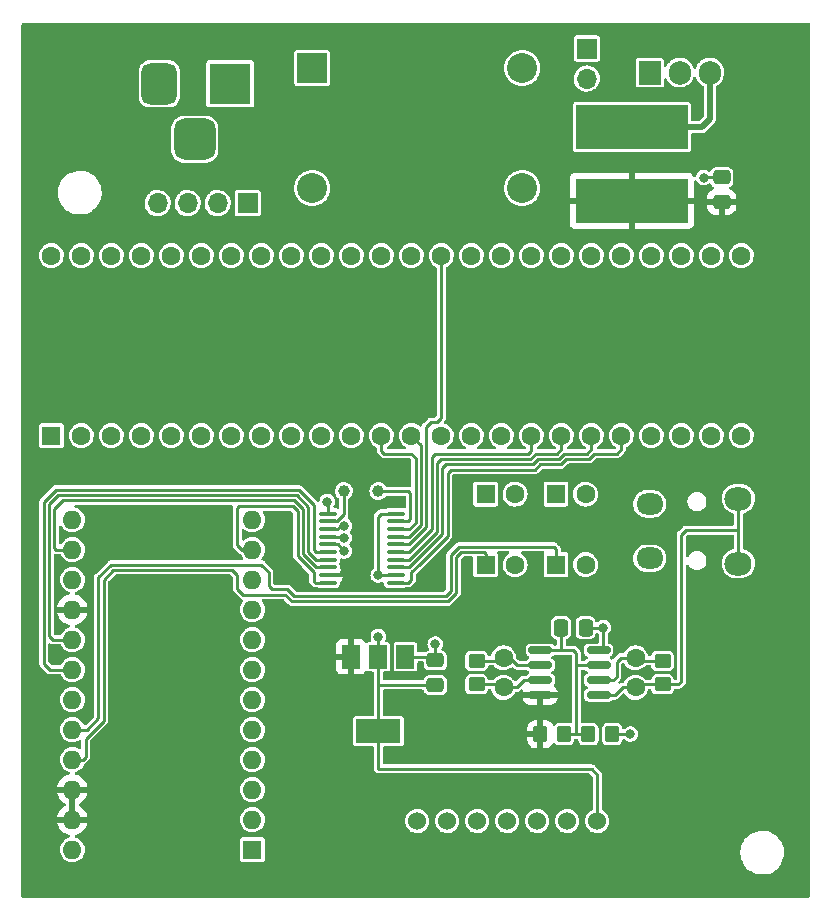
<source format=gbr>
%TF.GenerationSoftware,KiCad,Pcbnew,(6.0.4)*%
%TF.CreationDate,2022-03-31T21:50:03-03:00*%
%TF.ProjectId,vgm-teensy,76676d2d-7465-4656-9e73-792e6b696361,rev?*%
%TF.SameCoordinates,Original*%
%TF.FileFunction,Copper,L1,Top*%
%TF.FilePolarity,Positive*%
%FSLAX46Y46*%
G04 Gerber Fmt 4.6, Leading zero omitted, Abs format (unit mm)*
G04 Created by KiCad (PCBNEW (6.0.4)) date 2022-03-31 21:50:03*
%MOMM*%
%LPD*%
G01*
G04 APERTURE LIST*
G04 Aperture macros list*
%AMRoundRect*
0 Rectangle with rounded corners*
0 $1 Rounding radius*
0 $2 $3 $4 $5 $6 $7 $8 $9 X,Y pos of 4 corners*
0 Add a 4 corners polygon primitive as box body*
4,1,4,$2,$3,$4,$5,$6,$7,$8,$9,$2,$3,0*
0 Add four circle primitives for the rounded corners*
1,1,$1+$1,$2,$3*
1,1,$1+$1,$4,$5*
1,1,$1+$1,$6,$7*
1,1,$1+$1,$8,$9*
0 Add four rect primitives between the rounded corners*
20,1,$1+$1,$2,$3,$4,$5,0*
20,1,$1+$1,$4,$5,$6,$7,0*
20,1,$1+$1,$6,$7,$8,$9,0*
20,1,$1+$1,$8,$9,$2,$3,0*%
G04 Aperture macros list end*
%TA.AperFunction,ComponentPad*%
%ADD10O,2.300000X1.800000*%
%TD*%
%TA.AperFunction,ComponentPad*%
%ADD11O,2.300000X2.000000*%
%TD*%
%TA.AperFunction,SMDPad,CuDef*%
%ADD12RoundRect,0.250000X-0.450000X0.350000X-0.450000X-0.350000X0.450000X-0.350000X0.450000X0.350000X0*%
%TD*%
%TA.AperFunction,SMDPad,CuDef*%
%ADD13R,1.500000X2.000000*%
%TD*%
%TA.AperFunction,SMDPad,CuDef*%
%ADD14R,3.800000X2.000000*%
%TD*%
%TA.AperFunction,ComponentPad*%
%ADD15R,1.600000X1.600000*%
%TD*%
%TA.AperFunction,ComponentPad*%
%ADD16O,1.600000X1.600000*%
%TD*%
%TA.AperFunction,SMDPad,CuDef*%
%ADD17R,9.500000X3.750000*%
%TD*%
%TA.AperFunction,ComponentPad*%
%ADD18C,1.600000*%
%TD*%
%TA.AperFunction,SMDPad,CuDef*%
%ADD19RoundRect,0.250000X-0.337500X-0.475000X0.337500X-0.475000X0.337500X0.475000X-0.337500X0.475000X0*%
%TD*%
%TA.AperFunction,SMDPad,CuDef*%
%ADD20C,1.000000*%
%TD*%
%TA.AperFunction,SMDPad,CuDef*%
%ADD21RoundRect,0.250000X-0.350000X-0.450000X0.350000X-0.450000X0.350000X0.450000X-0.350000X0.450000X0*%
%TD*%
%TA.AperFunction,SMDPad,CuDef*%
%ADD22RoundRect,0.250000X0.475000X-0.337500X0.475000X0.337500X-0.475000X0.337500X-0.475000X-0.337500X0*%
%TD*%
%TA.AperFunction,ComponentPad*%
%ADD23R,1.700000X1.700000*%
%TD*%
%TA.AperFunction,ComponentPad*%
%ADD24O,1.700000X1.700000*%
%TD*%
%TA.AperFunction,ComponentPad*%
%ADD25R,2.540000X2.540000*%
%TD*%
%TA.AperFunction,ComponentPad*%
%ADD26C,2.540000*%
%TD*%
%TA.AperFunction,SMDPad,CuDef*%
%ADD27RoundRect,0.150000X0.825000X0.150000X-0.825000X0.150000X-0.825000X-0.150000X0.825000X-0.150000X0*%
%TD*%
%TA.AperFunction,SMDPad,CuDef*%
%ADD28RoundRect,0.100000X0.637500X0.100000X-0.637500X0.100000X-0.637500X-0.100000X0.637500X-0.100000X0*%
%TD*%
%TA.AperFunction,ComponentPad*%
%ADD29R,3.500000X3.500000*%
%TD*%
%TA.AperFunction,ComponentPad*%
%ADD30RoundRect,0.750000X-0.750000X-1.000000X0.750000X-1.000000X0.750000X1.000000X-0.750000X1.000000X0*%
%TD*%
%TA.AperFunction,ComponentPad*%
%ADD31RoundRect,0.875000X-0.875000X-0.875000X0.875000X-0.875000X0.875000X0.875000X-0.875000X0.875000X0*%
%TD*%
%TA.AperFunction,ComponentPad*%
%ADD32R,1.905000X2.000000*%
%TD*%
%TA.AperFunction,ComponentPad*%
%ADD33O,1.905000X2.000000*%
%TD*%
%TA.AperFunction,ComponentPad*%
%ADD34C,1.524000*%
%TD*%
%TA.AperFunction,ViaPad*%
%ADD35C,0.800000*%
%TD*%
%TA.AperFunction,Conductor*%
%ADD36C,0.250000*%
%TD*%
%TA.AperFunction,Conductor*%
%ADD37C,0.500000*%
%TD*%
G04 APERTURE END LIST*
D10*
%TO.P,J1,R*%
%TO.N,/RIGHT*%
X158616000Y-104364000D03*
%TO.P,J1,S*%
%TO.N,GND*%
X158616000Y-99764000D03*
D11*
%TO.P,J1,T*%
%TO.N,/LEFT*%
X166116000Y-104814000D03*
X166116000Y-99314000D03*
%TD*%
D12*
%TO.P,R24,1*%
%TO.N,/AR*%
X143953000Y-113046000D03*
%TO.P,R24,2*%
%TO.N,/RIGHT*%
X143953000Y-115046000D03*
%TD*%
D13*
%TO.P,U9,1,GND*%
%TO.N,GND*%
X137936000Y-112699000D03*
D14*
%TO.P,U9,2,VO*%
%TO.N,+3V3*%
X135636000Y-118999000D03*
D13*
X135636000Y-112699000D03*
%TO.P,U9,3,VI*%
%TO.N,+5V*%
X133336000Y-112699000D03*
%TD*%
D15*
%TO.P,U4,1,GND*%
%TO.N,GND*%
X124973000Y-129037000D03*
D16*
%TO.P,U4,2,D0*%
%TO.N,/D0*%
X124973000Y-126497000D03*
%TO.P,U4,3,D1*%
%TO.N,/D1*%
X124973000Y-123957000D03*
%TO.P,U4,4,D2*%
%TO.N,/D2*%
X124973000Y-121417000D03*
%TO.P,U4,5,D3*%
%TO.N,/D3*%
X124973000Y-118877000D03*
%TO.P,U4,6,D4*%
%TO.N,/D4*%
X124973000Y-116337000D03*
%TO.P,U4,7,D5*%
%TO.N,/D5*%
X124973000Y-113797000D03*
%TO.P,U4,8,D6*%
%TO.N,/D6*%
X124973000Y-111257000D03*
%TO.P,U4,9,D7*%
%TO.N,/D7*%
X124973000Y-108717000D03*
%TO.P,U4,10,NC*%
%TO.N,unconnected-(U4-Pad10)*%
X124973000Y-106177000D03*
%TO.P,U4,11,IC*%
%TO.N,FM_IC_HV*%
X124973000Y-103637000D03*
%TO.P,U4,12,GND*%
%TO.N,GND*%
X124973000Y-101097000D03*
%TO.P,U4,13,IRQ*%
%TO.N,unconnected-(U4-Pad13)*%
X109733000Y-101097000D03*
%TO.P,U4,14,CS*%
%TO.N,FM_CS_HV*%
X109733000Y-103637000D03*
%TO.P,U4,15,WR*%
%TO.N,GND*%
X109733000Y-106177000D03*
%TO.P,U4,16,RD*%
%TO.N,+5V*%
X109733000Y-108717000D03*
%TO.P,U4,17,A0*%
%TO.N,FM_A0_HV*%
X109733000Y-111257000D03*
%TO.P,U4,18,A1*%
%TO.N,FM_A1_HV*%
X109733000Y-113797000D03*
%TO.P,U4,19,AGND*%
%TO.N,GND*%
X109733000Y-116337000D03*
%TO.P,U4,20,MOR*%
%TO.N,FM_R*%
X109733000Y-118877000D03*
%TO.P,U4,21,MOL*%
%TO.N,FM_L*%
X109733000Y-121417000D03*
%TO.P,U4,22,AVcc*%
%TO.N,+5V*%
X109733000Y-123957000D03*
%TO.P,U4,23,Vcc*%
X109733000Y-126497000D03*
%TO.P,U4,24,CLOCK_IN*%
%TO.N,FM_CLK*%
X109733000Y-129037000D03*
%TD*%
D17*
%TO.P,L1,1,1*%
%TO.N,Net-(L1-Pad1)*%
X157099000Y-67868000D03*
%TO.P,L1,2,2*%
%TO.N,+5V*%
X157099000Y-74118000D03*
%TD*%
D15*
%TO.P,C3,1*%
%TO.N,FM_L*%
X144717888Y-104902000D03*
D18*
%TO.P,C3,2*%
%TO.N,Net-(C3-Pad2)*%
X147217888Y-104902000D03*
%TD*%
D19*
%TO.P,C7,1*%
%TO.N,/VREF*%
X151108500Y-110236000D03*
%TO.P,C7,2*%
%TO.N,GND*%
X153183500Y-110236000D03*
%TD*%
D20*
%TO.P,TP1,1,1*%
%TO.N,Net-(TP1-Pad1)*%
X135636000Y-98679000D03*
%TD*%
D21*
%TO.P,R20,1*%
%TO.N,+5V*%
X149368000Y-119253000D03*
%TO.P,R20,2*%
%TO.N,/VREF*%
X151368000Y-119253000D03*
%TD*%
D22*
%TO.P,C1,1*%
%TO.N,+5V*%
X164719000Y-74189500D03*
%TO.P,C1,2*%
%TO.N,GND*%
X164719000Y-72114500D03*
%TD*%
D21*
%TO.P,R21,1*%
%TO.N,/VREF*%
X153432000Y-119253000D03*
%TO.P,R21,2*%
%TO.N,GND*%
X155432000Y-119253000D03*
%TD*%
D23*
%TO.P,JP2,1,A*%
%TO.N,Net-(JP2-Pad1)*%
X153289000Y-61209000D03*
D24*
%TO.P,JP2,2,B*%
%TO.N,Net-(JP2-Pad2)*%
X153289000Y-63749000D03*
%TD*%
D20*
%TO.P,TP2,1,1*%
%TO.N,Net-(TP2-Pad1)*%
X132715000Y-98679000D03*
%TD*%
D18*
%TO.P,C8,1*%
%TO.N,/AR*%
X146239000Y-112796000D03*
%TO.P,C8,2*%
%TO.N,/RIGHT*%
X146239000Y-115296000D03*
%TD*%
D15*
%TO.P,C6,1*%
%TO.N,FM_R*%
X150686888Y-104902000D03*
D18*
%TO.P,C6,2*%
%TO.N,Net-(C6-Pad2)*%
X153186888Y-104902000D03*
%TD*%
D23*
%TO.P,J3,1,Pin_1*%
%TO.N,GND*%
X124577000Y-74295000D03*
D24*
%TO.P,J3,2,Pin_2*%
%TO.N,Net-(J2-Pad1)*%
X122037000Y-74295000D03*
%TO.P,J3,3,Pin_3*%
%TO.N,Net-(J3-Pad3)*%
X119497000Y-74295000D03*
%TO.P,J3,4,Pin_4*%
%TO.N,VIN*%
X116957000Y-74295000D03*
%TD*%
D22*
%TO.P,C2,1*%
%TO.N,+3V3*%
X140462000Y-115083500D03*
%TO.P,C2,2*%
%TO.N,GND*%
X140462000Y-113008500D03*
%TD*%
D15*
%TO.P,C4,1*%
%TO.N,Net-(C4-Pad1)*%
X144717888Y-98933000D03*
D18*
%TO.P,C4,2*%
%TO.N,PSG_LR*%
X147217888Y-98933000D03*
%TD*%
D15*
%TO.P,U1,1,GND*%
%TO.N,GND*%
X107950000Y-93980000D03*
D18*
%TO.P,U1,2,0_RX1_MOSI1_TOUCH*%
%TO.N,unconnected-(U1-Pad2)*%
X110490000Y-93980000D03*
%TO.P,U1,3,1_TX1_MISO1_TOUCH*%
%TO.N,unconnected-(U1-Pad3)*%
X113030000Y-93980000D03*
%TO.P,U1,4,2_PWM*%
%TO.N,unconnected-(U1-Pad4)*%
X115570000Y-93980000D03*
%TO.P,U1,5,3_PWM_CAN0TX_SCL2*%
%TO.N,unconnected-(U1-Pad5)*%
X118110000Y-93980000D03*
%TO.P,U1,6,4_PWM_CAN0RX_SDA2*%
%TO.N,unconnected-(U1-Pad6)*%
X120650000Y-93980000D03*
%TO.P,U1,7,5_PWM_TX1_MISO1*%
%TO.N,unconnected-(U1-Pad7)*%
X123190000Y-93980000D03*
%TO.P,U1,8,6_PWM*%
%TO.N,unconnected-(U1-Pad8)*%
X125730000Y-93980000D03*
%TO.P,U1,9,7_RX3_MISO0_SCL0*%
%TO.N,unconnected-(U1-Pad9)*%
X128270000Y-93980000D03*
%TO.P,U1,10,8_TX3_MISO0_SDA0*%
%TO.N,unconnected-(U1-Pad10)*%
X130810000Y-93980000D03*
%TO.P,U1,11,9_PWM_RX2_CS0*%
%TO.N,unconnected-(U1-Pad11)*%
X133350000Y-93980000D03*
%TO.P,U1,12,10_PWM_TX2_CS0*%
%TO.N,SR_CS*%
X135890000Y-93980000D03*
%TO.P,U1,13,11_MOSI0*%
%TO.N,SR_MOSI*%
X138430000Y-93980000D03*
%TO.P,U1,14,12_MISO0*%
%TO.N,unconnected-(U1-Pad14)*%
X140970000Y-93980000D03*
%TO.P,U1,15,3.3V*%
%TO.N,unconnected-(U1-Pad15)*%
X143510000Y-93980000D03*
%TO.P,U1,16,24*%
%TO.N,unconnected-(U1-Pad16)*%
X146050000Y-93980000D03*
%TO.P,U1,17,25*%
%TO.N,FM_A1*%
X148590000Y-93980000D03*
%TO.P,U1,18,26_TX1*%
%TO.N,FM_A0*%
X151130000Y-93980000D03*
%TO.P,U1,19,27_RX1*%
%TO.N,FM_CS*%
X153670000Y-93980000D03*
%TO.P,U1,20,28*%
%TO.N,FM_IC*%
X156210000Y-93980000D03*
%TO.P,U1,21,29_PWM_CAN0TX_TOUCH*%
%TO.N,unconnected-(U1-Pad21)*%
X158750000Y-93980000D03*
%TO.P,U1,22,30_PWM_CAN0RX_TOUCH*%
%TO.N,unconnected-(U1-Pad22)*%
X161290000Y-93980000D03*
%TO.P,U1,23,31_A12_RX4_CS1*%
%TO.N,unconnected-(U1-Pad23)*%
X163830000Y-93980000D03*
%TO.P,U1,24,32_A13_TX4_SCK1*%
%TO.N,unconnected-(U1-Pad24)*%
X166370000Y-93980000D03*
%TO.P,U1,30,33_A14_TX5_CAN1TX_SCL0*%
%TO.N,unconnected-(U1-Pad30)*%
X166370000Y-78740000D03*
%TO.P,U1,31,34_A15_RX5_CAN1RX_SDA0*%
%TO.N,unconnected-(U1-Pad31)*%
X163830000Y-78740000D03*
%TO.P,U1,32,35_A16_PWM*%
%TO.N,unconnected-(U1-Pad32)*%
X161290000Y-78740000D03*
%TO.P,U1,33,36_A17_PWM*%
%TO.N,unconnected-(U1-Pad33)*%
X158750000Y-78740000D03*
%TO.P,U1,34,37_A18_PWM_SCL1*%
%TO.N,unconnected-(U1-Pad34)*%
X156210000Y-78740000D03*
%TO.P,U1,35,38_A19_PWM_SDA1*%
%TO.N,unconnected-(U1-Pad35)*%
X153670000Y-78740000D03*
%TO.P,U1,36,39_A20*%
%TO.N,unconnected-(U1-Pad36)*%
X151130000Y-78740000D03*
%TO.P,U1,37,A21_DAC0*%
%TO.N,PSG_LR*%
X148590000Y-78740000D03*
%TO.P,U1,38,A22_DAC1*%
%TO.N,unconnected-(U1-Pad38)*%
X146050000Y-78740000D03*
%TO.P,U1,39,GND*%
%TO.N,GND*%
X143510000Y-78740000D03*
%TO.P,U1,40,13_SCK0_LED*%
%TO.N,SR_SCK*%
X140970000Y-78740000D03*
%TO.P,U1,41,14_A0_PWM_SCK0*%
%TO.N,unconnected-(U1-Pad41)*%
X138430000Y-78740000D03*
%TO.P,U1,42,15_A1_CS0_TOUCH*%
%TO.N,unconnected-(U1-Pad42)*%
X135890000Y-78740000D03*
%TO.P,U1,43,16_A2_SCL0_TOUCH*%
%TO.N,unconnected-(U1-Pad43)*%
X133350000Y-78740000D03*
%TO.P,U1,44,17_A3_SDA0_TOUCH*%
%TO.N,unconnected-(U1-Pad44)*%
X130810000Y-78740000D03*
%TO.P,U1,45,18_A4_SDA0_TOUCH*%
%TO.N,SDA*%
X128270000Y-78740000D03*
%TO.P,U1,46,19_A5_SCL0_TOUCH*%
%TO.N,SCL*%
X125730000Y-78740000D03*
%TO.P,U1,47,20_A6_PWM_CS0_SCK1*%
%TO.N,unconnected-(U1-Pad47)*%
X123190000Y-78740000D03*
%TO.P,U1,48,21_A7_PWM_CS0_SCK1*%
%TO.N,unconnected-(U1-Pad48)*%
X120650000Y-78740000D03*
%TO.P,U1,49,22_A8_PWM_TOUCH*%
%TO.N,unconnected-(U1-Pad49)*%
X118110000Y-78740000D03*
%TO.P,U1,50,23_A9_PWM_TOUCH*%
%TO.N,unconnected-(U1-Pad50)*%
X115570000Y-78740000D03*
%TO.P,U1,51,3.3V*%
%TO.N,unconnected-(U1-Pad51)*%
X113030000Y-78740000D03*
%TO.P,U1,52,AGND*%
%TO.N,unconnected-(U1-Pad52)*%
X110490000Y-78740000D03*
%TO.P,U1,53,VIN*%
%TO.N,VIN*%
X107950000Y-78740000D03*
%TD*%
D15*
%TO.P,C5,1*%
%TO.N,Net-(C5-Pad1)*%
X150686888Y-98933000D03*
D18*
%TO.P,C5,2*%
%TO.N,PSG_LR*%
X153186888Y-98933000D03*
%TD*%
D25*
%TO.P,U7,1,Vin*%
%TO.N,Net-(J3-Pad3)*%
X130048000Y-62865000D03*
D26*
%TO.P,U7,2,GND*%
%TO.N,GND*%
X130048000Y-73025000D03*
%TO.P,U7,3,GND*%
X147828000Y-73025000D03*
%TO.P,U7,4,Vout*%
%TO.N,Net-(JP2-Pad1)*%
X147828000Y-62865000D03*
%TD*%
D27*
%TO.P,U6,1*%
%TO.N,/LEFT*%
X154302000Y-115951000D03*
%TO.P,U6,2,-*%
%TO.N,/AL*%
X154302000Y-114681000D03*
%TO.P,U6,3,+*%
%TO.N,/VREF*%
X154302000Y-113411000D03*
%TO.P,U6,4,V-*%
%TO.N,GND*%
X154302000Y-112141000D03*
%TO.P,U6,5,+*%
%TO.N,/VREF*%
X149352000Y-112141000D03*
%TO.P,U6,6,-*%
%TO.N,/AR*%
X149352000Y-113411000D03*
%TO.P,U6,7*%
%TO.N,/RIGHT*%
X149352000Y-114681000D03*
%TO.P,U6,8,V+*%
%TO.N,+5V*%
X149352000Y-115951000D03*
%TD*%
D12*
%TO.P,R25,1*%
%TO.N,/AL*%
X159701000Y-113046000D03*
%TO.P,R25,2*%
%TO.N,/LEFT*%
X159701000Y-115046000D03*
%TD*%
D28*
%TO.P,U5,1,A1*%
%TO.N,FM_IC*%
X137101500Y-106430000D03*
%TO.P,U5,2,VCCA*%
%TO.N,+3V3*%
X137101500Y-105780000D03*
%TO.P,U5,3,A2*%
%TO.N,FM_CS*%
X137101500Y-105130000D03*
%TO.P,U5,4,A3*%
%TO.N,FM_A0*%
X137101500Y-104480000D03*
%TO.P,U5,5,A4*%
%TO.N,FM_A1*%
X137101500Y-103830000D03*
%TO.P,U5,6,A5*%
%TO.N,SR_SCK*%
X137101500Y-103180000D03*
%TO.P,U5,7,A6*%
%TO.N,SR_MOSI*%
X137101500Y-102530000D03*
%TO.P,U5,8,A7*%
%TO.N,SR_CS*%
X137101500Y-101880000D03*
%TO.P,U5,9,A8*%
%TO.N,Net-(TP1-Pad1)*%
X137101500Y-101230000D03*
%TO.P,U5,10,OE*%
%TO.N,+3V3*%
X137101500Y-100580000D03*
%TO.P,U5,11,GND*%
%TO.N,GND*%
X131376500Y-100580000D03*
%TO.P,U5,12,B8*%
%TO.N,Net-(TP2-Pad1)*%
X131376500Y-101230000D03*
%TO.P,U5,13,B7*%
%TO.N,SR_CS_HV*%
X131376500Y-101880000D03*
%TO.P,U5,14,B6*%
%TO.N,SR_MOSI_HV*%
X131376500Y-102530000D03*
%TO.P,U5,15,B5*%
%TO.N,SR_SCK_HV*%
X131376500Y-103180000D03*
%TO.P,U5,16,B4*%
%TO.N,FM_A1_HV*%
X131376500Y-103830000D03*
%TO.P,U5,17,B3*%
%TO.N,FM_A0_HV*%
X131376500Y-104480000D03*
%TO.P,U5,18,B2*%
%TO.N,FM_CS_HV*%
X131376500Y-105130000D03*
%TO.P,U5,19,VCCB*%
%TO.N,+5V*%
X131376500Y-105780000D03*
%TO.P,U5,20,B1*%
%TO.N,FM_IC_HV*%
X131376500Y-106430000D03*
%TD*%
D29*
%TO.P,J2,1*%
%TO.N,Net-(J2-Pad1)*%
X123094000Y-64193500D03*
D30*
%TO.P,J2,2*%
%TO.N,GND*%
X117094000Y-64193500D03*
D31*
%TO.P,J2,3*%
X120094000Y-68893500D03*
%TD*%
D32*
%TO.P,U8,1,IN*%
%TO.N,Net-(JP2-Pad2)*%
X158623000Y-63246000D03*
D33*
%TO.P,U8,2,GND*%
%TO.N,GND*%
X161163000Y-63246000D03*
%TO.P,U8,3,OUT*%
%TO.N,Net-(L1-Pad1)*%
X163703000Y-63246000D03*
%TD*%
D18*
%TO.P,C9,1*%
%TO.N,/AL*%
X157415000Y-112796000D03*
%TO.P,C9,2*%
%TO.N,/LEFT*%
X157415000Y-115296000D03*
%TD*%
D34*
%TO.P,U2,1,0*%
%TO.N,FM_CLK*%
X138938000Y-126619000D03*
%TO.P,U2,2,1*%
%TO.N,unconnected-(U2-Pad2)*%
X141478000Y-126619000D03*
%TO.P,U2,3,2*%
%TO.N,unconnected-(U2-Pad3)*%
X144018000Y-126619000D03*
%TO.P,U2,4,SCL*%
%TO.N,SCL*%
X146558000Y-126619000D03*
%TO.P,U2,5,SDA*%
%TO.N,SDA*%
X149098000Y-126619000D03*
%TO.P,U2,6,GND*%
%TO.N,GND*%
X151638000Y-126619000D03*
%TO.P,U2,7,VIN*%
%TO.N,+3V3*%
X154178000Y-126619000D03*
%TD*%
D35*
%TO.N,+5V*%
X133604000Y-114554000D03*
X132842000Y-105537000D03*
%TO.N,GND*%
X131318000Y-99568000D03*
X154686000Y-110236000D03*
X163195000Y-72136000D03*
X156972000Y-119253000D03*
X140462000Y-111633000D03*
%TO.N,+3V3*%
X135636000Y-105791000D03*
X135636000Y-110998000D03*
%TO.N,SR_MOSI_HV*%
X132774000Y-102616000D03*
%TO.N,SR_SCK_HV*%
X132774000Y-103759000D03*
%TO.N,SR_CS_HV*%
X132774000Y-101616497D03*
%TD*%
D36*
%TO.N,+5V*%
X133604000Y-112967000D02*
X133336000Y-112699000D01*
%TO.N,GND*%
X140152500Y-112699000D02*
X140462000Y-113008500D01*
X140462000Y-113008500D02*
X140462000Y-111633000D01*
X155432000Y-119253000D02*
X156972000Y-119253000D01*
X131376500Y-100580000D02*
X131376500Y-99626500D01*
X154686000Y-110236000D02*
X154686000Y-111757000D01*
X153183500Y-110236000D02*
X154686000Y-110236000D01*
X131376500Y-99626500D02*
X131318000Y-99568000D01*
X164719000Y-72114500D02*
X163216500Y-72114500D01*
X137936000Y-112699000D02*
X140152500Y-112699000D01*
X154686000Y-111757000D02*
X154302000Y-112141000D01*
X163216500Y-72114500D02*
X163195000Y-72136000D01*
%TO.N,+3V3*%
X135636000Y-112699000D02*
X135636000Y-110998000D01*
X135636000Y-100838000D02*
X135894000Y-100580000D01*
X135636000Y-122177500D02*
X135657500Y-122199000D01*
X135657500Y-115083500D02*
X135636000Y-115062000D01*
X153695000Y-122199000D02*
X154178000Y-122682000D01*
X135636000Y-115722000D02*
X135636000Y-118999000D01*
X135636000Y-105791000D02*
X135636000Y-100838000D01*
X154178000Y-122682000D02*
X154178000Y-126619000D01*
X135647000Y-105780000D02*
X135636000Y-105791000D01*
X135636000Y-118999000D02*
X135636000Y-122177500D01*
X140462000Y-115083500D02*
X135657500Y-115083500D01*
X135636000Y-112699000D02*
X135636000Y-115062000D01*
X135894000Y-100580000D02*
X137101500Y-100580000D01*
X137101500Y-105780000D02*
X135647000Y-105780000D01*
X135657500Y-122199000D02*
X153695000Y-122199000D01*
X135636000Y-115062000D02*
X135636000Y-115722000D01*
%TO.N,FM_L*%
X112395000Y-106172000D02*
X113215480Y-105351520D01*
X110871000Y-121158000D02*
X110871000Y-119634718D01*
X141537197Y-108018520D02*
X142240000Y-107315718D01*
X142679480Y-103827520D02*
X144594520Y-103827520D01*
X112395000Y-118110718D02*
X112395000Y-106172000D01*
X127761283Y-107442000D02*
X128337802Y-108018520D01*
X109733000Y-121417000D02*
X110612000Y-121417000D01*
X144780000Y-104839888D02*
X144717888Y-104902000D01*
X110871000Y-119634718D02*
X112395000Y-118110718D01*
X128337802Y-108018520D02*
X141537197Y-108018520D01*
X123698000Y-105791000D02*
X123698000Y-106934000D01*
X142240000Y-104267000D02*
X142679480Y-103827520D01*
X110612000Y-121417000D02*
X110871000Y-121158000D01*
X123698000Y-106934000D02*
X124206000Y-107442000D01*
X144780000Y-104013000D02*
X144780000Y-104839888D01*
X142240000Y-107315718D02*
X142240000Y-104267000D01*
X113215480Y-105351520D02*
X123258520Y-105351520D01*
X124206000Y-107442000D02*
X127761283Y-107442000D01*
X123258520Y-105351520D02*
X123698000Y-105791000D01*
X144594520Y-103827520D02*
X144780000Y-104013000D01*
%TO.N,FM_R*%
X110993000Y-118877000D02*
X111945480Y-117924520D01*
X113029282Y-104902000D02*
X125730000Y-104902000D01*
X150686888Y-103569888D02*
X150686888Y-104902000D01*
X127947480Y-106992480D02*
X128524000Y-107569000D01*
X126365000Y-105537000D02*
X126365000Y-106680000D01*
X128524000Y-107569000D02*
X141351000Y-107569000D01*
X111945480Y-105985802D02*
X113029282Y-104902000D01*
X141790480Y-107129520D02*
X141790480Y-104080802D01*
X142493282Y-103378000D02*
X150495000Y-103378000D01*
X150495000Y-103378000D02*
X150686888Y-103569888D01*
X125730000Y-104902000D02*
X126365000Y-105537000D01*
X111945480Y-117924520D02*
X111945480Y-105985802D01*
X109733000Y-118877000D02*
X110993000Y-118877000D01*
X126365000Y-106680000D02*
X126677480Y-106992480D01*
X126677480Y-106992480D02*
X127947480Y-106992480D01*
X141790480Y-104080802D02*
X142493282Y-103378000D01*
X141351000Y-107569000D02*
X141790480Y-107129520D01*
%TO.N,FM_A1*%
X148590000Y-95250000D02*
X148590000Y-93980000D01*
X140149520Y-101914633D02*
X140149520Y-95816480D01*
X148336000Y-95504000D02*
X148590000Y-95250000D01*
X137101500Y-103830000D02*
X138234154Y-103830000D01*
X138234154Y-103830000D02*
X140149520Y-101914633D01*
X140149520Y-95816480D02*
X140462000Y-95504000D01*
X140462000Y-95504000D02*
X148336000Y-95504000D01*
%TO.N,FM_A1_HV*%
X130175000Y-103632000D02*
X130175000Y-99821282D01*
X107315000Y-113284000D02*
X107828000Y-113797000D01*
X107828000Y-113797000D02*
X109733000Y-113797000D01*
X131376500Y-103830000D02*
X130373000Y-103830000D01*
X128905718Y-98552000D02*
X108330283Y-98552000D01*
X107315000Y-99567283D02*
X107315000Y-113284000D01*
X108330283Y-98552000D02*
X107315000Y-99567283D01*
X130175000Y-99821282D02*
X128905718Y-98552000D01*
X130373000Y-103830000D02*
X130175000Y-103632000D01*
%TO.N,FM_A0*%
X140599040Y-102100830D02*
X140599040Y-96266000D01*
X151130000Y-95123000D02*
X151130000Y-93980000D01*
X148522197Y-95953520D02*
X148971718Y-95504000D01*
X140599040Y-96266000D02*
X140911520Y-95953520D01*
X138219872Y-104480000D02*
X140599040Y-102100830D01*
X148971718Y-95504000D02*
X150749000Y-95504000D01*
X140911520Y-95953520D02*
X148522197Y-95953520D01*
X150749000Y-95504000D02*
X151130000Y-95123000D01*
X137101500Y-104480000D02*
X138219872Y-104480000D01*
%TO.N,FM_A0_HV*%
X107764520Y-110939520D02*
X108082000Y-111257000D01*
X108516480Y-99001520D02*
X107764520Y-99753480D01*
X128719520Y-99001520D02*
X108516480Y-99001520D01*
X129725480Y-103818197D02*
X129725480Y-100007480D01*
X131376500Y-104480000D02*
X130387282Y-104480000D01*
X107764520Y-99753480D02*
X107764520Y-110939520D01*
X129725480Y-100007480D02*
X128719520Y-99001520D01*
X108082000Y-111257000D02*
X109733000Y-111257000D01*
X130387282Y-104480000D02*
X129725480Y-103818197D01*
%TO.N,Net-(TP1-Pad1)*%
X138351440Y-101043560D02*
X138351440Y-98854440D01*
X138176000Y-98679000D02*
X135636000Y-98679000D01*
X137101500Y-101230000D02*
X138165000Y-101230000D01*
X138351440Y-98854440D02*
X138176000Y-98679000D01*
X138165000Y-101230000D02*
X138351440Y-101043560D01*
%TO.N,Net-(TP2-Pad1)*%
X132715000Y-100650883D02*
X132715000Y-98679000D01*
X131376500Y-101230000D02*
X132135883Y-101230000D01*
X132135883Y-101230000D02*
X132715000Y-100650883D01*
%TO.N,FM_IC*%
X141780440Y-96852560D02*
X148894592Y-96852560D01*
X151570915Y-95953520D02*
X153475197Y-95953520D01*
X153924718Y-95504000D02*
X155829000Y-95504000D01*
X156210000Y-95123000D02*
X156210000Y-93980000D01*
X138430000Y-106172000D02*
X138430000Y-105541306D01*
X138172000Y-106430000D02*
X138430000Y-106172000D01*
X155829000Y-95504000D02*
X156210000Y-95123000D01*
X151121394Y-96403040D02*
X151570915Y-95953520D01*
X138430000Y-105541306D02*
X139130654Y-104840654D01*
X149344112Y-96403040D02*
X151121394Y-96403040D01*
X137101500Y-106430000D02*
X138172000Y-106430000D01*
X141498080Y-97134920D02*
X141780440Y-96852560D01*
X148894592Y-96852560D02*
X149344112Y-96403040D01*
X139130654Y-104840654D02*
X141498080Y-102473225D01*
X153475197Y-95953520D02*
X153924718Y-95504000D01*
X141498080Y-102473225D02*
X141498080Y-97134920D01*
%TO.N,FM_IC_HV*%
X128395564Y-99949000D02*
X128826440Y-100379876D01*
X128826440Y-104190592D02*
X130175000Y-105539151D01*
X123698000Y-103251000D02*
X123698000Y-100076000D01*
X124084000Y-103637000D02*
X123698000Y-103251000D01*
X130175000Y-105539151D02*
X130175000Y-106299000D01*
X123825000Y-99949000D02*
X128395564Y-99949000D01*
X130306000Y-106430000D02*
X131376500Y-106430000D01*
X128826440Y-100379876D02*
X128826440Y-104190592D01*
X130175000Y-106299000D02*
X130306000Y-106430000D01*
X123698000Y-100076000D02*
X123825000Y-99949000D01*
X124973000Y-103637000D02*
X124084000Y-103637000D01*
%TO.N,SR_MOSI*%
X138262718Y-102530000D02*
X139250480Y-101542238D01*
X139250480Y-101542238D02*
X139250480Y-94800480D01*
X137101500Y-102530000D02*
X138262718Y-102530000D01*
X139250480Y-94800480D02*
X138430000Y-93980000D01*
%TO.N,SR_SCK*%
X138248436Y-103180000D02*
X137101500Y-103180000D01*
X139700000Y-93218000D02*
X139700000Y-101728436D01*
X140081000Y-92837000D02*
X139700000Y-93218000D01*
X140970000Y-92456000D02*
X140589000Y-92837000D01*
X140589000Y-92837000D02*
X140081000Y-92837000D01*
X140970000Y-78740000D02*
X140970000Y-92456000D01*
X139700000Y-101728436D02*
X138248436Y-103180000D01*
%TO.N,SR_CS*%
X136144000Y-95504000D02*
X135890000Y-95250000D01*
X137101500Y-101880000D02*
X138277000Y-101880000D01*
X138800960Y-95874960D02*
X138430000Y-95504000D01*
X138800960Y-101356040D02*
X138800960Y-95874960D01*
X135890000Y-95250000D02*
X135890000Y-93980000D01*
X138277000Y-101880000D02*
X138800960Y-101356040D01*
X138430000Y-95504000D02*
X136144000Y-95504000D01*
D37*
%TO.N,Net-(L1-Pad1)*%
X163703000Y-63246000D02*
X163703000Y-67183000D01*
X163018000Y-67868000D02*
X157099000Y-67868000D01*
X163703000Y-67183000D02*
X163018000Y-67868000D01*
D36*
%TO.N,SR_MOSI_HV*%
X132688000Y-102530000D02*
X131376500Y-102530000D01*
X132774000Y-102616000D02*
X132688000Y-102530000D01*
%TO.N,SR_SCK_HV*%
X132774000Y-103759000D02*
X132195000Y-103180000D01*
X132195000Y-103180000D02*
X131376500Y-103180000D01*
%TO.N,SR_CS_HV*%
X131376500Y-101880000D02*
X132181000Y-101880000D01*
X132181000Y-101880000D02*
X132444503Y-101616497D01*
X132444503Y-101616497D02*
X132774000Y-101616497D01*
%TO.N,FM_CS*%
X138205589Y-105130000D02*
X138685795Y-104649795D01*
X153289000Y-95504000D02*
X153670000Y-95123000D01*
X137101500Y-105130000D02*
X138205589Y-105130000D01*
X141340960Y-96403040D02*
X148708394Y-96403040D01*
X138685795Y-104649795D02*
X141048560Y-102287028D01*
X151384718Y-95504000D02*
X153289000Y-95504000D01*
X141048560Y-102287028D02*
X141048560Y-96695440D01*
X153670000Y-95123000D02*
X153670000Y-93980000D01*
X150935197Y-95953520D02*
X151384718Y-95504000D01*
X149157915Y-95953520D02*
X150935197Y-95953520D01*
X148708394Y-96403040D02*
X149157915Y-95953520D01*
X141048560Y-96695440D02*
X141340960Y-96403040D01*
%TO.N,FM_CS_HV*%
X108336000Y-103637000D02*
X109733000Y-103637000D01*
X131376500Y-105130000D02*
X130401565Y-105130000D01*
X128533322Y-99451040D02*
X108955960Y-99451040D01*
X129275960Y-100193678D02*
X128533322Y-99451040D01*
X129275960Y-104004394D02*
X129275960Y-100193678D01*
X108214040Y-100192960D02*
X108214040Y-103515040D01*
X108955960Y-99451040D02*
X108214040Y-100192960D01*
X108214040Y-103515040D02*
X108336000Y-103637000D01*
X130401565Y-105130000D02*
X129275960Y-104004394D01*
%TO.N,/VREF*%
X152400000Y-112395000D02*
X152146000Y-112141000D01*
X152146000Y-112141000D02*
X151130000Y-112141000D01*
X151368000Y-119253000D02*
X152400000Y-119253000D01*
X152400000Y-113411000D02*
X152400000Y-112395000D01*
X152400000Y-116840000D02*
X152400000Y-113411000D01*
X151108500Y-110236000D02*
X151108500Y-112119500D01*
X154302000Y-113411000D02*
X152400000Y-113411000D01*
X152400000Y-119253000D02*
X153432000Y-119253000D01*
X151130000Y-112141000D02*
X149352000Y-112141000D01*
X151108500Y-112119500D02*
X151130000Y-112141000D01*
X152400000Y-117475000D02*
X152400000Y-117094000D01*
X152400000Y-119253000D02*
X152400000Y-117475000D01*
X152400000Y-117094000D02*
X152400000Y-116840000D01*
%TO.N,/AR*%
X143953000Y-113046000D02*
X145989000Y-113046000D01*
X146756000Y-112796000D02*
X146239000Y-112796000D01*
X147371000Y-113411000D02*
X146756000Y-112796000D01*
X145989000Y-113046000D02*
X146239000Y-112796000D01*
X149352000Y-113411000D02*
X147371000Y-113411000D01*
%TO.N,/AL*%
X155836000Y-114383000D02*
X155836000Y-113113000D01*
X156153000Y-112796000D02*
X157415000Y-112796000D01*
X157665000Y-113046000D02*
X157415000Y-112796000D01*
X159701000Y-113046000D02*
X157665000Y-113046000D01*
X155538000Y-114681000D02*
X155836000Y-114383000D01*
X154302000Y-114681000D02*
X155538000Y-114681000D01*
X155836000Y-113113000D02*
X156153000Y-112796000D01*
%TO.N,/RIGHT*%
X147340000Y-115296000D02*
X146239000Y-115296000D01*
X149352000Y-114681000D02*
X147955000Y-114681000D01*
X143953000Y-115046000D02*
X145989000Y-115046000D01*
X145989000Y-115046000D02*
X146239000Y-115296000D01*
X147955000Y-114681000D02*
X147340000Y-115296000D01*
%TO.N,/LEFT*%
X157665000Y-115046000D02*
X157415000Y-115296000D01*
X156320000Y-115296000D02*
X157415000Y-115296000D01*
X159701000Y-115046000D02*
X161052000Y-115046000D01*
X159701000Y-115046000D02*
X157665000Y-115046000D01*
X161671000Y-101981000D02*
X166116000Y-101981000D01*
X154302000Y-115951000D02*
X155665000Y-115951000D01*
X166116000Y-101981000D02*
X166116000Y-99314000D01*
X161290000Y-102362000D02*
X161671000Y-101981000D01*
X155665000Y-115951000D02*
X156320000Y-115296000D01*
X161052000Y-115046000D02*
X161290000Y-114808000D01*
X166116000Y-104814000D02*
X166116000Y-101981000D01*
X161290000Y-114808000D02*
X161290000Y-102362000D01*
%TD*%
%TA.AperFunction,Conductor*%
%TO.N,+5V*%
G36*
X172153621Y-59075502D02*
G01*
X172200114Y-59129158D01*
X172211500Y-59181500D01*
X172211500Y-132969500D01*
X172191498Y-133037621D01*
X172137842Y-133084114D01*
X172085500Y-133095500D01*
X105536500Y-133095500D01*
X105468379Y-133075498D01*
X105421886Y-133021842D01*
X105410500Y-132969500D01*
X105410500Y-126763522D01*
X108450273Y-126763522D01*
X108497764Y-126940761D01*
X108501510Y-126951053D01*
X108593586Y-127148511D01*
X108599069Y-127158007D01*
X108724028Y-127336467D01*
X108731084Y-127344875D01*
X108885125Y-127498916D01*
X108893533Y-127505972D01*
X109071993Y-127630931D01*
X109081489Y-127636414D01*
X109278947Y-127728490D01*
X109289239Y-127732236D01*
X109454015Y-127776387D01*
X109514638Y-127813339D01*
X109545659Y-127877199D01*
X109537231Y-127947694D01*
X109492028Y-128002441D01*
X109456979Y-128018967D01*
X109432502Y-128026171D01*
X109336066Y-128054554D01*
X109330601Y-128057411D01*
X109158261Y-128147508D01*
X109158257Y-128147511D01*
X109152801Y-128150363D01*
X108991635Y-128279943D01*
X108858708Y-128438360D01*
X108759082Y-128619578D01*
X108696553Y-128816696D01*
X108695867Y-128822813D01*
X108695866Y-128822817D01*
X108674188Y-129016081D01*
X108673501Y-129022206D01*
X108690806Y-129228278D01*
X108747807Y-129427066D01*
X108750625Y-129432548D01*
X108750626Y-129432552D01*
X108839514Y-129605509D01*
X108839517Y-129605513D01*
X108842334Y-129610995D01*
X108970786Y-129773061D01*
X108975479Y-129777055D01*
X108975480Y-129777056D01*
X109068095Y-129855877D01*
X109128271Y-129907091D01*
X109308789Y-130007980D01*
X109505466Y-130071884D01*
X109710809Y-130096370D01*
X109716944Y-130095898D01*
X109716946Y-130095898D01*
X109910856Y-130080977D01*
X109910860Y-130080976D01*
X109916998Y-130080504D01*
X110116178Y-130024892D01*
X110121682Y-130022112D01*
X110121684Y-130022111D01*
X110295262Y-129934431D01*
X110295264Y-129934430D01*
X110300763Y-129931652D01*
X110463722Y-129804334D01*
X110467748Y-129799670D01*
X110467751Y-129799667D01*
X110594819Y-129652457D01*
X110594820Y-129652455D01*
X110598848Y-129647789D01*
X110673100Y-129517083D01*
X110697950Y-129473340D01*
X110697952Y-129473336D01*
X110700995Y-129467979D01*
X110745982Y-129332742D01*
X110764325Y-129277601D01*
X110764326Y-129277598D01*
X110766270Y-129271753D01*
X110792189Y-129066586D01*
X110792602Y-129037000D01*
X110772422Y-128831189D01*
X110712651Y-128633217D01*
X110661770Y-128537523D01*
X110618459Y-128456067D01*
X110618457Y-128456064D01*
X110615565Y-128450625D01*
X110611674Y-128445855D01*
X110611672Y-128445851D01*
X110488758Y-128295143D01*
X110488755Y-128295140D01*
X110484863Y-128290368D01*
X110477966Y-128284662D01*
X110390052Y-128211933D01*
X123918500Y-128211933D01*
X123918501Y-129862066D01*
X123933266Y-129936301D01*
X123989516Y-130020484D01*
X124073699Y-130076734D01*
X124147933Y-130091500D01*
X124972866Y-130091500D01*
X125798066Y-130091499D01*
X125833818Y-130084388D01*
X125860126Y-130079156D01*
X125860128Y-130079155D01*
X125872301Y-130076734D01*
X125882621Y-130069839D01*
X125882622Y-130069838D01*
X125946168Y-130027377D01*
X125956484Y-130020484D01*
X126012734Y-129936301D01*
X126027500Y-129862067D01*
X126027500Y-129328186D01*
X166289018Y-129328186D01*
X166314579Y-129596100D01*
X166315664Y-129600534D01*
X166315665Y-129600540D01*
X166357665Y-129772180D01*
X166378547Y-129857518D01*
X166479583Y-130106963D01*
X166615569Y-130339210D01*
X166783658Y-130549395D01*
X166980327Y-130733113D01*
X167201457Y-130886516D01*
X167442416Y-131006391D01*
X167446750Y-131007812D01*
X167446753Y-131007813D01*
X167693823Y-131088807D01*
X167693829Y-131088808D01*
X167698156Y-131090227D01*
X167702647Y-131091007D01*
X167702648Y-131091007D01*
X167959538Y-131135611D01*
X167959546Y-131135612D01*
X167963319Y-131136267D01*
X167967156Y-131136458D01*
X168046777Y-131140422D01*
X168046785Y-131140422D01*
X168048348Y-131140500D01*
X168216374Y-131140500D01*
X168218642Y-131140335D01*
X168218654Y-131140335D01*
X168349457Y-131130844D01*
X168416425Y-131125985D01*
X168420880Y-131125001D01*
X168420883Y-131125001D01*
X168674770Y-131068947D01*
X168674772Y-131068946D01*
X168679226Y-131067963D01*
X168930900Y-130972613D01*
X169166172Y-130841931D01*
X169312842Y-130729996D01*
X169376491Y-130681421D01*
X169376495Y-130681417D01*
X169380116Y-130678654D01*
X169568249Y-130486203D01*
X169675242Y-130339210D01*
X169723942Y-130272304D01*
X169723947Y-130272297D01*
X169726630Y-130268610D01*
X169851941Y-130030433D01*
X169941557Y-129776662D01*
X169975291Y-129605509D01*
X169992720Y-129517083D01*
X169992721Y-129517077D01*
X169993601Y-129512611D01*
X169996114Y-129462131D01*
X170006755Y-129248383D01*
X170006755Y-129248377D01*
X170006982Y-129243814D01*
X169981421Y-128975900D01*
X169947512Y-128837322D01*
X169918539Y-128718920D01*
X169917453Y-128714482D01*
X169816417Y-128465037D01*
X169680431Y-128232790D01*
X169512342Y-128022605D01*
X169315673Y-127838887D01*
X169094543Y-127685484D01*
X168853584Y-127565609D01*
X168849250Y-127564188D01*
X168849247Y-127564187D01*
X168602177Y-127483193D01*
X168602171Y-127483192D01*
X168597844Y-127481773D01*
X168593352Y-127480993D01*
X168336462Y-127436389D01*
X168336454Y-127436388D01*
X168332681Y-127435733D01*
X168322718Y-127435237D01*
X168249223Y-127431578D01*
X168249215Y-127431578D01*
X168247652Y-127431500D01*
X168079626Y-127431500D01*
X168077358Y-127431665D01*
X168077346Y-127431665D01*
X167946543Y-127441156D01*
X167879575Y-127446015D01*
X167875120Y-127446999D01*
X167875117Y-127446999D01*
X167621230Y-127503053D01*
X167621228Y-127503054D01*
X167616774Y-127504037D01*
X167365100Y-127599387D01*
X167361114Y-127601601D01*
X167361112Y-127601602D01*
X167213754Y-127683452D01*
X167129828Y-127730069D01*
X167126196Y-127732841D01*
X166919509Y-127890579D01*
X166919505Y-127890583D01*
X166915884Y-127893346D01*
X166727751Y-128085797D01*
X166725066Y-128089486D01*
X166572058Y-128299696D01*
X166572053Y-128299703D01*
X166569370Y-128303390D01*
X166444059Y-128541567D01*
X166354443Y-128795338D01*
X166349027Y-128822817D01*
X166306812Y-129037000D01*
X166302399Y-129059389D01*
X166302172Y-129063942D01*
X166302172Y-129063945D01*
X166292991Y-129248383D01*
X166289018Y-129328186D01*
X126027500Y-129328186D01*
X126027499Y-128211934D01*
X126020388Y-128176182D01*
X126015156Y-128149874D01*
X126015155Y-128149872D01*
X126012734Y-128137699D01*
X125956484Y-128053516D01*
X125872301Y-127997266D01*
X125798067Y-127982500D01*
X124973134Y-127982500D01*
X124147934Y-127982501D01*
X124112182Y-127989612D01*
X124085874Y-127994844D01*
X124085872Y-127994845D01*
X124073699Y-127997266D01*
X124063379Y-128004161D01*
X124063378Y-128004162D01*
X124040442Y-128019488D01*
X123989516Y-128053516D01*
X123933266Y-128137699D01*
X123918500Y-128211933D01*
X110390052Y-128211933D01*
X110330271Y-128162478D01*
X110330266Y-128162475D01*
X110325522Y-128158550D01*
X110320103Y-128155620D01*
X110320100Y-128155618D01*
X110149032Y-128063122D01*
X110149027Y-128063120D01*
X110143612Y-128060192D01*
X110008118Y-128018249D01*
X109948959Y-127978999D01*
X109920412Y-127913994D01*
X109931541Y-127843875D01*
X109978812Y-127790904D01*
X110012767Y-127776178D01*
X110176761Y-127732236D01*
X110187053Y-127728490D01*
X110384511Y-127636414D01*
X110394007Y-127630931D01*
X110572467Y-127505972D01*
X110580875Y-127498916D01*
X110734916Y-127344875D01*
X110741972Y-127336467D01*
X110866931Y-127158007D01*
X110872414Y-127148511D01*
X110964490Y-126951053D01*
X110968236Y-126940761D01*
X111014394Y-126768497D01*
X111014058Y-126754401D01*
X111006116Y-126751000D01*
X108465033Y-126751000D01*
X108451502Y-126754973D01*
X108450273Y-126763522D01*
X105410500Y-126763522D01*
X105410500Y-126482206D01*
X123913501Y-126482206D01*
X123914743Y-126497000D01*
X123924696Y-126615513D01*
X123930806Y-126688278D01*
X123987807Y-126887066D01*
X123990625Y-126892548D01*
X123990626Y-126892552D01*
X124079514Y-127065509D01*
X124079517Y-127065513D01*
X124082334Y-127070995D01*
X124210786Y-127233061D01*
X124368271Y-127367091D01*
X124548789Y-127467980D01*
X124745466Y-127531884D01*
X124950809Y-127556370D01*
X124956944Y-127555898D01*
X124956946Y-127555898D01*
X125150856Y-127540977D01*
X125150860Y-127540976D01*
X125156998Y-127540504D01*
X125356178Y-127484892D01*
X125361682Y-127482112D01*
X125361684Y-127482111D01*
X125535262Y-127394431D01*
X125535264Y-127394430D01*
X125540763Y-127391652D01*
X125703722Y-127264334D01*
X125707748Y-127259670D01*
X125707751Y-127259667D01*
X125834819Y-127112457D01*
X125834820Y-127112455D01*
X125838848Y-127107789D01*
X125899805Y-127000486D01*
X125937950Y-126933340D01*
X125937952Y-126933336D01*
X125940995Y-126927979D01*
X125998736Y-126754401D01*
X126004325Y-126737601D01*
X126004326Y-126737598D01*
X126006270Y-126731753D01*
X126022316Y-126604739D01*
X137916682Y-126604739D01*
X137933362Y-126803386D01*
X137945379Y-126845294D01*
X137975706Y-126951053D01*
X137988310Y-126995009D01*
X137991125Y-127000486D01*
X138067199Y-127148511D01*
X138079430Y-127172311D01*
X138203253Y-127328537D01*
X138355063Y-127457737D01*
X138360441Y-127460743D01*
X138360443Y-127460744D01*
X138440801Y-127505654D01*
X138529076Y-127554989D01*
X138534935Y-127556893D01*
X138534938Y-127556894D01*
X138570701Y-127568514D01*
X138718665Y-127616591D01*
X138724775Y-127617320D01*
X138724777Y-127617320D01*
X138792314Y-127625373D01*
X138916609Y-127640194D01*
X138922744Y-127639722D01*
X138922746Y-127639722D01*
X139109226Y-127625373D01*
X139109231Y-127625372D01*
X139115367Y-127624900D01*
X139121297Y-127623244D01*
X139121299Y-127623244D01*
X139212536Y-127597770D01*
X139307370Y-127571292D01*
X139314594Y-127567643D01*
X139479802Y-127484191D01*
X139479804Y-127484190D01*
X139485303Y-127481412D01*
X139642390Y-127358682D01*
X139654308Y-127344875D01*
X139768618Y-127212446D01*
X139768619Y-127212444D01*
X139772647Y-127207778D01*
X139871112Y-127034448D01*
X139934035Y-126845294D01*
X139944365Y-126763522D01*
X139958578Y-126651023D01*
X139958579Y-126651013D01*
X139959020Y-126647520D01*
X139959418Y-126619000D01*
X139958020Y-126604739D01*
X140456682Y-126604739D01*
X140473362Y-126803386D01*
X140485379Y-126845294D01*
X140515706Y-126951053D01*
X140528310Y-126995009D01*
X140531125Y-127000486D01*
X140607199Y-127148511D01*
X140619430Y-127172311D01*
X140743253Y-127328537D01*
X140895063Y-127457737D01*
X140900441Y-127460743D01*
X140900443Y-127460744D01*
X140980801Y-127505654D01*
X141069076Y-127554989D01*
X141074935Y-127556893D01*
X141074938Y-127556894D01*
X141110701Y-127568514D01*
X141258665Y-127616591D01*
X141264775Y-127617320D01*
X141264777Y-127617320D01*
X141332314Y-127625373D01*
X141456609Y-127640194D01*
X141462744Y-127639722D01*
X141462746Y-127639722D01*
X141649226Y-127625373D01*
X141649231Y-127625372D01*
X141655367Y-127624900D01*
X141661297Y-127623244D01*
X141661299Y-127623244D01*
X141752536Y-127597770D01*
X141847370Y-127571292D01*
X141854594Y-127567643D01*
X142019802Y-127484191D01*
X142019804Y-127484190D01*
X142025303Y-127481412D01*
X142182390Y-127358682D01*
X142194308Y-127344875D01*
X142308618Y-127212446D01*
X142308619Y-127212444D01*
X142312647Y-127207778D01*
X142411112Y-127034448D01*
X142474035Y-126845294D01*
X142484365Y-126763522D01*
X142498578Y-126651023D01*
X142498579Y-126651013D01*
X142499020Y-126647520D01*
X142499418Y-126619000D01*
X142498020Y-126604739D01*
X142996682Y-126604739D01*
X143013362Y-126803386D01*
X143025379Y-126845294D01*
X143055706Y-126951053D01*
X143068310Y-126995009D01*
X143071125Y-127000486D01*
X143147199Y-127148511D01*
X143159430Y-127172311D01*
X143283253Y-127328537D01*
X143435063Y-127457737D01*
X143440441Y-127460743D01*
X143440443Y-127460744D01*
X143520801Y-127505654D01*
X143609076Y-127554989D01*
X143614935Y-127556893D01*
X143614938Y-127556894D01*
X143650701Y-127568514D01*
X143798665Y-127616591D01*
X143804775Y-127617320D01*
X143804777Y-127617320D01*
X143872314Y-127625373D01*
X143996609Y-127640194D01*
X144002744Y-127639722D01*
X144002746Y-127639722D01*
X144189226Y-127625373D01*
X144189231Y-127625372D01*
X144195367Y-127624900D01*
X144201297Y-127623244D01*
X144201299Y-127623244D01*
X144292536Y-127597770D01*
X144387370Y-127571292D01*
X144394594Y-127567643D01*
X144559802Y-127484191D01*
X144559804Y-127484190D01*
X144565303Y-127481412D01*
X144722390Y-127358682D01*
X144734308Y-127344875D01*
X144848618Y-127212446D01*
X144848619Y-127212444D01*
X144852647Y-127207778D01*
X144951112Y-127034448D01*
X145014035Y-126845294D01*
X145024365Y-126763522D01*
X145038578Y-126651023D01*
X145038579Y-126651013D01*
X145039020Y-126647520D01*
X145039418Y-126619000D01*
X145038020Y-126604739D01*
X145536682Y-126604739D01*
X145553362Y-126803386D01*
X145565379Y-126845294D01*
X145595706Y-126951053D01*
X145608310Y-126995009D01*
X145611125Y-127000486D01*
X145687199Y-127148511D01*
X145699430Y-127172311D01*
X145823253Y-127328537D01*
X145975063Y-127457737D01*
X145980441Y-127460743D01*
X145980443Y-127460744D01*
X146060801Y-127505654D01*
X146149076Y-127554989D01*
X146154935Y-127556893D01*
X146154938Y-127556894D01*
X146190701Y-127568514D01*
X146338665Y-127616591D01*
X146344775Y-127617320D01*
X146344777Y-127617320D01*
X146412314Y-127625373D01*
X146536609Y-127640194D01*
X146542744Y-127639722D01*
X146542746Y-127639722D01*
X146729226Y-127625373D01*
X146729231Y-127625372D01*
X146735367Y-127624900D01*
X146741297Y-127623244D01*
X146741299Y-127623244D01*
X146832536Y-127597770D01*
X146927370Y-127571292D01*
X146934594Y-127567643D01*
X147099802Y-127484191D01*
X147099804Y-127484190D01*
X147105303Y-127481412D01*
X147262390Y-127358682D01*
X147274308Y-127344875D01*
X147388618Y-127212446D01*
X147388619Y-127212444D01*
X147392647Y-127207778D01*
X147491112Y-127034448D01*
X147554035Y-126845294D01*
X147564365Y-126763522D01*
X147578578Y-126651023D01*
X147578579Y-126651013D01*
X147579020Y-126647520D01*
X147579418Y-126619000D01*
X147578020Y-126604739D01*
X148076682Y-126604739D01*
X148093362Y-126803386D01*
X148105379Y-126845294D01*
X148135706Y-126951053D01*
X148148310Y-126995009D01*
X148151125Y-127000486D01*
X148227199Y-127148511D01*
X148239430Y-127172311D01*
X148363253Y-127328537D01*
X148515063Y-127457737D01*
X148520441Y-127460743D01*
X148520443Y-127460744D01*
X148600801Y-127505654D01*
X148689076Y-127554989D01*
X148694935Y-127556893D01*
X148694938Y-127556894D01*
X148730701Y-127568514D01*
X148878665Y-127616591D01*
X148884775Y-127617320D01*
X148884777Y-127617320D01*
X148952314Y-127625373D01*
X149076609Y-127640194D01*
X149082744Y-127639722D01*
X149082746Y-127639722D01*
X149269226Y-127625373D01*
X149269231Y-127625372D01*
X149275367Y-127624900D01*
X149281297Y-127623244D01*
X149281299Y-127623244D01*
X149372536Y-127597770D01*
X149467370Y-127571292D01*
X149474594Y-127567643D01*
X149639802Y-127484191D01*
X149639804Y-127484190D01*
X149645303Y-127481412D01*
X149802390Y-127358682D01*
X149814308Y-127344875D01*
X149928618Y-127212446D01*
X149928619Y-127212444D01*
X149932647Y-127207778D01*
X150031112Y-127034448D01*
X150094035Y-126845294D01*
X150104365Y-126763522D01*
X150118578Y-126651023D01*
X150118579Y-126651013D01*
X150119020Y-126647520D01*
X150119418Y-126619000D01*
X150118020Y-126604739D01*
X150616682Y-126604739D01*
X150633362Y-126803386D01*
X150645379Y-126845294D01*
X150675706Y-126951053D01*
X150688310Y-126995009D01*
X150691125Y-127000486D01*
X150767199Y-127148511D01*
X150779430Y-127172311D01*
X150903253Y-127328537D01*
X151055063Y-127457737D01*
X151060441Y-127460743D01*
X151060443Y-127460744D01*
X151140801Y-127505654D01*
X151229076Y-127554989D01*
X151234935Y-127556893D01*
X151234938Y-127556894D01*
X151270701Y-127568514D01*
X151418665Y-127616591D01*
X151424775Y-127617320D01*
X151424777Y-127617320D01*
X151492314Y-127625373D01*
X151616609Y-127640194D01*
X151622744Y-127639722D01*
X151622746Y-127639722D01*
X151809226Y-127625373D01*
X151809231Y-127625372D01*
X151815367Y-127624900D01*
X151821297Y-127623244D01*
X151821299Y-127623244D01*
X151912536Y-127597770D01*
X152007370Y-127571292D01*
X152014594Y-127567643D01*
X152179802Y-127484191D01*
X152179804Y-127484190D01*
X152185303Y-127481412D01*
X152342390Y-127358682D01*
X152354308Y-127344875D01*
X152468618Y-127212446D01*
X152468619Y-127212444D01*
X152472647Y-127207778D01*
X152571112Y-127034448D01*
X152634035Y-126845294D01*
X152644365Y-126763522D01*
X152658578Y-126651023D01*
X152658579Y-126651013D01*
X152659020Y-126647520D01*
X152659418Y-126619000D01*
X152639965Y-126420606D01*
X152638184Y-126414707D01*
X152638183Y-126414702D01*
X152584129Y-126235667D01*
X152582348Y-126229768D01*
X152535554Y-126141762D01*
X152491655Y-126059198D01*
X152491653Y-126059195D01*
X152488761Y-126053756D01*
X152484871Y-126048986D01*
X152484868Y-126048982D01*
X152366663Y-125904049D01*
X152366660Y-125904046D01*
X152362768Y-125899274D01*
X152297754Y-125845489D01*
X152213919Y-125776135D01*
X152209170Y-125772206D01*
X152033815Y-125677392D01*
X151843385Y-125618444D01*
X151837260Y-125617800D01*
X151837259Y-125617800D01*
X151651260Y-125598251D01*
X151651258Y-125598251D01*
X151645131Y-125597607D01*
X151536336Y-125607508D01*
X151452746Y-125615115D01*
X151452745Y-125615115D01*
X151446605Y-125615674D01*
X151440691Y-125617415D01*
X151440689Y-125617415D01*
X151423487Y-125622478D01*
X151255370Y-125671958D01*
X151078709Y-125764314D01*
X151073909Y-125768174D01*
X151073908Y-125768174D01*
X151068893Y-125772206D01*
X150923351Y-125889225D01*
X150795214Y-126041933D01*
X150699179Y-126216621D01*
X150697318Y-126222488D01*
X150697317Y-126222490D01*
X150692071Y-126239027D01*
X150638902Y-126406635D01*
X150616682Y-126604739D01*
X150118020Y-126604739D01*
X150099965Y-126420606D01*
X150098184Y-126414707D01*
X150098183Y-126414702D01*
X150044129Y-126235667D01*
X150042348Y-126229768D01*
X149995554Y-126141762D01*
X149951655Y-126059198D01*
X149951653Y-126059195D01*
X149948761Y-126053756D01*
X149944871Y-126048986D01*
X149944868Y-126048982D01*
X149826663Y-125904049D01*
X149826660Y-125904046D01*
X149822768Y-125899274D01*
X149757754Y-125845489D01*
X149673919Y-125776135D01*
X149669170Y-125772206D01*
X149493815Y-125677392D01*
X149303385Y-125618444D01*
X149297260Y-125617800D01*
X149297259Y-125617800D01*
X149111260Y-125598251D01*
X149111258Y-125598251D01*
X149105131Y-125597607D01*
X148996336Y-125607508D01*
X148912746Y-125615115D01*
X148912745Y-125615115D01*
X148906605Y-125615674D01*
X148900691Y-125617415D01*
X148900689Y-125617415D01*
X148883487Y-125622478D01*
X148715370Y-125671958D01*
X148538709Y-125764314D01*
X148533909Y-125768174D01*
X148533908Y-125768174D01*
X148528893Y-125772206D01*
X148383351Y-125889225D01*
X148255214Y-126041933D01*
X148159179Y-126216621D01*
X148157318Y-126222488D01*
X148157317Y-126222490D01*
X148152071Y-126239027D01*
X148098902Y-126406635D01*
X148076682Y-126604739D01*
X147578020Y-126604739D01*
X147559965Y-126420606D01*
X147558184Y-126414707D01*
X147558183Y-126414702D01*
X147504129Y-126235667D01*
X147502348Y-126229768D01*
X147455554Y-126141762D01*
X147411655Y-126059198D01*
X147411653Y-126059195D01*
X147408761Y-126053756D01*
X147404871Y-126048986D01*
X147404868Y-126048982D01*
X147286663Y-125904049D01*
X147286660Y-125904046D01*
X147282768Y-125899274D01*
X147217754Y-125845489D01*
X147133919Y-125776135D01*
X147129170Y-125772206D01*
X146953815Y-125677392D01*
X146763385Y-125618444D01*
X146757260Y-125617800D01*
X146757259Y-125617800D01*
X146571260Y-125598251D01*
X146571258Y-125598251D01*
X146565131Y-125597607D01*
X146456336Y-125607508D01*
X146372746Y-125615115D01*
X146372745Y-125615115D01*
X146366605Y-125615674D01*
X146360691Y-125617415D01*
X146360689Y-125617415D01*
X146343487Y-125622478D01*
X146175370Y-125671958D01*
X145998709Y-125764314D01*
X145993909Y-125768174D01*
X145993908Y-125768174D01*
X145988893Y-125772206D01*
X145843351Y-125889225D01*
X145715214Y-126041933D01*
X145619179Y-126216621D01*
X145617318Y-126222488D01*
X145617317Y-126222490D01*
X145612071Y-126239027D01*
X145558902Y-126406635D01*
X145536682Y-126604739D01*
X145038020Y-126604739D01*
X145019965Y-126420606D01*
X145018184Y-126414707D01*
X145018183Y-126414702D01*
X144964129Y-126235667D01*
X144962348Y-126229768D01*
X144915554Y-126141762D01*
X144871655Y-126059198D01*
X144871653Y-126059195D01*
X144868761Y-126053756D01*
X144864871Y-126048986D01*
X144864868Y-126048982D01*
X144746663Y-125904049D01*
X144746660Y-125904046D01*
X144742768Y-125899274D01*
X144677754Y-125845489D01*
X144593919Y-125776135D01*
X144589170Y-125772206D01*
X144413815Y-125677392D01*
X144223385Y-125618444D01*
X144217260Y-125617800D01*
X144217259Y-125617800D01*
X144031260Y-125598251D01*
X144031258Y-125598251D01*
X144025131Y-125597607D01*
X143916336Y-125607508D01*
X143832746Y-125615115D01*
X143832745Y-125615115D01*
X143826605Y-125615674D01*
X143820691Y-125617415D01*
X143820689Y-125617415D01*
X143803487Y-125622478D01*
X143635370Y-125671958D01*
X143458709Y-125764314D01*
X143453909Y-125768174D01*
X143453908Y-125768174D01*
X143448893Y-125772206D01*
X143303351Y-125889225D01*
X143175214Y-126041933D01*
X143079179Y-126216621D01*
X143077318Y-126222488D01*
X143077317Y-126222490D01*
X143072071Y-126239027D01*
X143018902Y-126406635D01*
X142996682Y-126604739D01*
X142498020Y-126604739D01*
X142479965Y-126420606D01*
X142478184Y-126414707D01*
X142478183Y-126414702D01*
X142424129Y-126235667D01*
X142422348Y-126229768D01*
X142375554Y-126141762D01*
X142331655Y-126059198D01*
X142331653Y-126059195D01*
X142328761Y-126053756D01*
X142324871Y-126048986D01*
X142324868Y-126048982D01*
X142206663Y-125904049D01*
X142206660Y-125904046D01*
X142202768Y-125899274D01*
X142137754Y-125845489D01*
X142053919Y-125776135D01*
X142049170Y-125772206D01*
X141873815Y-125677392D01*
X141683385Y-125618444D01*
X141677260Y-125617800D01*
X141677259Y-125617800D01*
X141491260Y-125598251D01*
X141491258Y-125598251D01*
X141485131Y-125597607D01*
X141376336Y-125607508D01*
X141292746Y-125615115D01*
X141292745Y-125615115D01*
X141286605Y-125615674D01*
X141280691Y-125617415D01*
X141280689Y-125617415D01*
X141263487Y-125622478D01*
X141095370Y-125671958D01*
X140918709Y-125764314D01*
X140913909Y-125768174D01*
X140913908Y-125768174D01*
X140908893Y-125772206D01*
X140763351Y-125889225D01*
X140635214Y-126041933D01*
X140539179Y-126216621D01*
X140537318Y-126222488D01*
X140537317Y-126222490D01*
X140532071Y-126239027D01*
X140478902Y-126406635D01*
X140456682Y-126604739D01*
X139958020Y-126604739D01*
X139939965Y-126420606D01*
X139938184Y-126414707D01*
X139938183Y-126414702D01*
X139884129Y-126235667D01*
X139882348Y-126229768D01*
X139835554Y-126141762D01*
X139791655Y-126059198D01*
X139791653Y-126059195D01*
X139788761Y-126053756D01*
X139784871Y-126048986D01*
X139784868Y-126048982D01*
X139666663Y-125904049D01*
X139666660Y-125904046D01*
X139662768Y-125899274D01*
X139597754Y-125845489D01*
X139513919Y-125776135D01*
X139509170Y-125772206D01*
X139333815Y-125677392D01*
X139143385Y-125618444D01*
X139137260Y-125617800D01*
X139137259Y-125617800D01*
X138951260Y-125598251D01*
X138951258Y-125598251D01*
X138945131Y-125597607D01*
X138836336Y-125607508D01*
X138752746Y-125615115D01*
X138752745Y-125615115D01*
X138746605Y-125615674D01*
X138740691Y-125617415D01*
X138740689Y-125617415D01*
X138723487Y-125622478D01*
X138555370Y-125671958D01*
X138378709Y-125764314D01*
X138373909Y-125768174D01*
X138373908Y-125768174D01*
X138368893Y-125772206D01*
X138223351Y-125889225D01*
X138095214Y-126041933D01*
X137999179Y-126216621D01*
X137997318Y-126222488D01*
X137997317Y-126222490D01*
X137992071Y-126239027D01*
X137938902Y-126406635D01*
X137916682Y-126604739D01*
X126022316Y-126604739D01*
X126032189Y-126526586D01*
X126032602Y-126497000D01*
X126012422Y-126291189D01*
X125952651Y-126093217D01*
X125855565Y-125910625D01*
X125851674Y-125905855D01*
X125851672Y-125905851D01*
X125728758Y-125755143D01*
X125728755Y-125755140D01*
X125724863Y-125750368D01*
X125717966Y-125744662D01*
X125570271Y-125622478D01*
X125570266Y-125622475D01*
X125565522Y-125618550D01*
X125560103Y-125615620D01*
X125560100Y-125615618D01*
X125389032Y-125523122D01*
X125389027Y-125523120D01*
X125383612Y-125520192D01*
X125186063Y-125459040D01*
X125179938Y-125458396D01*
X125179937Y-125458396D01*
X124986526Y-125438068D01*
X124986524Y-125438068D01*
X124980397Y-125437424D01*
X124854229Y-125448906D01*
X124780591Y-125455607D01*
X124780590Y-125455607D01*
X124774450Y-125456166D01*
X124576066Y-125514554D01*
X124570601Y-125517411D01*
X124398261Y-125607508D01*
X124398257Y-125607511D01*
X124392801Y-125610363D01*
X124231635Y-125739943D01*
X124098708Y-125898360D01*
X123999082Y-126079578D01*
X123936553Y-126276696D01*
X123935867Y-126282813D01*
X123935866Y-126282817D01*
X123914188Y-126476081D01*
X123913501Y-126482206D01*
X105410500Y-126482206D01*
X105410500Y-124223522D01*
X108450273Y-124223522D01*
X108497764Y-124400761D01*
X108501510Y-124411053D01*
X108593586Y-124608511D01*
X108599069Y-124618007D01*
X108724028Y-124796467D01*
X108731084Y-124804875D01*
X108885125Y-124958916D01*
X108893533Y-124965972D01*
X109071993Y-125090931D01*
X109081489Y-125096414D01*
X109116641Y-125112805D01*
X109169926Y-125159722D01*
X109189387Y-125227999D01*
X109168845Y-125295959D01*
X109116641Y-125341195D01*
X109081489Y-125357586D01*
X109071993Y-125363069D01*
X108893533Y-125488028D01*
X108885125Y-125495084D01*
X108731084Y-125649125D01*
X108724028Y-125657533D01*
X108599069Y-125835993D01*
X108593586Y-125845489D01*
X108501510Y-126042947D01*
X108497764Y-126053239D01*
X108451606Y-126225503D01*
X108451942Y-126239599D01*
X108459884Y-126243000D01*
X109460885Y-126243000D01*
X109476124Y-126238525D01*
X109477329Y-126237135D01*
X109479000Y-126229452D01*
X109479000Y-126224885D01*
X109987000Y-126224885D01*
X109991475Y-126240124D01*
X109992865Y-126241329D01*
X110000548Y-126243000D01*
X111000967Y-126243000D01*
X111014498Y-126239027D01*
X111015727Y-126230478D01*
X110968236Y-126053239D01*
X110964490Y-126042947D01*
X110872414Y-125845489D01*
X110866931Y-125835993D01*
X110741972Y-125657533D01*
X110734916Y-125649125D01*
X110580875Y-125495084D01*
X110572467Y-125488028D01*
X110394007Y-125363069D01*
X110384511Y-125357586D01*
X110349359Y-125341195D01*
X110296074Y-125294278D01*
X110276613Y-125226001D01*
X110297155Y-125158041D01*
X110349359Y-125112805D01*
X110384511Y-125096414D01*
X110394007Y-125090931D01*
X110572467Y-124965972D01*
X110580875Y-124958916D01*
X110734916Y-124804875D01*
X110741972Y-124796467D01*
X110866931Y-124618007D01*
X110872414Y-124608511D01*
X110964490Y-124411053D01*
X110968236Y-124400761D01*
X111014394Y-124228497D01*
X111014058Y-124214401D01*
X111006116Y-124211000D01*
X110005115Y-124211000D01*
X109989876Y-124215475D01*
X109988671Y-124216865D01*
X109987000Y-124224548D01*
X109987000Y-126224885D01*
X109479000Y-126224885D01*
X109479000Y-124229115D01*
X109474525Y-124213876D01*
X109473135Y-124212671D01*
X109465452Y-124211000D01*
X108465033Y-124211000D01*
X108451502Y-124214973D01*
X108450273Y-124223522D01*
X105410500Y-124223522D01*
X105410500Y-123942206D01*
X123913501Y-123942206D01*
X123930806Y-124148278D01*
X123987807Y-124347066D01*
X123990625Y-124352548D01*
X123990626Y-124352552D01*
X124079514Y-124525509D01*
X124079517Y-124525513D01*
X124082334Y-124530995D01*
X124210786Y-124693061D01*
X124368271Y-124827091D01*
X124548789Y-124927980D01*
X124745466Y-124991884D01*
X124950809Y-125016370D01*
X124956944Y-125015898D01*
X124956946Y-125015898D01*
X125150856Y-125000977D01*
X125150860Y-125000976D01*
X125156998Y-125000504D01*
X125356178Y-124944892D01*
X125361682Y-124942112D01*
X125361684Y-124942111D01*
X125535262Y-124854431D01*
X125535264Y-124854430D01*
X125540763Y-124851652D01*
X125703722Y-124724334D01*
X125707748Y-124719670D01*
X125707751Y-124719667D01*
X125834819Y-124572457D01*
X125834820Y-124572455D01*
X125838848Y-124567789D01*
X125940995Y-124387979D01*
X125973633Y-124289866D01*
X126004325Y-124197601D01*
X126004326Y-124197598D01*
X126006270Y-124191753D01*
X126032189Y-123986586D01*
X126032602Y-123957000D01*
X126012422Y-123751189D01*
X125952651Y-123553217D01*
X125855565Y-123370625D01*
X125851674Y-123365855D01*
X125851672Y-123365851D01*
X125728758Y-123215143D01*
X125728755Y-123215140D01*
X125724863Y-123210368D01*
X125717966Y-123204662D01*
X125570271Y-123082478D01*
X125570266Y-123082475D01*
X125565522Y-123078550D01*
X125560103Y-123075620D01*
X125560100Y-123075618D01*
X125389032Y-122983122D01*
X125389027Y-122983120D01*
X125383612Y-122980192D01*
X125186063Y-122919040D01*
X125179938Y-122918396D01*
X125179937Y-122918396D01*
X124986526Y-122898068D01*
X124986524Y-122898068D01*
X124980397Y-122897424D01*
X124854229Y-122908906D01*
X124780591Y-122915607D01*
X124780590Y-122915607D01*
X124774450Y-122916166D01*
X124576066Y-122974554D01*
X124570601Y-122977411D01*
X124398261Y-123067508D01*
X124398257Y-123067511D01*
X124392801Y-123070363D01*
X124231635Y-123199943D01*
X124098708Y-123358360D01*
X123999082Y-123539578D01*
X123936553Y-123736696D01*
X123913501Y-123942206D01*
X105410500Y-123942206D01*
X105410500Y-116322206D01*
X108673501Y-116322206D01*
X108674602Y-116335320D01*
X108687764Y-116492049D01*
X108690806Y-116528278D01*
X108747807Y-116727066D01*
X108750625Y-116732548D01*
X108750626Y-116732552D01*
X108839514Y-116905509D01*
X108839517Y-116905513D01*
X108842334Y-116910995D01*
X108970786Y-117073061D01*
X109128271Y-117207091D01*
X109308789Y-117307980D01*
X109505466Y-117371884D01*
X109710809Y-117396370D01*
X109716944Y-117395898D01*
X109716946Y-117395898D01*
X109910856Y-117380977D01*
X109910860Y-117380976D01*
X109916998Y-117380504D01*
X110116178Y-117324892D01*
X110121682Y-117322112D01*
X110121684Y-117322111D01*
X110295262Y-117234431D01*
X110295264Y-117234430D01*
X110300763Y-117231652D01*
X110463722Y-117104334D01*
X110467748Y-117099670D01*
X110467751Y-117099667D01*
X110594819Y-116952457D01*
X110594820Y-116952455D01*
X110598848Y-116947789D01*
X110700995Y-116767979D01*
X110766270Y-116571753D01*
X110792189Y-116366586D01*
X110792602Y-116337000D01*
X110772422Y-116131189D01*
X110712651Y-115933217D01*
X110628058Y-115774120D01*
X110618459Y-115756067D01*
X110618457Y-115756064D01*
X110615565Y-115750625D01*
X110611674Y-115745855D01*
X110611672Y-115745851D01*
X110488758Y-115595143D01*
X110488755Y-115595140D01*
X110484863Y-115590368D01*
X110477966Y-115584662D01*
X110330271Y-115462478D01*
X110330266Y-115462475D01*
X110325522Y-115458550D01*
X110320103Y-115455620D01*
X110320100Y-115455618D01*
X110149032Y-115363122D01*
X110149027Y-115363120D01*
X110143612Y-115360192D01*
X109946063Y-115299040D01*
X109939938Y-115298396D01*
X109939937Y-115298396D01*
X109746526Y-115278068D01*
X109746524Y-115278068D01*
X109740397Y-115277424D01*
X109614229Y-115288906D01*
X109540591Y-115295607D01*
X109540590Y-115295607D01*
X109534450Y-115296166D01*
X109336066Y-115354554D01*
X109330601Y-115357411D01*
X109158261Y-115447508D01*
X109158257Y-115447511D01*
X109152801Y-115450363D01*
X108991635Y-115579943D01*
X108858708Y-115738360D01*
X108759082Y-115919578D01*
X108696553Y-116116696D01*
X108695867Y-116122813D01*
X108695866Y-116122817D01*
X108677341Y-116287969D01*
X108673501Y-116322206D01*
X105410500Y-116322206D01*
X105410500Y-113265876D01*
X106930680Y-113265876D01*
X106931904Y-113276217D01*
X106934627Y-113299223D01*
X106934977Y-113305154D01*
X106935072Y-113305146D01*
X106935500Y-113310324D01*
X106935500Y-113315524D01*
X106936354Y-113320653D01*
X106936354Y-113320656D01*
X106938669Y-113334565D01*
X106939506Y-113340443D01*
X106943576Y-113374827D01*
X106945530Y-113391341D01*
X106949493Y-113399593D01*
X106950996Y-113408626D01*
X106955943Y-113417795D01*
X106955944Y-113417797D01*
X106975334Y-113453732D01*
X106978031Y-113459025D01*
X106996785Y-113498082D01*
X106996788Y-113498086D01*
X107000219Y-113505232D01*
X107003814Y-113509508D01*
X107005737Y-113511431D01*
X107007509Y-113513363D01*
X107007552Y-113513442D01*
X107007428Y-113513555D01*
X107007904Y-113514095D01*
X107010990Y-113519814D01*
X107018635Y-113526881D01*
X107050586Y-113556416D01*
X107054152Y-113559846D01*
X107521522Y-114027216D01*
X107536664Y-114045964D01*
X107537779Y-114047189D01*
X107543429Y-114055940D01*
X107551607Y-114062387D01*
X107551609Y-114062389D01*
X107569800Y-114076729D01*
X107574242Y-114080676D01*
X107574304Y-114080603D01*
X107578267Y-114083961D01*
X107581944Y-114087638D01*
X107586173Y-114090660D01*
X107597646Y-114098859D01*
X107602392Y-114102422D01*
X107611394Y-114109518D01*
X107642647Y-114134156D01*
X107651283Y-114137189D01*
X107658735Y-114142514D01*
X107705400Y-114156470D01*
X107707855Y-114157204D01*
X107713502Y-114159039D01*
X107754370Y-114173391D01*
X107754372Y-114173391D01*
X107761851Y-114176018D01*
X107767416Y-114176500D01*
X107770123Y-114176500D01*
X107772755Y-114176614D01*
X107772856Y-114176644D01*
X107772849Y-114176807D01*
X107773549Y-114176851D01*
X107779778Y-114178714D01*
X107830559Y-114176718D01*
X107833650Y-114176597D01*
X107838598Y-114176500D01*
X108665467Y-114176500D01*
X108733588Y-114196502D01*
X108777533Y-114244906D01*
X108782806Y-114255166D01*
X108839514Y-114365509D01*
X108839517Y-114365513D01*
X108842334Y-114370995D01*
X108970786Y-114533061D01*
X108975479Y-114537055D01*
X108975480Y-114537056D01*
X109119224Y-114659391D01*
X109128271Y-114667091D01*
X109308789Y-114767980D01*
X109505466Y-114831884D01*
X109710809Y-114856370D01*
X109716944Y-114855898D01*
X109716946Y-114855898D01*
X109910856Y-114840977D01*
X109910860Y-114840976D01*
X109916998Y-114840504D01*
X110116178Y-114784892D01*
X110121682Y-114782112D01*
X110121684Y-114782111D01*
X110295262Y-114694431D01*
X110295264Y-114694430D01*
X110300763Y-114691652D01*
X110463722Y-114564334D01*
X110467748Y-114559670D01*
X110467751Y-114559667D01*
X110594819Y-114412457D01*
X110594820Y-114412455D01*
X110598848Y-114407789D01*
X110659526Y-114300977D01*
X110697950Y-114233340D01*
X110697952Y-114233336D01*
X110700995Y-114227979D01*
X110743947Y-114098859D01*
X110764325Y-114037601D01*
X110764326Y-114037598D01*
X110766270Y-114031753D01*
X110792189Y-113826586D01*
X110792602Y-113797000D01*
X110772422Y-113591189D01*
X110712651Y-113393217D01*
X110650441Y-113276217D01*
X110618459Y-113216067D01*
X110618457Y-113216064D01*
X110615565Y-113210625D01*
X110611674Y-113205855D01*
X110611672Y-113205851D01*
X110488758Y-113055143D01*
X110488755Y-113055140D01*
X110484863Y-113050368D01*
X110477966Y-113044662D01*
X110330271Y-112922478D01*
X110330266Y-112922475D01*
X110325522Y-112918550D01*
X110320103Y-112915620D01*
X110320100Y-112915618D01*
X110149032Y-112823122D01*
X110149027Y-112823120D01*
X110143612Y-112820192D01*
X109946063Y-112759040D01*
X109939938Y-112758396D01*
X109939937Y-112758396D01*
X109746526Y-112738068D01*
X109746524Y-112738068D01*
X109740397Y-112737424D01*
X109614229Y-112748906D01*
X109540591Y-112755607D01*
X109540590Y-112755607D01*
X109534450Y-112756166D01*
X109336066Y-112814554D01*
X109330601Y-112817411D01*
X109158261Y-112907508D01*
X109158257Y-112907511D01*
X109152801Y-112910363D01*
X108991635Y-113039943D01*
X108858708Y-113198360D01*
X108774131Y-113352204D01*
X108723788Y-113402260D01*
X108663719Y-113417500D01*
X108037384Y-113417500D01*
X107969263Y-113397498D01*
X107948289Y-113380595D01*
X107731405Y-113163711D01*
X107697379Y-113101399D01*
X107694500Y-113074616D01*
X107694500Y-111694128D01*
X107714502Y-111626007D01*
X107768158Y-111579514D01*
X107838432Y-111569410D01*
X107881198Y-111583712D01*
X107888469Y-111587709D01*
X107896647Y-111594156D01*
X107905283Y-111597189D01*
X107912735Y-111602514D01*
X107944033Y-111611874D01*
X107961855Y-111617204D01*
X107967502Y-111619039D01*
X108008370Y-111633391D01*
X108008372Y-111633391D01*
X108015851Y-111636018D01*
X108021416Y-111636500D01*
X108024123Y-111636500D01*
X108026755Y-111636614D01*
X108026856Y-111636644D01*
X108026849Y-111636807D01*
X108027549Y-111636851D01*
X108033778Y-111638714D01*
X108084559Y-111636718D01*
X108087650Y-111636597D01*
X108092598Y-111636500D01*
X108665467Y-111636500D01*
X108733588Y-111656502D01*
X108777533Y-111704906D01*
X108839514Y-111825509D01*
X108839517Y-111825513D01*
X108842334Y-111830995D01*
X108970786Y-111993061D01*
X108975479Y-111997055D01*
X108975480Y-111997056D01*
X109064227Y-112072585D01*
X109128271Y-112127091D01*
X109308789Y-112227980D01*
X109505466Y-112291884D01*
X109710809Y-112316370D01*
X109716944Y-112315898D01*
X109716946Y-112315898D01*
X109910856Y-112300977D01*
X109910860Y-112300976D01*
X109916998Y-112300504D01*
X110116178Y-112244892D01*
X110121682Y-112242112D01*
X110121684Y-112242111D01*
X110295262Y-112154431D01*
X110295264Y-112154430D01*
X110300763Y-112151652D01*
X110463722Y-112024334D01*
X110467748Y-112019670D01*
X110467751Y-112019667D01*
X110594819Y-111872457D01*
X110594820Y-111872455D01*
X110598848Y-111867789D01*
X110659794Y-111760506D01*
X110697950Y-111693340D01*
X110697952Y-111693336D01*
X110700995Y-111687979D01*
X110754934Y-111525832D01*
X110764325Y-111497601D01*
X110764326Y-111497598D01*
X110766270Y-111491753D01*
X110792189Y-111286586D01*
X110792602Y-111257000D01*
X110772422Y-111051189D01*
X110712651Y-110853217D01*
X110647208Y-110730136D01*
X110618459Y-110676067D01*
X110618457Y-110676064D01*
X110615565Y-110670625D01*
X110611674Y-110665855D01*
X110611672Y-110665851D01*
X110488758Y-110515143D01*
X110488755Y-110515140D01*
X110484863Y-110510368D01*
X110477966Y-110504662D01*
X110330271Y-110382478D01*
X110330266Y-110382475D01*
X110325522Y-110378550D01*
X110320103Y-110375620D01*
X110320100Y-110375618D01*
X110149032Y-110283122D01*
X110149027Y-110283120D01*
X110143612Y-110280192D01*
X110008118Y-110238249D01*
X109948959Y-110198999D01*
X109920412Y-110133994D01*
X109931541Y-110063875D01*
X109978812Y-110010904D01*
X110012767Y-109996178D01*
X110176761Y-109952236D01*
X110187053Y-109948490D01*
X110384511Y-109856414D01*
X110394007Y-109850931D01*
X110572467Y-109725972D01*
X110580875Y-109718916D01*
X110734916Y-109564875D01*
X110741972Y-109556467D01*
X110866931Y-109378007D01*
X110872414Y-109368511D01*
X110964490Y-109171053D01*
X110968236Y-109160761D01*
X111014394Y-108988497D01*
X111014058Y-108974401D01*
X111006116Y-108971000D01*
X108465033Y-108971000D01*
X108451502Y-108974973D01*
X108450273Y-108983522D01*
X108497764Y-109160761D01*
X108501510Y-109171053D01*
X108593586Y-109368511D01*
X108599069Y-109378007D01*
X108724028Y-109556467D01*
X108731084Y-109564875D01*
X108885125Y-109718916D01*
X108893533Y-109725972D01*
X109071993Y-109850931D01*
X109081489Y-109856414D01*
X109278947Y-109948490D01*
X109289239Y-109952236D01*
X109454015Y-109996387D01*
X109514638Y-110033339D01*
X109545659Y-110097199D01*
X109537231Y-110167694D01*
X109492028Y-110222441D01*
X109456978Y-110238967D01*
X109336066Y-110274554D01*
X109330601Y-110277411D01*
X109158261Y-110367508D01*
X109158257Y-110367511D01*
X109152801Y-110370363D01*
X109148001Y-110374223D01*
X109148000Y-110374223D01*
X109114046Y-110401523D01*
X108991635Y-110499943D01*
X108858708Y-110658360D01*
X108774131Y-110812204D01*
X108723788Y-110862260D01*
X108663719Y-110877500D01*
X108291384Y-110877500D01*
X108223263Y-110857498D01*
X108202289Y-110840595D01*
X108180925Y-110819231D01*
X108146899Y-110756919D01*
X108144020Y-110730136D01*
X108144020Y-108445503D01*
X108451606Y-108445503D01*
X108451942Y-108459599D01*
X108459884Y-108463000D01*
X111000967Y-108463000D01*
X111014498Y-108459027D01*
X111015727Y-108450478D01*
X110968236Y-108273239D01*
X110964490Y-108262947D01*
X110872414Y-108065489D01*
X110866931Y-108055993D01*
X110741972Y-107877533D01*
X110734916Y-107869125D01*
X110580875Y-107715084D01*
X110572467Y-107708028D01*
X110394007Y-107583069D01*
X110384511Y-107577586D01*
X110187053Y-107485510D01*
X110176761Y-107481764D01*
X110011603Y-107437510D01*
X109950980Y-107400558D01*
X109919959Y-107336697D01*
X109928387Y-107266203D01*
X109973590Y-107211456D01*
X110010323Y-107194447D01*
X110116178Y-107164892D01*
X110121682Y-107162112D01*
X110121684Y-107162111D01*
X110295262Y-107074431D01*
X110295264Y-107074430D01*
X110300763Y-107071652D01*
X110463722Y-106944334D01*
X110467748Y-106939670D01*
X110467751Y-106939667D01*
X110594819Y-106792457D01*
X110594820Y-106792455D01*
X110598848Y-106787789D01*
X110660670Y-106678964D01*
X110697950Y-106613340D01*
X110697952Y-106613336D01*
X110700995Y-106607979D01*
X110751361Y-106456571D01*
X110764325Y-106417601D01*
X110764326Y-106417598D01*
X110766270Y-106411753D01*
X110792189Y-106206586D01*
X110792602Y-106177000D01*
X110772422Y-105971189D01*
X110712651Y-105773217D01*
X110652155Y-105659440D01*
X110618459Y-105596067D01*
X110618457Y-105596064D01*
X110615565Y-105590625D01*
X110611674Y-105585855D01*
X110611672Y-105585851D01*
X110488758Y-105435143D01*
X110488755Y-105435140D01*
X110484863Y-105430368D01*
X110480114Y-105426439D01*
X110330271Y-105302478D01*
X110330266Y-105302475D01*
X110325522Y-105298550D01*
X110320103Y-105295620D01*
X110320100Y-105295618D01*
X110149032Y-105203122D01*
X110149027Y-105203120D01*
X110143612Y-105200192D01*
X109946063Y-105139040D01*
X109939938Y-105138396D01*
X109939937Y-105138396D01*
X109746526Y-105118068D01*
X109746524Y-105118068D01*
X109740397Y-105117424D01*
X109614229Y-105128906D01*
X109540591Y-105135607D01*
X109540590Y-105135607D01*
X109534450Y-105136166D01*
X109336066Y-105194554D01*
X109330601Y-105197411D01*
X109158261Y-105287508D01*
X109158257Y-105287511D01*
X109152801Y-105290363D01*
X109148001Y-105294223D01*
X109148000Y-105294223D01*
X109126520Y-105311493D01*
X108991635Y-105419943D01*
X108858708Y-105578360D01*
X108759082Y-105759578D01*
X108696553Y-105956696D01*
X108695867Y-105962813D01*
X108695866Y-105962817D01*
X108680857Y-106096623D01*
X108673501Y-106162206D01*
X108674743Y-106177000D01*
X108689889Y-106357353D01*
X108690806Y-106368278D01*
X108747807Y-106567066D01*
X108750625Y-106572548D01*
X108750626Y-106572552D01*
X108839514Y-106745509D01*
X108839517Y-106745513D01*
X108842334Y-106750995D01*
X108970786Y-106913061D01*
X108975479Y-106917055D01*
X108975480Y-106917056D01*
X109083786Y-107009231D01*
X109128271Y-107047091D01*
X109308789Y-107147980D01*
X109436575Y-107189500D01*
X109458402Y-107196592D01*
X109517008Y-107236665D01*
X109544645Y-107302062D01*
X109532538Y-107372019D01*
X109484532Y-107424325D01*
X109452077Y-107438132D01*
X109289239Y-107481764D01*
X109278947Y-107485510D01*
X109081489Y-107577586D01*
X109071993Y-107583069D01*
X108893533Y-107708028D01*
X108885125Y-107715084D01*
X108731084Y-107869125D01*
X108724028Y-107877533D01*
X108599069Y-108055993D01*
X108593586Y-108065489D01*
X108501510Y-108262947D01*
X108497764Y-108273239D01*
X108451606Y-108445503D01*
X108144020Y-108445503D01*
X108144020Y-104142267D01*
X108164022Y-104074146D01*
X108217678Y-104027653D01*
X108275032Y-104016467D01*
X108275416Y-104016500D01*
X108278142Y-104016500D01*
X108280755Y-104016613D01*
X108280851Y-104016641D01*
X108280844Y-104016806D01*
X108281550Y-104016850D01*
X108287778Y-104018713D01*
X108341635Y-104016597D01*
X108346582Y-104016500D01*
X108665467Y-104016500D01*
X108733588Y-104036502D01*
X108777533Y-104084906D01*
X108839514Y-104205509D01*
X108839517Y-104205513D01*
X108842334Y-104210995D01*
X108970786Y-104373061D01*
X108975479Y-104377055D01*
X108975480Y-104377056D01*
X109078428Y-104464671D01*
X109128271Y-104507091D01*
X109308789Y-104607980D01*
X109505466Y-104671884D01*
X109710809Y-104696370D01*
X109716944Y-104695898D01*
X109716946Y-104695898D01*
X109910856Y-104680977D01*
X109910860Y-104680976D01*
X109916998Y-104680504D01*
X110116178Y-104624892D01*
X110121682Y-104622112D01*
X110121684Y-104622111D01*
X110295262Y-104534431D01*
X110295264Y-104534430D01*
X110300763Y-104531652D01*
X110463722Y-104404334D01*
X110467748Y-104399670D01*
X110467751Y-104399667D01*
X110594819Y-104252457D01*
X110594820Y-104252455D01*
X110598848Y-104247789D01*
X110657273Y-104144943D01*
X110697950Y-104073340D01*
X110697952Y-104073336D01*
X110700995Y-104067979D01*
X110739076Y-103953503D01*
X110764325Y-103877601D01*
X110764326Y-103877598D01*
X110766270Y-103871753D01*
X110792189Y-103666586D01*
X110792602Y-103637000D01*
X110789085Y-103601125D01*
X110779733Y-103505756D01*
X110772422Y-103431189D01*
X110712651Y-103233217D01*
X110636854Y-103090663D01*
X110618459Y-103056067D01*
X110618457Y-103056064D01*
X110615565Y-103050625D01*
X110611674Y-103045855D01*
X110611672Y-103045851D01*
X110488758Y-102895143D01*
X110488755Y-102895140D01*
X110484863Y-102890368D01*
X110477966Y-102884662D01*
X110330271Y-102762478D01*
X110330266Y-102762475D01*
X110325522Y-102758550D01*
X110320103Y-102755620D01*
X110320100Y-102755618D01*
X110149032Y-102663122D01*
X110149027Y-102663120D01*
X110143612Y-102660192D01*
X109946063Y-102599040D01*
X109939938Y-102598396D01*
X109939937Y-102598396D01*
X109746526Y-102578068D01*
X109746524Y-102578068D01*
X109740397Y-102577424D01*
X109614229Y-102588906D01*
X109540591Y-102595607D01*
X109540590Y-102595607D01*
X109534450Y-102596166D01*
X109336066Y-102654554D01*
X109330601Y-102657411D01*
X109158261Y-102747508D01*
X109158257Y-102747511D01*
X109152801Y-102750363D01*
X109148001Y-102754223D01*
X109148000Y-102754223D01*
X109116312Y-102779701D01*
X108991635Y-102879943D01*
X108858708Y-103038360D01*
X108855742Y-103043755D01*
X108855738Y-103043761D01*
X108829954Y-103090663D01*
X108779609Y-103140722D01*
X108710192Y-103155615D01*
X108643743Y-103130614D01*
X108601359Y-103073657D01*
X108593540Y-103029962D01*
X108593540Y-101707715D01*
X108613542Y-101639594D01*
X108667198Y-101593101D01*
X108737472Y-101582997D01*
X108802052Y-101612491D01*
X108831605Y-101650119D01*
X108842334Y-101670995D01*
X108970786Y-101833061D01*
X108975479Y-101837055D01*
X108975480Y-101837056D01*
X109121339Y-101961191D01*
X109128271Y-101967091D01*
X109308789Y-102067980D01*
X109505466Y-102131884D01*
X109710809Y-102156370D01*
X109716944Y-102155898D01*
X109716946Y-102155898D01*
X109910856Y-102140977D01*
X109910860Y-102140976D01*
X109916998Y-102140504D01*
X110116178Y-102084892D01*
X110121682Y-102082112D01*
X110121684Y-102082111D01*
X110295262Y-101994431D01*
X110295264Y-101994430D01*
X110300763Y-101991652D01*
X110463722Y-101864334D01*
X110467748Y-101859670D01*
X110467751Y-101859667D01*
X110594819Y-101712457D01*
X110594820Y-101712455D01*
X110598848Y-101707789D01*
X110659526Y-101600977D01*
X110697950Y-101533340D01*
X110697952Y-101533336D01*
X110700995Y-101527979D01*
X110733632Y-101429866D01*
X110764325Y-101337601D01*
X110764326Y-101337598D01*
X110766270Y-101331753D01*
X110792189Y-101126586D01*
X110792602Y-101097000D01*
X110772422Y-100891189D01*
X110712651Y-100693217D01*
X110642674Y-100561609D01*
X110618459Y-100516067D01*
X110618457Y-100516064D01*
X110615565Y-100510625D01*
X110611674Y-100505855D01*
X110611672Y-100505851D01*
X110488758Y-100355143D01*
X110488755Y-100355140D01*
X110484863Y-100350368D01*
X110477966Y-100344662D01*
X110330271Y-100222478D01*
X110330266Y-100222475D01*
X110325522Y-100218550D01*
X110320103Y-100215620D01*
X110320100Y-100215618D01*
X110149032Y-100123122D01*
X110149027Y-100123120D01*
X110143612Y-100120192D01*
X110003775Y-100076905D01*
X109944615Y-100037654D01*
X109916068Y-99972649D01*
X109927197Y-99902530D01*
X109974468Y-99849559D01*
X110041034Y-99830540D01*
X123204160Y-99830540D01*
X123272281Y-99850542D01*
X123318774Y-99904198D01*
X123328878Y-99974472D01*
X123323041Y-99998292D01*
X123318982Y-100009851D01*
X123318500Y-100015416D01*
X123318500Y-100018124D01*
X123318386Y-100020758D01*
X123318357Y-100020856D01*
X123318193Y-100020849D01*
X123318149Y-100021553D01*
X123316287Y-100027778D01*
X123317344Y-100054679D01*
X123318403Y-100081635D01*
X123318500Y-100086582D01*
X123318500Y-103197080D01*
X123315951Y-103221028D01*
X123315872Y-103222693D01*
X123313680Y-103232876D01*
X123314904Y-103243217D01*
X123317627Y-103266223D01*
X123317977Y-103272154D01*
X123318072Y-103272146D01*
X123318500Y-103277324D01*
X123318500Y-103282524D01*
X123319354Y-103287653D01*
X123319354Y-103287656D01*
X123321669Y-103301565D01*
X123322506Y-103307443D01*
X123326795Y-103343679D01*
X123328530Y-103358341D01*
X123332493Y-103366593D01*
X123333996Y-103375626D01*
X123338943Y-103384795D01*
X123338944Y-103384797D01*
X123358334Y-103420732D01*
X123361031Y-103426025D01*
X123379785Y-103465082D01*
X123379788Y-103465086D01*
X123383219Y-103472232D01*
X123386814Y-103476508D01*
X123388737Y-103478431D01*
X123390509Y-103480363D01*
X123390552Y-103480442D01*
X123390428Y-103480555D01*
X123390904Y-103481095D01*
X123393990Y-103486814D01*
X123401635Y-103493881D01*
X123410812Y-103502364D01*
X123429163Y-103519327D01*
X123433586Y-103523416D01*
X123437152Y-103526846D01*
X123777522Y-103867216D01*
X123792664Y-103885964D01*
X123793779Y-103887189D01*
X123799429Y-103895940D01*
X123807607Y-103902387D01*
X123807609Y-103902389D01*
X123825800Y-103916729D01*
X123830244Y-103920678D01*
X123830306Y-103920604D01*
X123834263Y-103923957D01*
X123837944Y-103927638D01*
X123853654Y-103938865D01*
X123858380Y-103942413D01*
X123898647Y-103974156D01*
X123907284Y-103977189D01*
X123914734Y-103982513D01*
X123924711Y-103985497D01*
X123934066Y-103990080D01*
X123933234Y-103991777D01*
X123982126Y-104023543D01*
X123998559Y-104047987D01*
X124079514Y-104205509D01*
X124079517Y-104205513D01*
X124082334Y-104210995D01*
X124086163Y-104215826D01*
X124167332Y-104318236D01*
X124193969Y-104384046D01*
X124180798Y-104453810D01*
X124132001Y-104505379D01*
X124068586Y-104522500D01*
X113083202Y-104522500D01*
X113059255Y-104519951D01*
X113057589Y-104519872D01*
X113047406Y-104517680D01*
X113037064Y-104518904D01*
X113037061Y-104518904D01*
X113014069Y-104521626D01*
X113008128Y-104521977D01*
X113008136Y-104522072D01*
X113002956Y-104522500D01*
X112997758Y-104522500D01*
X112992636Y-104523353D01*
X112992631Y-104523353D01*
X112978709Y-104525671D01*
X112972832Y-104526508D01*
X112966331Y-104527277D01*
X112932279Y-104531307D01*
X112932277Y-104531308D01*
X112921941Y-104532531D01*
X112913692Y-104536492D01*
X112904656Y-104537996D01*
X112895487Y-104542943D01*
X112895485Y-104542944D01*
X112859522Y-104562348D01*
X112854233Y-104565043D01*
X112844635Y-104569652D01*
X112808050Y-104587220D01*
X112803774Y-104590814D01*
X112801834Y-104592754D01*
X112799923Y-104594507D01*
X112799833Y-104594556D01*
X112799721Y-104594433D01*
X112799186Y-104594905D01*
X112793468Y-104597990D01*
X112786401Y-104605635D01*
X112756866Y-104637586D01*
X112753436Y-104641152D01*
X111715264Y-105679324D01*
X111696516Y-105694466D01*
X111695291Y-105695581D01*
X111686540Y-105701231D01*
X111680093Y-105709409D01*
X111680091Y-105709411D01*
X111665751Y-105727602D01*
X111661805Y-105732043D01*
X111661878Y-105732105D01*
X111658519Y-105736069D01*
X111654842Y-105739746D01*
X111643588Y-105755494D01*
X111640082Y-105760164D01*
X111608324Y-105800449D01*
X111605292Y-105809083D01*
X111599966Y-105816536D01*
X111596981Y-105826517D01*
X111585279Y-105865646D01*
X111583444Y-105871294D01*
X111573159Y-105900583D01*
X111566462Y-105919653D01*
X111565980Y-105925218D01*
X111565980Y-105927926D01*
X111565866Y-105930560D01*
X111565837Y-105930658D01*
X111565673Y-105930651D01*
X111565629Y-105931355D01*
X111563767Y-105937580D01*
X111565182Y-105973601D01*
X111565883Y-105991437D01*
X111565980Y-105996384D01*
X111565980Y-117715136D01*
X111545978Y-117783257D01*
X111529075Y-117804231D01*
X110884237Y-118449069D01*
X110821925Y-118483095D01*
X110751110Y-118478030D01*
X110694274Y-118435483D01*
X110683891Y-118419128D01*
X110677820Y-118407710D01*
X110615565Y-118290625D01*
X110611674Y-118285855D01*
X110611672Y-118285851D01*
X110488758Y-118135143D01*
X110488755Y-118135140D01*
X110484863Y-118130368D01*
X110477966Y-118124662D01*
X110330271Y-118002478D01*
X110330266Y-118002475D01*
X110325522Y-117998550D01*
X110320103Y-117995620D01*
X110320100Y-117995618D01*
X110149032Y-117903122D01*
X110149027Y-117903120D01*
X110143612Y-117900192D01*
X109946063Y-117839040D01*
X109939938Y-117838396D01*
X109939937Y-117838396D01*
X109746526Y-117818068D01*
X109746524Y-117818068D01*
X109740397Y-117817424D01*
X109614229Y-117828906D01*
X109540591Y-117835607D01*
X109540590Y-117835607D01*
X109534450Y-117836166D01*
X109336066Y-117894554D01*
X109330601Y-117897411D01*
X109158261Y-117987508D01*
X109158257Y-117987511D01*
X109152801Y-117990363D01*
X108991635Y-118119943D01*
X108858708Y-118278360D01*
X108759082Y-118459578D01*
X108696553Y-118656696D01*
X108695867Y-118662813D01*
X108695866Y-118662817D01*
X108677807Y-118823816D01*
X108673501Y-118862206D01*
X108674743Y-118877000D01*
X108684613Y-118994525D01*
X108690806Y-119068278D01*
X108747807Y-119267066D01*
X108750625Y-119272548D01*
X108750626Y-119272552D01*
X108839514Y-119445509D01*
X108839517Y-119445513D01*
X108842334Y-119450995D01*
X108970786Y-119613061D01*
X108975479Y-119617055D01*
X108975480Y-119617056D01*
X109055008Y-119684739D01*
X109128271Y-119747091D01*
X109308789Y-119847980D01*
X109505466Y-119911884D01*
X109710809Y-119936370D01*
X109716944Y-119935898D01*
X109716946Y-119935898D01*
X109910856Y-119920977D01*
X109910860Y-119920976D01*
X109916998Y-119920504D01*
X110116178Y-119864892D01*
X110121682Y-119862112D01*
X110121684Y-119862111D01*
X110233630Y-119805563D01*
X110300326Y-119771873D01*
X110300763Y-119771652D01*
X110300874Y-119771873D01*
X110366215Y-119753089D01*
X110434222Y-119773478D01*
X110480409Y-119827396D01*
X110491500Y-119879087D01*
X110491500Y-120416927D01*
X110471498Y-120485048D01*
X110417842Y-120531541D01*
X110347568Y-120541645D01*
X110305572Y-120527763D01*
X110149032Y-120443122D01*
X110149027Y-120443120D01*
X110143612Y-120440192D01*
X109946063Y-120379040D01*
X109939938Y-120378396D01*
X109939937Y-120378396D01*
X109746526Y-120358068D01*
X109746524Y-120358068D01*
X109740397Y-120357424D01*
X109614229Y-120368906D01*
X109540591Y-120375607D01*
X109540590Y-120375607D01*
X109534450Y-120376166D01*
X109336066Y-120434554D01*
X109330601Y-120437411D01*
X109158261Y-120527508D01*
X109158257Y-120527511D01*
X109152801Y-120530363D01*
X108991635Y-120659943D01*
X108858708Y-120818360D01*
X108759082Y-120999578D01*
X108696553Y-121196696D01*
X108695867Y-121202813D01*
X108695866Y-121202817D01*
X108679185Y-121351532D01*
X108673501Y-121402206D01*
X108690806Y-121608278D01*
X108747807Y-121807066D01*
X108750625Y-121812548D01*
X108750626Y-121812552D01*
X108839514Y-121985509D01*
X108839517Y-121985513D01*
X108842334Y-121990995D01*
X108970786Y-122153061D01*
X108975479Y-122157055D01*
X108975480Y-122157056D01*
X109058916Y-122228065D01*
X109128271Y-122287091D01*
X109308789Y-122387980D01*
X109439077Y-122430313D01*
X109458402Y-122436592D01*
X109517008Y-122476665D01*
X109544645Y-122542062D01*
X109532538Y-122612019D01*
X109484532Y-122664325D01*
X109452077Y-122678132D01*
X109289239Y-122721764D01*
X109278947Y-122725510D01*
X109081489Y-122817586D01*
X109071993Y-122823069D01*
X108893533Y-122948028D01*
X108885125Y-122955084D01*
X108731084Y-123109125D01*
X108724028Y-123117533D01*
X108599069Y-123295993D01*
X108593586Y-123305489D01*
X108501510Y-123502947D01*
X108497764Y-123513239D01*
X108451606Y-123685503D01*
X108451942Y-123699599D01*
X108459884Y-123703000D01*
X111000967Y-123703000D01*
X111014498Y-123699027D01*
X111015727Y-123690478D01*
X110968236Y-123513239D01*
X110964490Y-123502947D01*
X110872414Y-123305489D01*
X110866931Y-123295993D01*
X110741972Y-123117533D01*
X110734916Y-123109125D01*
X110580875Y-122955084D01*
X110572467Y-122948028D01*
X110394007Y-122823069D01*
X110384511Y-122817586D01*
X110187053Y-122725510D01*
X110176761Y-122721764D01*
X110011603Y-122677510D01*
X109950980Y-122640558D01*
X109919959Y-122576697D01*
X109928387Y-122506203D01*
X109973590Y-122451456D01*
X110010323Y-122434447D01*
X110116178Y-122404892D01*
X110121682Y-122402112D01*
X110121684Y-122402111D01*
X110295262Y-122314431D01*
X110295264Y-122314430D01*
X110300763Y-122311652D01*
X110463722Y-122184334D01*
X110467748Y-122179670D01*
X110467751Y-122179667D01*
X110594819Y-122032457D01*
X110594820Y-122032455D01*
X110598848Y-122027789D01*
X110660495Y-121919271D01*
X110697950Y-121853340D01*
X110697952Y-121853336D01*
X110700995Y-121847979D01*
X110702940Y-121842131D01*
X110702943Y-121842125D01*
X110704588Y-121837180D01*
X110745069Y-121778856D01*
X110764313Y-121766065D01*
X110781732Y-121756666D01*
X110787025Y-121753969D01*
X110826082Y-121735215D01*
X110826086Y-121735212D01*
X110833232Y-121731781D01*
X110837508Y-121728186D01*
X110839431Y-121726263D01*
X110841363Y-121724491D01*
X110841442Y-121724448D01*
X110841555Y-121724572D01*
X110842095Y-121724096D01*
X110847814Y-121721010D01*
X110884417Y-121681413D01*
X110887846Y-121677848D01*
X111101216Y-121464478D01*
X111119964Y-121449336D01*
X111121189Y-121448221D01*
X111129940Y-121442571D01*
X111136387Y-121434393D01*
X111136389Y-121434391D01*
X111150729Y-121416200D01*
X111154678Y-121411756D01*
X111154604Y-121411694D01*
X111157957Y-121407737D01*
X111161638Y-121404056D01*
X111162960Y-121402206D01*
X123913501Y-121402206D01*
X123930806Y-121608278D01*
X123987807Y-121807066D01*
X123990625Y-121812548D01*
X123990626Y-121812552D01*
X124079514Y-121985509D01*
X124079517Y-121985513D01*
X124082334Y-121990995D01*
X124210786Y-122153061D01*
X124215479Y-122157055D01*
X124215480Y-122157056D01*
X124298916Y-122228065D01*
X124368271Y-122287091D01*
X124548789Y-122387980D01*
X124745466Y-122451884D01*
X124950809Y-122476370D01*
X124956944Y-122475898D01*
X124956946Y-122475898D01*
X125150856Y-122460977D01*
X125150860Y-122460976D01*
X125156998Y-122460504D01*
X125356178Y-122404892D01*
X125361682Y-122402112D01*
X125361684Y-122402111D01*
X125535262Y-122314431D01*
X125535264Y-122314430D01*
X125540763Y-122311652D01*
X125703722Y-122184334D01*
X125707748Y-122179670D01*
X125707751Y-122179667D01*
X125834819Y-122032457D01*
X125834820Y-122032455D01*
X125838848Y-122027789D01*
X125900495Y-121919271D01*
X125937950Y-121853340D01*
X125937952Y-121853336D01*
X125940995Y-121847979D01*
X125997002Y-121679615D01*
X126004325Y-121657601D01*
X126004326Y-121657598D01*
X126006270Y-121651753D01*
X126032189Y-121446586D01*
X126032602Y-121417000D01*
X126012422Y-121211189D01*
X125952651Y-121013217D01*
X125855565Y-120830625D01*
X125851674Y-120825855D01*
X125851672Y-120825851D01*
X125728758Y-120675143D01*
X125728755Y-120675140D01*
X125724863Y-120670368D01*
X125717966Y-120664662D01*
X125570271Y-120542478D01*
X125570266Y-120542475D01*
X125565522Y-120538550D01*
X125560103Y-120535620D01*
X125560100Y-120535618D01*
X125389032Y-120443122D01*
X125389027Y-120443120D01*
X125383612Y-120440192D01*
X125186063Y-120379040D01*
X125179938Y-120378396D01*
X125179937Y-120378396D01*
X124986526Y-120358068D01*
X124986524Y-120358068D01*
X124980397Y-120357424D01*
X124854229Y-120368906D01*
X124780591Y-120375607D01*
X124780590Y-120375607D01*
X124774450Y-120376166D01*
X124576066Y-120434554D01*
X124570601Y-120437411D01*
X124398261Y-120527508D01*
X124398257Y-120527511D01*
X124392801Y-120530363D01*
X124231635Y-120659943D01*
X124098708Y-120818360D01*
X123999082Y-120999578D01*
X123936553Y-121196696D01*
X123935867Y-121202813D01*
X123935866Y-121202817D01*
X123919185Y-121351532D01*
X123913501Y-121402206D01*
X111162960Y-121402206D01*
X111172865Y-121388346D01*
X111176421Y-121383609D01*
X111201708Y-121351532D01*
X111208156Y-121343353D01*
X111211189Y-121334716D01*
X111216513Y-121327266D01*
X111231202Y-121278151D01*
X111233034Y-121272514D01*
X111247390Y-121231633D01*
X111247390Y-121231632D01*
X111250018Y-121224149D01*
X111250500Y-121218584D01*
X111250500Y-121215876D01*
X111250614Y-121213242D01*
X111250643Y-121213144D01*
X111250807Y-121213151D01*
X111250851Y-121212447D01*
X111252713Y-121206222D01*
X111250597Y-121152365D01*
X111250500Y-121147418D01*
X111250500Y-119844102D01*
X111270502Y-119775981D01*
X111287405Y-119755007D01*
X111946680Y-119095733D01*
X112180207Y-118862206D01*
X123913501Y-118862206D01*
X123914743Y-118877000D01*
X123924613Y-118994525D01*
X123930806Y-119068278D01*
X123987807Y-119267066D01*
X123990625Y-119272548D01*
X123990626Y-119272552D01*
X124079514Y-119445509D01*
X124079517Y-119445513D01*
X124082334Y-119450995D01*
X124210786Y-119613061D01*
X124215479Y-119617055D01*
X124215480Y-119617056D01*
X124295008Y-119684739D01*
X124368271Y-119747091D01*
X124548789Y-119847980D01*
X124745466Y-119911884D01*
X124950809Y-119936370D01*
X124956944Y-119935898D01*
X124956946Y-119935898D01*
X125150856Y-119920977D01*
X125150860Y-119920976D01*
X125156998Y-119920504D01*
X125356178Y-119864892D01*
X125361682Y-119862112D01*
X125361684Y-119862111D01*
X125535262Y-119774431D01*
X125535264Y-119774430D01*
X125540763Y-119771652D01*
X125703722Y-119644334D01*
X125707748Y-119639670D01*
X125707751Y-119639667D01*
X125834819Y-119492457D01*
X125834820Y-119492455D01*
X125838848Y-119487789D01*
X125940995Y-119307979D01*
X126006270Y-119111753D01*
X126032189Y-118906586D01*
X126032602Y-118877000D01*
X126012422Y-118671189D01*
X125952651Y-118473217D01*
X125894095Y-118363089D01*
X125858459Y-118296067D01*
X125858456Y-118296063D01*
X125855565Y-118290625D01*
X125851674Y-118285855D01*
X125851672Y-118285851D01*
X125728758Y-118135143D01*
X125728755Y-118135140D01*
X125724863Y-118130368D01*
X125717966Y-118124662D01*
X125570271Y-118002478D01*
X125570266Y-118002475D01*
X125565522Y-117998550D01*
X125560103Y-117995620D01*
X125560100Y-117995618D01*
X125519994Y-117973933D01*
X133481500Y-117973933D01*
X133481501Y-120024066D01*
X133496266Y-120098301D01*
X133552516Y-120182484D01*
X133636699Y-120238734D01*
X133710933Y-120253500D01*
X135130500Y-120253500D01*
X135198621Y-120273502D01*
X135245114Y-120327158D01*
X135256500Y-120379500D01*
X135256500Y-122123580D01*
X135253951Y-122147528D01*
X135253872Y-122149193D01*
X135251680Y-122159376D01*
X135252904Y-122169717D01*
X135255627Y-122192723D01*
X135255977Y-122198654D01*
X135256072Y-122198646D01*
X135256500Y-122203824D01*
X135256500Y-122209024D01*
X135257354Y-122214153D01*
X135257354Y-122214156D01*
X135259669Y-122228065D01*
X135260506Y-122233943D01*
X135266530Y-122284841D01*
X135270493Y-122293093D01*
X135271996Y-122302126D01*
X135276943Y-122311295D01*
X135276944Y-122311297D01*
X135296334Y-122347232D01*
X135299031Y-122352525D01*
X135317785Y-122391582D01*
X135317788Y-122391586D01*
X135321219Y-122398732D01*
X135324814Y-122403008D01*
X135326737Y-122404931D01*
X135328509Y-122406863D01*
X135328552Y-122406942D01*
X135328428Y-122407055D01*
X135328904Y-122407595D01*
X135331990Y-122413314D01*
X135339635Y-122420381D01*
X135350379Y-122430313D01*
X135359988Y-122441744D01*
X135360270Y-122441487D01*
X135367280Y-122449191D01*
X135372929Y-122457940D01*
X135381107Y-122464387D01*
X135381109Y-122464389D01*
X135399300Y-122478729D01*
X135403741Y-122482675D01*
X135403803Y-122482602D01*
X135407767Y-122485961D01*
X135411444Y-122489638D01*
X135427192Y-122500892D01*
X135431862Y-122504398D01*
X135472147Y-122536156D01*
X135480781Y-122539188D01*
X135488234Y-122544514D01*
X135537350Y-122559203D01*
X135542992Y-122561036D01*
X135583568Y-122575285D01*
X135591351Y-122578018D01*
X135596916Y-122578500D01*
X135599624Y-122578500D01*
X135602258Y-122578614D01*
X135602356Y-122578643D01*
X135602349Y-122578807D01*
X135603053Y-122578851D01*
X135609278Y-122580713D01*
X135663135Y-122578597D01*
X135668082Y-122578500D01*
X153485616Y-122578500D01*
X153553737Y-122598502D01*
X153574711Y-122615405D01*
X153761595Y-122802289D01*
X153795621Y-122864601D01*
X153798500Y-122891384D01*
X153798500Y-125594013D01*
X153778498Y-125662134D01*
X153730875Y-125705675D01*
X153618709Y-125764314D01*
X153613909Y-125768174D01*
X153613908Y-125768174D01*
X153608893Y-125772206D01*
X153463351Y-125889225D01*
X153335214Y-126041933D01*
X153239179Y-126216621D01*
X153237318Y-126222488D01*
X153237317Y-126222490D01*
X153232071Y-126239027D01*
X153178902Y-126406635D01*
X153156682Y-126604739D01*
X153173362Y-126803386D01*
X153185379Y-126845294D01*
X153215706Y-126951053D01*
X153228310Y-126995009D01*
X153231125Y-127000486D01*
X153307199Y-127148511D01*
X153319430Y-127172311D01*
X153443253Y-127328537D01*
X153595063Y-127457737D01*
X153600441Y-127460743D01*
X153600443Y-127460744D01*
X153680801Y-127505654D01*
X153769076Y-127554989D01*
X153774935Y-127556893D01*
X153774938Y-127556894D01*
X153810701Y-127568514D01*
X153958665Y-127616591D01*
X153964775Y-127617320D01*
X153964777Y-127617320D01*
X154032314Y-127625373D01*
X154156609Y-127640194D01*
X154162744Y-127639722D01*
X154162746Y-127639722D01*
X154349226Y-127625373D01*
X154349231Y-127625372D01*
X154355367Y-127624900D01*
X154361297Y-127623244D01*
X154361299Y-127623244D01*
X154452536Y-127597770D01*
X154547370Y-127571292D01*
X154554594Y-127567643D01*
X154719802Y-127484191D01*
X154719804Y-127484190D01*
X154725303Y-127481412D01*
X154882390Y-127358682D01*
X154894308Y-127344875D01*
X155008618Y-127212446D01*
X155008619Y-127212444D01*
X155012647Y-127207778D01*
X155111112Y-127034448D01*
X155174035Y-126845294D01*
X155184365Y-126763522D01*
X155198578Y-126651023D01*
X155198579Y-126651013D01*
X155199020Y-126647520D01*
X155199418Y-126619000D01*
X155179965Y-126420606D01*
X155178184Y-126414707D01*
X155178183Y-126414702D01*
X155124129Y-126235667D01*
X155122348Y-126229768D01*
X155075554Y-126141762D01*
X155031655Y-126059198D01*
X155031653Y-126059195D01*
X155028761Y-126053756D01*
X155024871Y-126048986D01*
X155024868Y-126048982D01*
X154906663Y-125904049D01*
X154906660Y-125904046D01*
X154902768Y-125899274D01*
X154837754Y-125845489D01*
X154753919Y-125776135D01*
X154749170Y-125772206D01*
X154623571Y-125704295D01*
X154573163Y-125654300D01*
X154557500Y-125593459D01*
X154557500Y-122735920D01*
X154560049Y-122711972D01*
X154560128Y-122710307D01*
X154562320Y-122700124D01*
X154558373Y-122666777D01*
X154558023Y-122660846D01*
X154557928Y-122660854D01*
X154557500Y-122655676D01*
X154557500Y-122650476D01*
X154555849Y-122640558D01*
X154554331Y-122631435D01*
X154553494Y-122625557D01*
X154548694Y-122584999D01*
X154548694Y-122584998D01*
X154547470Y-122574659D01*
X154543507Y-122566407D01*
X154542004Y-122557374D01*
X154517644Y-122512227D01*
X154514960Y-122506958D01*
X154514598Y-122506203D01*
X154492780Y-122460768D01*
X154489186Y-122456492D01*
X154487246Y-122454552D01*
X154485493Y-122452641D01*
X154485444Y-122452551D01*
X154485567Y-122452439D01*
X154485095Y-122451904D01*
X154482010Y-122446186D01*
X154442413Y-122409583D01*
X154438848Y-122406154D01*
X154001478Y-121968784D01*
X153986336Y-121950036D01*
X153985221Y-121948811D01*
X153979571Y-121940060D01*
X153971393Y-121933613D01*
X153971391Y-121933611D01*
X153953200Y-121919271D01*
X153948759Y-121915325D01*
X153948697Y-121915398D01*
X153944733Y-121912039D01*
X153941056Y-121908362D01*
X153925308Y-121897108D01*
X153920638Y-121893602D01*
X153880353Y-121861844D01*
X153871719Y-121858812D01*
X153864266Y-121853486D01*
X153815150Y-121838797D01*
X153809508Y-121836964D01*
X153768633Y-121822610D01*
X153768632Y-121822610D01*
X153761149Y-121819982D01*
X153755584Y-121819500D01*
X153752876Y-121819500D01*
X153750242Y-121819386D01*
X153750144Y-121819357D01*
X153750151Y-121819193D01*
X153749447Y-121819149D01*
X153743222Y-121817287D01*
X153689365Y-121819403D01*
X153684418Y-121819500D01*
X136141500Y-121819500D01*
X136073379Y-121799498D01*
X136026886Y-121745842D01*
X136015500Y-121693500D01*
X136015500Y-120379499D01*
X136035502Y-120311378D01*
X136089158Y-120264885D01*
X136141500Y-120253499D01*
X137561066Y-120253499D01*
X137596818Y-120246388D01*
X137623126Y-120241156D01*
X137623128Y-120241155D01*
X137635301Y-120238734D01*
X137645621Y-120231839D01*
X137645622Y-120231838D01*
X137709168Y-120189377D01*
X137719484Y-120182484D01*
X137775734Y-120098301D01*
X137790500Y-120024067D01*
X137790500Y-119750095D01*
X148260001Y-119750095D01*
X148260338Y-119756614D01*
X148270257Y-119852206D01*
X148273149Y-119865600D01*
X148324588Y-120019784D01*
X148330761Y-120032962D01*
X148416063Y-120170807D01*
X148425099Y-120182208D01*
X148539829Y-120296739D01*
X148551240Y-120305751D01*
X148689243Y-120390816D01*
X148702424Y-120396963D01*
X148856710Y-120448138D01*
X148870086Y-120451005D01*
X148964438Y-120460672D01*
X148970854Y-120461000D01*
X149095885Y-120461000D01*
X149111124Y-120456525D01*
X149112329Y-120455135D01*
X149114000Y-120447452D01*
X149114000Y-119525115D01*
X149109525Y-119509876D01*
X149108135Y-119508671D01*
X149100452Y-119507000D01*
X148278116Y-119507000D01*
X148262877Y-119511475D01*
X148261672Y-119512865D01*
X148260001Y-119520548D01*
X148260001Y-119750095D01*
X137790500Y-119750095D01*
X137790499Y-118980885D01*
X148260000Y-118980885D01*
X148264475Y-118996124D01*
X148265865Y-118997329D01*
X148273548Y-118999000D01*
X149095885Y-118999000D01*
X149111124Y-118994525D01*
X149112329Y-118993135D01*
X149114000Y-118985452D01*
X149114000Y-118063116D01*
X149109525Y-118047877D01*
X149108135Y-118046672D01*
X149100452Y-118045001D01*
X148970905Y-118045001D01*
X148964386Y-118045338D01*
X148868794Y-118055257D01*
X148855400Y-118058149D01*
X148701216Y-118109588D01*
X148688038Y-118115761D01*
X148550193Y-118201063D01*
X148538792Y-118210099D01*
X148424261Y-118324829D01*
X148415249Y-118336240D01*
X148330184Y-118474243D01*
X148324037Y-118487424D01*
X148272862Y-118641710D01*
X148269995Y-118655086D01*
X148260328Y-118749438D01*
X148260000Y-118755855D01*
X148260000Y-118980885D01*
X137790499Y-118980885D01*
X137790499Y-117973934D01*
X137775734Y-117899699D01*
X137719484Y-117815516D01*
X137671206Y-117783257D01*
X137645620Y-117766161D01*
X137635301Y-117759266D01*
X137561067Y-117744500D01*
X136141500Y-117744500D01*
X136073379Y-117724498D01*
X136026886Y-117670842D01*
X136015500Y-117618500D01*
X136015500Y-115589000D01*
X136035502Y-115520879D01*
X136089158Y-115474386D01*
X136141500Y-115463000D01*
X139376589Y-115463000D01*
X139444710Y-115483002D01*
X139491203Y-115536658D01*
X139494571Y-115544771D01*
X139509526Y-115584662D01*
X139539929Y-115665764D01*
X139545309Y-115672943D01*
X139545311Y-115672946D01*
X139607607Y-115756067D01*
X139626596Y-115781404D01*
X139633776Y-115786785D01*
X139735054Y-115862689D01*
X139735057Y-115862691D01*
X139742236Y-115868071D01*
X139831217Y-115901428D01*
X139870157Y-115916026D01*
X139870159Y-115916026D01*
X139877552Y-115918798D01*
X139885402Y-115919651D01*
X139885403Y-115919651D01*
X139935847Y-115925131D01*
X139939244Y-115925500D01*
X140984756Y-115925500D01*
X140988153Y-115925131D01*
X141038597Y-115919651D01*
X141038598Y-115919651D01*
X141046448Y-115918798D01*
X141053841Y-115916026D01*
X141053843Y-115916026D01*
X141092783Y-115901428D01*
X141181764Y-115868071D01*
X141188943Y-115862691D01*
X141188946Y-115862689D01*
X141290224Y-115786785D01*
X141297404Y-115781404D01*
X141316393Y-115756067D01*
X141378689Y-115672946D01*
X141378691Y-115672943D01*
X141384071Y-115665764D01*
X141419409Y-115571500D01*
X141432026Y-115537843D01*
X141432026Y-115537841D01*
X141434798Y-115530448D01*
X141441500Y-115468756D01*
X141441500Y-115443756D01*
X142998500Y-115443756D01*
X142998869Y-115447152D01*
X142998869Y-115447153D01*
X143002764Y-115483002D01*
X143005202Y-115505448D01*
X143007974Y-115512841D01*
X143007974Y-115512843D01*
X143014688Y-115530753D01*
X143055929Y-115640764D01*
X143061309Y-115647943D01*
X143061311Y-115647946D01*
X143098075Y-115697000D01*
X143142596Y-115756404D01*
X143149776Y-115761785D01*
X143251054Y-115837689D01*
X143251057Y-115837691D01*
X143258236Y-115843071D01*
X143330057Y-115869995D01*
X143386157Y-115891026D01*
X143386159Y-115891026D01*
X143393552Y-115893798D01*
X143401402Y-115894651D01*
X143401403Y-115894651D01*
X143451847Y-115900131D01*
X143455244Y-115900500D01*
X144450756Y-115900500D01*
X144454153Y-115900131D01*
X144504597Y-115894651D01*
X144504598Y-115894651D01*
X144512448Y-115893798D01*
X144519841Y-115891026D01*
X144519843Y-115891026D01*
X144575943Y-115869995D01*
X144647764Y-115843071D01*
X144654943Y-115837691D01*
X144654946Y-115837689D01*
X144756224Y-115761785D01*
X144763404Y-115756404D01*
X144807925Y-115697000D01*
X144844689Y-115647946D01*
X144844691Y-115647943D01*
X144850071Y-115640764D01*
X144891312Y-115530753D01*
X144900115Y-115507271D01*
X144942756Y-115450506D01*
X145009318Y-115425806D01*
X145018097Y-115425500D01*
X145084144Y-115425500D01*
X145152265Y-115445502D01*
X145198758Y-115499158D01*
X145205261Y-115516765D01*
X145253807Y-115686066D01*
X145256625Y-115691548D01*
X145256626Y-115691552D01*
X145345514Y-115864509D01*
X145345517Y-115864513D01*
X145348334Y-115869995D01*
X145476786Y-116032061D01*
X145634271Y-116166091D01*
X145814789Y-116266980D01*
X146011466Y-116330884D01*
X146216809Y-116355370D01*
X146222944Y-116354898D01*
X146222946Y-116354898D01*
X146416856Y-116339977D01*
X146416860Y-116339976D01*
X146422998Y-116339504D01*
X146622178Y-116283892D01*
X146627682Y-116281112D01*
X146627684Y-116281111D01*
X146754858Y-116216871D01*
X147875456Y-116216871D01*
X147916107Y-116356790D01*
X147922352Y-116371221D01*
X147998911Y-116500678D01*
X148008551Y-116513104D01*
X148114896Y-116619449D01*
X148127322Y-116629089D01*
X148256779Y-116705648D01*
X148271210Y-116711893D01*
X148417065Y-116754269D01*
X148429667Y-116756570D01*
X148458084Y-116758807D01*
X148463014Y-116759000D01*
X149079885Y-116759000D01*
X149095124Y-116754525D01*
X149096329Y-116753135D01*
X149098000Y-116745452D01*
X149098000Y-116740884D01*
X149606000Y-116740884D01*
X149610475Y-116756123D01*
X149611865Y-116757328D01*
X149619548Y-116758999D01*
X150240984Y-116758999D01*
X150245920Y-116758805D01*
X150274336Y-116756570D01*
X150286931Y-116754270D01*
X150432790Y-116711893D01*
X150447221Y-116705648D01*
X150576678Y-116629089D01*
X150589104Y-116619449D01*
X150695449Y-116513104D01*
X150705089Y-116500678D01*
X150781648Y-116371221D01*
X150787893Y-116356790D01*
X150826939Y-116222395D01*
X150826899Y-116208294D01*
X150819630Y-116205000D01*
X149624115Y-116205000D01*
X149608876Y-116209475D01*
X149607671Y-116210865D01*
X149606000Y-116218548D01*
X149606000Y-116740884D01*
X149098000Y-116740884D01*
X149098000Y-116223115D01*
X149093525Y-116207876D01*
X149092135Y-116206671D01*
X149084452Y-116205000D01*
X147890122Y-116205000D01*
X147876591Y-116208973D01*
X147875456Y-116216871D01*
X146754858Y-116216871D01*
X146801262Y-116193431D01*
X146801264Y-116193430D01*
X146806763Y-116190652D01*
X146969722Y-116063334D01*
X146973748Y-116058670D01*
X146973751Y-116058667D01*
X147100819Y-115911457D01*
X147100820Y-115911455D01*
X147104848Y-115906789D01*
X147196274Y-115745851D01*
X147198541Y-115741861D01*
X147249580Y-115692510D01*
X147313134Y-115678438D01*
X147321876Y-115680320D01*
X147332217Y-115679096D01*
X147332218Y-115679096D01*
X147355223Y-115676373D01*
X147361154Y-115676023D01*
X147361146Y-115675928D01*
X147366324Y-115675500D01*
X147371524Y-115675500D01*
X147376653Y-115674646D01*
X147376656Y-115674646D01*
X147390565Y-115672331D01*
X147396443Y-115671494D01*
X147437001Y-115666694D01*
X147437002Y-115666694D01*
X147447341Y-115665470D01*
X147455593Y-115661507D01*
X147464626Y-115660004D01*
X147473795Y-115655057D01*
X147473797Y-115655056D01*
X147509732Y-115635666D01*
X147515025Y-115632969D01*
X147554082Y-115614215D01*
X147554086Y-115614212D01*
X147561232Y-115610781D01*
X147565508Y-115607186D01*
X147567431Y-115605263D01*
X147569363Y-115603491D01*
X147569442Y-115603448D01*
X147569555Y-115603572D01*
X147570095Y-115603096D01*
X147575814Y-115600010D01*
X147590002Y-115584662D01*
X147612416Y-115560414D01*
X147615846Y-115556848D01*
X147687293Y-115485401D01*
X147749605Y-115451375D01*
X147820420Y-115456440D01*
X147877256Y-115498987D01*
X147902067Y-115565507D01*
X147897385Y-115609649D01*
X147877061Y-115679604D01*
X147877101Y-115693706D01*
X147884370Y-115697000D01*
X150813878Y-115697000D01*
X150827409Y-115693027D01*
X150828544Y-115685129D01*
X150787893Y-115545210D01*
X150781648Y-115530779D01*
X150705089Y-115401322D01*
X150695449Y-115388896D01*
X150589104Y-115282551D01*
X150576677Y-115272911D01*
X150544475Y-115253867D01*
X150496022Y-115201974D01*
X150483317Y-115132123D01*
X150505418Y-115074631D01*
X150508326Y-115071723D01*
X150513827Y-115060928D01*
X150548952Y-114991990D01*
X150566498Y-114957555D01*
X150581500Y-114862834D01*
X150581500Y-114499166D01*
X150566498Y-114404445D01*
X150508326Y-114290277D01*
X150417723Y-114199674D01*
X150336458Y-114158267D01*
X150284843Y-114109518D01*
X150267777Y-114040603D01*
X150290678Y-113973402D01*
X150336458Y-113933733D01*
X150370279Y-113916500D01*
X150417723Y-113892326D01*
X150508326Y-113801723D01*
X150566498Y-113687555D01*
X150581500Y-113592834D01*
X150581500Y-113229166D01*
X150566498Y-113134445D01*
X150508326Y-113020277D01*
X150417723Y-112929674D01*
X150336458Y-112888267D01*
X150284843Y-112839518D01*
X150267777Y-112770603D01*
X150290678Y-112703402D01*
X150336458Y-112663733D01*
X150373523Y-112644847D01*
X150417723Y-112622326D01*
X150482644Y-112557405D01*
X150544956Y-112523379D01*
X150571739Y-112520500D01*
X151069977Y-112520500D01*
X151075551Y-112520851D01*
X151081778Y-112522713D01*
X151135635Y-112520597D01*
X151140582Y-112520500D01*
X151894500Y-112520500D01*
X151962621Y-112540502D01*
X152009114Y-112594158D01*
X152020500Y-112646500D01*
X152020500Y-113388854D01*
X152020030Y-113399726D01*
X152016439Y-113441187D01*
X152018950Y-113451295D01*
X152019767Y-113461678D01*
X152019127Y-113461728D01*
X152020500Y-113472952D01*
X152020500Y-118195776D01*
X152000498Y-118263897D01*
X151946842Y-118310390D01*
X151876568Y-118320494D01*
X151850274Y-118313759D01*
X151837250Y-118308877D01*
X151834840Y-118307973D01*
X151834839Y-118307973D01*
X151827448Y-118305202D01*
X151819598Y-118304349D01*
X151819597Y-118304349D01*
X151769153Y-118298869D01*
X151769152Y-118298869D01*
X151765756Y-118298500D01*
X150970244Y-118298500D01*
X150966848Y-118298869D01*
X150966847Y-118298869D01*
X150916403Y-118304349D01*
X150916402Y-118304349D01*
X150908552Y-118305202D01*
X150901159Y-118307974D01*
X150901157Y-118307974D01*
X150871903Y-118318941D01*
X150773236Y-118355929D01*
X150766057Y-118361309D01*
X150766054Y-118361311D01*
X150715499Y-118399200D01*
X150657596Y-118442596D01*
X150619411Y-118493546D01*
X150562554Y-118536059D01*
X150491736Y-118541085D01*
X150429442Y-118507025D01*
X150409713Y-118478885D01*
X150409094Y-118479268D01*
X150319937Y-118335193D01*
X150310901Y-118323792D01*
X150196171Y-118209261D01*
X150184760Y-118200249D01*
X150046757Y-118115184D01*
X150033576Y-118109037D01*
X149879290Y-118057862D01*
X149865914Y-118054995D01*
X149771562Y-118045328D01*
X149765145Y-118045000D01*
X149640115Y-118045000D01*
X149624876Y-118049475D01*
X149623671Y-118050865D01*
X149622000Y-118058548D01*
X149622000Y-120442884D01*
X149626475Y-120458123D01*
X149627865Y-120459328D01*
X149635548Y-120460999D01*
X149765095Y-120460999D01*
X149771614Y-120460662D01*
X149867206Y-120450743D01*
X149880600Y-120447851D01*
X150034784Y-120396412D01*
X150047962Y-120390239D01*
X150185807Y-120304937D01*
X150197208Y-120295901D01*
X150311739Y-120181171D01*
X150320751Y-120169760D01*
X150409658Y-120025525D01*
X150411536Y-120026683D01*
X150451332Y-119981495D01*
X150519611Y-119962041D01*
X150587569Y-119982590D01*
X150619422Y-120012468D01*
X150657596Y-120063404D01*
X150664776Y-120068785D01*
X150766054Y-120144689D01*
X150766057Y-120144691D01*
X150773236Y-120150071D01*
X150832181Y-120172168D01*
X150901157Y-120198026D01*
X150901159Y-120198026D01*
X150908552Y-120200798D01*
X150916402Y-120201651D01*
X150916403Y-120201651D01*
X150966847Y-120207131D01*
X150970244Y-120207500D01*
X151765756Y-120207500D01*
X151769153Y-120207131D01*
X151819597Y-120201651D01*
X151819598Y-120201651D01*
X151827448Y-120200798D01*
X151834841Y-120198026D01*
X151834843Y-120198026D01*
X151903819Y-120172168D01*
X151962764Y-120150071D01*
X151969943Y-120144691D01*
X151969946Y-120144689D01*
X152071224Y-120068785D01*
X152078404Y-120063404D01*
X152112522Y-120017880D01*
X152159689Y-119954946D01*
X152159691Y-119954943D01*
X152165071Y-119947764D01*
X152203932Y-119844102D01*
X152213026Y-119819843D01*
X152213026Y-119819841D01*
X152215798Y-119812448D01*
X152222500Y-119750756D01*
X152222588Y-119750766D01*
X152245927Y-119684739D01*
X152302022Y-119641220D01*
X152348081Y-119632500D01*
X152377854Y-119632500D01*
X152388727Y-119632970D01*
X152430187Y-119636561D01*
X152440294Y-119634050D01*
X152442091Y-119633909D01*
X152511571Y-119648506D01*
X152562129Y-119698349D01*
X152577235Y-119750785D01*
X152577500Y-119750756D01*
X152584202Y-119812448D01*
X152586974Y-119819841D01*
X152586974Y-119819843D01*
X152596068Y-119844102D01*
X152634929Y-119947764D01*
X152640309Y-119954943D01*
X152640311Y-119954946D01*
X152687478Y-120017880D01*
X152721596Y-120063404D01*
X152728776Y-120068785D01*
X152830054Y-120144689D01*
X152830057Y-120144691D01*
X152837236Y-120150071D01*
X152896181Y-120172168D01*
X152965157Y-120198026D01*
X152965159Y-120198026D01*
X152972552Y-120200798D01*
X152980402Y-120201651D01*
X152980403Y-120201651D01*
X153030847Y-120207131D01*
X153034244Y-120207500D01*
X153829756Y-120207500D01*
X153833153Y-120207131D01*
X153883597Y-120201651D01*
X153883598Y-120201651D01*
X153891448Y-120200798D01*
X153898841Y-120198026D01*
X153898843Y-120198026D01*
X153967819Y-120172168D01*
X154026764Y-120150071D01*
X154033943Y-120144691D01*
X154033946Y-120144689D01*
X154135224Y-120068785D01*
X154142404Y-120063404D01*
X154176522Y-120017880D01*
X154223689Y-119954946D01*
X154223691Y-119954943D01*
X154229071Y-119947764D01*
X154267932Y-119844102D01*
X154277026Y-119819843D01*
X154277026Y-119819841D01*
X154279798Y-119812448D01*
X154286500Y-119750756D01*
X154577500Y-119750756D01*
X154584202Y-119812448D01*
X154586974Y-119819841D01*
X154586974Y-119819843D01*
X154596068Y-119844102D01*
X154634929Y-119947764D01*
X154640309Y-119954943D01*
X154640311Y-119954946D01*
X154687478Y-120017880D01*
X154721596Y-120063404D01*
X154728776Y-120068785D01*
X154830054Y-120144689D01*
X154830057Y-120144691D01*
X154837236Y-120150071D01*
X154896181Y-120172168D01*
X154965157Y-120198026D01*
X154965159Y-120198026D01*
X154972552Y-120200798D01*
X154980402Y-120201651D01*
X154980403Y-120201651D01*
X155030847Y-120207131D01*
X155034244Y-120207500D01*
X155829756Y-120207500D01*
X155833153Y-120207131D01*
X155883597Y-120201651D01*
X155883598Y-120201651D01*
X155891448Y-120200798D01*
X155898841Y-120198026D01*
X155898843Y-120198026D01*
X155967819Y-120172168D01*
X156026764Y-120150071D01*
X156033943Y-120144691D01*
X156033946Y-120144689D01*
X156135224Y-120068785D01*
X156142404Y-120063404D01*
X156176522Y-120017880D01*
X156223689Y-119954946D01*
X156223691Y-119954943D01*
X156229071Y-119947764D01*
X156267932Y-119844102D01*
X156277026Y-119819843D01*
X156277026Y-119819841D01*
X156279798Y-119812448D01*
X156283123Y-119781842D01*
X156310365Y-119716280D01*
X156368729Y-119675854D01*
X156439683Y-119673399D01*
X156493185Y-119702256D01*
X156569451Y-119771652D01*
X156590076Y-119790419D01*
X156729293Y-119866008D01*
X156882522Y-119906207D01*
X156966477Y-119907526D01*
X157033319Y-119908576D01*
X157033322Y-119908576D01*
X157040916Y-119908695D01*
X157195332Y-119873329D01*
X157265742Y-119837917D01*
X157330072Y-119805563D01*
X157330075Y-119805561D01*
X157336855Y-119802151D01*
X157342626Y-119797222D01*
X157342629Y-119797220D01*
X157451536Y-119704204D01*
X157451536Y-119704203D01*
X157457314Y-119699269D01*
X157549755Y-119570624D01*
X157608842Y-119423641D01*
X157626135Y-119302131D01*
X157630581Y-119270891D01*
X157630581Y-119270888D01*
X157631162Y-119266807D01*
X157631307Y-119253000D01*
X157612276Y-119095733D01*
X157556280Y-118947546D01*
X157466553Y-118816992D01*
X157348275Y-118711611D01*
X157340889Y-118707700D01*
X157271931Y-118671189D01*
X157208274Y-118637484D01*
X157054633Y-118598892D01*
X157047034Y-118598852D01*
X157047033Y-118598852D01*
X156981181Y-118598507D01*
X156896221Y-118598062D01*
X156888841Y-118599834D01*
X156888839Y-118599834D01*
X156749563Y-118633271D01*
X156749560Y-118633272D01*
X156742184Y-118635043D01*
X156601414Y-118707700D01*
X156595697Y-118712687D01*
X156595690Y-118712692D01*
X156491051Y-118803976D01*
X156426569Y-118833685D01*
X156356262Y-118823816D01*
X156302451Y-118777502D01*
X156282958Y-118722638D01*
X156280651Y-118701402D01*
X156280651Y-118701400D01*
X156279798Y-118693552D01*
X156265982Y-118656696D01*
X156232221Y-118566640D01*
X156229071Y-118558236D01*
X156223691Y-118551057D01*
X156223689Y-118551054D01*
X156147785Y-118449776D01*
X156142404Y-118442596D01*
X156084501Y-118399200D01*
X156033946Y-118361311D01*
X156033943Y-118361309D01*
X156026764Y-118355929D01*
X155928097Y-118318941D01*
X155898843Y-118307974D01*
X155898841Y-118307974D01*
X155891448Y-118305202D01*
X155883598Y-118304349D01*
X155883597Y-118304349D01*
X155833153Y-118298869D01*
X155833152Y-118298869D01*
X155829756Y-118298500D01*
X155034244Y-118298500D01*
X155030848Y-118298869D01*
X155030847Y-118298869D01*
X154980403Y-118304349D01*
X154980402Y-118304349D01*
X154972552Y-118305202D01*
X154965159Y-118307974D01*
X154965157Y-118307974D01*
X154935903Y-118318941D01*
X154837236Y-118355929D01*
X154830057Y-118361309D01*
X154830054Y-118361311D01*
X154779499Y-118399200D01*
X154721596Y-118442596D01*
X154716215Y-118449776D01*
X154640311Y-118551054D01*
X154640309Y-118551057D01*
X154634929Y-118558236D01*
X154631779Y-118566640D01*
X154598019Y-118656696D01*
X154584202Y-118693552D01*
X154577500Y-118755244D01*
X154577500Y-119750756D01*
X154286500Y-119750756D01*
X154286500Y-118755244D01*
X154279798Y-118693552D01*
X154265982Y-118656696D01*
X154232221Y-118566640D01*
X154229071Y-118558236D01*
X154223691Y-118551057D01*
X154223689Y-118551054D01*
X154147785Y-118449776D01*
X154142404Y-118442596D01*
X154084501Y-118399200D01*
X154033946Y-118361311D01*
X154033943Y-118361309D01*
X154026764Y-118355929D01*
X153928097Y-118318941D01*
X153898843Y-118307974D01*
X153898841Y-118307974D01*
X153891448Y-118305202D01*
X153883598Y-118304349D01*
X153883597Y-118304349D01*
X153833153Y-118298869D01*
X153833152Y-118298869D01*
X153829756Y-118298500D01*
X153034244Y-118298500D01*
X153030848Y-118298869D01*
X153030847Y-118298869D01*
X152980403Y-118304349D01*
X152980402Y-118304349D01*
X152972552Y-118305202D01*
X152965161Y-118307973D01*
X152965160Y-118307973D01*
X152962750Y-118308877D01*
X152949728Y-118313758D01*
X152878923Y-118318941D01*
X152816554Y-118285020D01*
X152782424Y-118222765D01*
X152779500Y-118195776D01*
X152779500Y-113916500D01*
X152799502Y-113848379D01*
X152853158Y-113801886D01*
X152905500Y-113790500D01*
X153082261Y-113790500D01*
X153150382Y-113810502D01*
X153171356Y-113827405D01*
X153236277Y-113892326D01*
X153283721Y-113916500D01*
X153317542Y-113933733D01*
X153369157Y-113982482D01*
X153386223Y-114051397D01*
X153363322Y-114118598D01*
X153317542Y-114158267D01*
X153236277Y-114199674D01*
X153145674Y-114290277D01*
X153087502Y-114404445D01*
X153072500Y-114499166D01*
X153072500Y-114862834D01*
X153087502Y-114957555D01*
X153145674Y-115071723D01*
X153236277Y-115162326D01*
X153311687Y-115200750D01*
X153317542Y-115203733D01*
X153369157Y-115252482D01*
X153386223Y-115321397D01*
X153363322Y-115388598D01*
X153317542Y-115428267D01*
X153236277Y-115469674D01*
X153145674Y-115560277D01*
X153087502Y-115674445D01*
X153072500Y-115769166D01*
X153072500Y-116132834D01*
X153087502Y-116227555D01*
X153145674Y-116341723D01*
X153236277Y-116432326D01*
X153350445Y-116490498D01*
X153445166Y-116505500D01*
X155158834Y-116505500D01*
X155253555Y-116490498D01*
X155367723Y-116432326D01*
X155432644Y-116367405D01*
X155494956Y-116333379D01*
X155521739Y-116330500D01*
X155611080Y-116330500D01*
X155635028Y-116333049D01*
X155636693Y-116333128D01*
X155646876Y-116335320D01*
X155657217Y-116334096D01*
X155678196Y-116331613D01*
X155680223Y-116331373D01*
X155686154Y-116331023D01*
X155686146Y-116330928D01*
X155691324Y-116330500D01*
X155696524Y-116330500D01*
X155701653Y-116329646D01*
X155701656Y-116329646D01*
X155715565Y-116327331D01*
X155721443Y-116326494D01*
X155762001Y-116321694D01*
X155762002Y-116321694D01*
X155772341Y-116320470D01*
X155780593Y-116316507D01*
X155789626Y-116315004D01*
X155798795Y-116310057D01*
X155798797Y-116310056D01*
X155834732Y-116290666D01*
X155840025Y-116287969D01*
X155879082Y-116269215D01*
X155879086Y-116269212D01*
X155886232Y-116265781D01*
X155890508Y-116262186D01*
X155892431Y-116260263D01*
X155894363Y-116258491D01*
X155894442Y-116258448D01*
X155894555Y-116258572D01*
X155895095Y-116258096D01*
X155900814Y-116255010D01*
X155937417Y-116215413D01*
X155940846Y-116211848D01*
X156320126Y-115832568D01*
X156382438Y-115798542D01*
X156453253Y-115803607D01*
X156510089Y-115846154D01*
X156521284Y-115864062D01*
X156521515Y-115864511D01*
X156521518Y-115864516D01*
X156524334Y-115869995D01*
X156652786Y-116032061D01*
X156810271Y-116166091D01*
X156990789Y-116266980D01*
X157187466Y-116330884D01*
X157392809Y-116355370D01*
X157398944Y-116354898D01*
X157398946Y-116354898D01*
X157592856Y-116339977D01*
X157592860Y-116339976D01*
X157598998Y-116339504D01*
X157798178Y-116283892D01*
X157803682Y-116281112D01*
X157803684Y-116281111D01*
X157977262Y-116193431D01*
X157977264Y-116193430D01*
X157982763Y-116190652D01*
X158145722Y-116063334D01*
X158149748Y-116058670D01*
X158149751Y-116058667D01*
X158276819Y-115911457D01*
X158276820Y-115911455D01*
X158280848Y-115906789D01*
X158356215Y-115774120D01*
X158379950Y-115732340D01*
X158379952Y-115732336D01*
X158382995Y-115726979D01*
X158448270Y-115530753D01*
X158449042Y-115524642D01*
X158449282Y-115523586D01*
X158483879Y-115461589D01*
X158546501Y-115428138D01*
X158572151Y-115425500D01*
X158635903Y-115425500D01*
X158704024Y-115445502D01*
X158750517Y-115499158D01*
X158753885Y-115507271D01*
X158762688Y-115530753D01*
X158803929Y-115640764D01*
X158809309Y-115647943D01*
X158809311Y-115647946D01*
X158846075Y-115697000D01*
X158890596Y-115756404D01*
X158897776Y-115761785D01*
X158999054Y-115837689D01*
X158999057Y-115837691D01*
X159006236Y-115843071D01*
X159078057Y-115869995D01*
X159134157Y-115891026D01*
X159134159Y-115891026D01*
X159141552Y-115893798D01*
X159149402Y-115894651D01*
X159149403Y-115894651D01*
X159199847Y-115900131D01*
X159203244Y-115900500D01*
X160198756Y-115900500D01*
X160202153Y-115900131D01*
X160252597Y-115894651D01*
X160252598Y-115894651D01*
X160260448Y-115893798D01*
X160267841Y-115891026D01*
X160267843Y-115891026D01*
X160323943Y-115869995D01*
X160395764Y-115843071D01*
X160402943Y-115837691D01*
X160402946Y-115837689D01*
X160504224Y-115761785D01*
X160511404Y-115756404D01*
X160555925Y-115697000D01*
X160592689Y-115647946D01*
X160592691Y-115647943D01*
X160598071Y-115640764D01*
X160639312Y-115530753D01*
X160648115Y-115507271D01*
X160690756Y-115450506D01*
X160757318Y-115425806D01*
X160766097Y-115425500D01*
X160998080Y-115425500D01*
X161022028Y-115428049D01*
X161023693Y-115428128D01*
X161033876Y-115430320D01*
X161044217Y-115429096D01*
X161067223Y-115426373D01*
X161073154Y-115426023D01*
X161073146Y-115425928D01*
X161078324Y-115425500D01*
X161083524Y-115425500D01*
X161088653Y-115424646D01*
X161088656Y-115424646D01*
X161102565Y-115422331D01*
X161108443Y-115421494D01*
X161149001Y-115416694D01*
X161149002Y-115416694D01*
X161159341Y-115415470D01*
X161167593Y-115411507D01*
X161176626Y-115410004D01*
X161185795Y-115405057D01*
X161185797Y-115405056D01*
X161221732Y-115385666D01*
X161227025Y-115382969D01*
X161266082Y-115364215D01*
X161266086Y-115364212D01*
X161273232Y-115360781D01*
X161277508Y-115357186D01*
X161279431Y-115355263D01*
X161281363Y-115353491D01*
X161281442Y-115353448D01*
X161281555Y-115353572D01*
X161282095Y-115353096D01*
X161287814Y-115350010D01*
X161324417Y-115310413D01*
X161327846Y-115306848D01*
X161520216Y-115114478D01*
X161538964Y-115099336D01*
X161540189Y-115098221D01*
X161548940Y-115092571D01*
X161555387Y-115084393D01*
X161555389Y-115084391D01*
X161569729Y-115066200D01*
X161573675Y-115061759D01*
X161573602Y-115061697D01*
X161576961Y-115057733D01*
X161580638Y-115054056D01*
X161591892Y-115038308D01*
X161595398Y-115033638D01*
X161627156Y-114993353D01*
X161630188Y-114984719D01*
X161635514Y-114977266D01*
X161650203Y-114928150D01*
X161652036Y-114922508D01*
X161666390Y-114881633D01*
X161666390Y-114881632D01*
X161669018Y-114874149D01*
X161669500Y-114868584D01*
X161669500Y-114865876D01*
X161669614Y-114863242D01*
X161669643Y-114863144D01*
X161669807Y-114863151D01*
X161669851Y-114862447D01*
X161671713Y-114856222D01*
X161669597Y-114802365D01*
X161669500Y-114797418D01*
X161669500Y-105006193D01*
X161689502Y-104938072D01*
X161743158Y-104891579D01*
X161813432Y-104881475D01*
X161878012Y-104910969D01*
X161902817Y-104940171D01*
X161970292Y-105049849D01*
X161978034Y-105062434D01*
X162104315Y-105191388D01*
X162256027Y-105289160D01*
X162262647Y-105291569D01*
X162262650Y-105291571D01*
X162419012Y-105348482D01*
X162425631Y-105350891D01*
X162432619Y-105351774D01*
X162432620Y-105351774D01*
X162439080Y-105352590D01*
X162565022Y-105368500D01*
X162661387Y-105368500D01*
X162795364Y-105353472D01*
X162802016Y-105351155D01*
X162802018Y-105351155D01*
X162925987Y-105307984D01*
X162965813Y-105294115D01*
X163118876Y-105198471D01*
X163151436Y-105166138D01*
X163241948Y-105076256D01*
X163241951Y-105076252D01*
X163246945Y-105071293D01*
X163256378Y-105056430D01*
X163297364Y-104991845D01*
X163343656Y-104918901D01*
X163365435Y-104857738D01*
X163401839Y-104755506D01*
X163401840Y-104755501D01*
X163404201Y-104748871D01*
X163405034Y-104741885D01*
X163405035Y-104741881D01*
X163424737Y-104576645D01*
X163425571Y-104569652D01*
X163424383Y-104558348D01*
X163407442Y-104397160D01*
X163407441Y-104397156D01*
X163406705Y-104390152D01*
X163348540Y-104219293D01*
X163287607Y-104120248D01*
X163257660Y-104071570D01*
X163257659Y-104071568D01*
X163253966Y-104065566D01*
X163185021Y-103995162D01*
X163132612Y-103941643D01*
X163132611Y-103941642D01*
X163127685Y-103936612D01*
X162975973Y-103838840D01*
X162969353Y-103836431D01*
X162969350Y-103836429D01*
X162812988Y-103779518D01*
X162812987Y-103779518D01*
X162806369Y-103777109D01*
X162799381Y-103776226D01*
X162799380Y-103776226D01*
X162748820Y-103769839D01*
X162666978Y-103759500D01*
X162570613Y-103759500D01*
X162436636Y-103774528D01*
X162429984Y-103776845D01*
X162429982Y-103776845D01*
X162393740Y-103789466D01*
X162266187Y-103833885D01*
X162113124Y-103929529D01*
X162108126Y-103934492D01*
X162108125Y-103934493D01*
X161990052Y-104051744D01*
X161990049Y-104051748D01*
X161985055Y-104056707D01*
X161981281Y-104062653D01*
X161981280Y-104062655D01*
X161901885Y-104187762D01*
X161848496Y-104234561D01*
X161778281Y-104245066D01*
X161713533Y-104215942D01*
X161674809Y-104156436D01*
X161669500Y-104120248D01*
X161669500Y-102571384D01*
X161689502Y-102503263D01*
X161706405Y-102482289D01*
X161791289Y-102397405D01*
X161853601Y-102363379D01*
X161880384Y-102360500D01*
X165610500Y-102360500D01*
X165678621Y-102380502D01*
X165725114Y-102434158D01*
X165736500Y-102486500D01*
X165736500Y-103479940D01*
X165716498Y-103548061D01*
X165662842Y-103594554D01*
X165643748Y-103601474D01*
X165611556Y-103610281D01*
X165526949Y-103633427D01*
X165521891Y-103635839D01*
X165521887Y-103635841D01*
X165329893Y-103727417D01*
X165324826Y-103729834D01*
X165320265Y-103733111D01*
X165320264Y-103733112D01*
X165150360Y-103855201D01*
X165142970Y-103860511D01*
X165103315Y-103901432D01*
X164991712Y-104016597D01*
X164987129Y-104021326D01*
X164984001Y-104025981D01*
X164875290Y-104187762D01*
X164862230Y-104207197D01*
X164802421Y-104343444D01*
X164781918Y-104390152D01*
X164772218Y-104412248D01*
X164769350Y-104424194D01*
X164728446Y-104594574D01*
X164719941Y-104629998D01*
X164719618Y-104635603D01*
X164708912Y-104821294D01*
X164707051Y-104853564D01*
X164733954Y-105075880D01*
X164799800Y-105289917D01*
X164802370Y-105294897D01*
X164802372Y-105294901D01*
X164894414Y-105473228D01*
X164902509Y-105488912D01*
X165038833Y-105666573D01*
X165042979Y-105670346D01*
X165042984Y-105670351D01*
X165145309Y-105763459D01*
X165204464Y-105817286D01*
X165394167Y-105936286D01*
X165399376Y-105938380D01*
X165399378Y-105938381D01*
X165413744Y-105944156D01*
X165601944Y-106019812D01*
X165607436Y-106020949D01*
X165607438Y-106020950D01*
X165730095Y-106046351D01*
X165821228Y-106065224D01*
X165825839Y-106065490D01*
X165825840Y-106065490D01*
X165876225Y-106068395D01*
X165876229Y-106068395D01*
X165878048Y-106068500D01*
X166322819Y-106068500D01*
X166325606Y-106068251D01*
X166325612Y-106068251D01*
X166394962Y-106062061D01*
X166489051Y-106053664D01*
X166705051Y-105994573D01*
X166710109Y-105992161D01*
X166710113Y-105992159D01*
X166902107Y-105900583D01*
X166902109Y-105900582D01*
X166907174Y-105898166D01*
X166916380Y-105891551D01*
X167084470Y-105770766D01*
X167084472Y-105770764D01*
X167089030Y-105767489D01*
X167165277Y-105688808D01*
X167240969Y-105610701D01*
X167240971Y-105610698D01*
X167244871Y-105606674D01*
X167264465Y-105577515D01*
X167366641Y-105425460D01*
X167366643Y-105425457D01*
X167369770Y-105420803D01*
X167443658Y-105252484D01*
X167457525Y-105220894D01*
X167457526Y-105220892D01*
X167459782Y-105215752D01*
X167512059Y-104998002D01*
X167519834Y-104863154D01*
X167524626Y-104780043D01*
X167524626Y-104780040D01*
X167524949Y-104774436D01*
X167498046Y-104552120D01*
X167432200Y-104338083D01*
X167423418Y-104321067D01*
X167332063Y-104144071D01*
X167332063Y-104144070D01*
X167329491Y-104139088D01*
X167193167Y-103961427D01*
X167189021Y-103957654D01*
X167189016Y-103957649D01*
X167031689Y-103814493D01*
X167027536Y-103810714D01*
X166837833Y-103691714D01*
X166827259Y-103687463D01*
X166689158Y-103631947D01*
X166630056Y-103608188D01*
X166595950Y-103601125D01*
X166533300Y-103567725D01*
X166498654Y-103505756D01*
X166495500Y-103477743D01*
X166495500Y-102003146D01*
X166495970Y-101992274D01*
X166498662Y-101961191D01*
X166499561Y-101950813D01*
X166497050Y-101940705D01*
X166496233Y-101930322D01*
X166496873Y-101930272D01*
X166495500Y-101919048D01*
X166495500Y-100648060D01*
X166515502Y-100579939D01*
X166569158Y-100533446D01*
X166588252Y-100526526D01*
X166646375Y-100510625D01*
X166705051Y-100494573D01*
X166710109Y-100492161D01*
X166710113Y-100492159D01*
X166902107Y-100400583D01*
X166902109Y-100400582D01*
X166907174Y-100398166D01*
X166948459Y-100368500D01*
X167084470Y-100270766D01*
X167084472Y-100270764D01*
X167089030Y-100267489D01*
X167191138Y-100162122D01*
X167240969Y-100110701D01*
X167240971Y-100110698D01*
X167244871Y-100106674D01*
X167269844Y-100069510D01*
X167366641Y-99925460D01*
X167366643Y-99925457D01*
X167369770Y-99920803D01*
X167449734Y-99738641D01*
X167457525Y-99720894D01*
X167457526Y-99720892D01*
X167459782Y-99715752D01*
X167512059Y-99498002D01*
X167517679Y-99400528D01*
X167524626Y-99280043D01*
X167524626Y-99280040D01*
X167524949Y-99274436D01*
X167498046Y-99052120D01*
X167432200Y-98838083D01*
X167427953Y-98829853D01*
X167332063Y-98644071D01*
X167332063Y-98644070D01*
X167329491Y-98639088D01*
X167193167Y-98461427D01*
X167189021Y-98457654D01*
X167189016Y-98457649D01*
X167031689Y-98314493D01*
X167027536Y-98310714D01*
X166837833Y-98191714D01*
X166828585Y-98187996D01*
X166689158Y-98131947D01*
X166630056Y-98108188D01*
X166624564Y-98107051D01*
X166624562Y-98107050D01*
X166473754Y-98075819D01*
X166410772Y-98062776D01*
X166406161Y-98062510D01*
X166406160Y-98062510D01*
X166355775Y-98059605D01*
X166355771Y-98059605D01*
X166353952Y-98059500D01*
X165909181Y-98059500D01*
X165906394Y-98059749D01*
X165906388Y-98059749D01*
X165837038Y-98065939D01*
X165742949Y-98074336D01*
X165526949Y-98133427D01*
X165521891Y-98135839D01*
X165521887Y-98135841D01*
X165329893Y-98227417D01*
X165324826Y-98229834D01*
X165320265Y-98233111D01*
X165320264Y-98233112D01*
X165156305Y-98350929D01*
X165142970Y-98360511D01*
X165139065Y-98364541D01*
X165007347Y-98500463D01*
X164987129Y-98521326D01*
X164984001Y-98525981D01*
X164866932Y-98700200D01*
X164862230Y-98707197D01*
X164804442Y-98838840D01*
X164778073Y-98898911D01*
X164772218Y-98912248D01*
X164719941Y-99129998D01*
X164717427Y-99173601D01*
X164707871Y-99339350D01*
X164707051Y-99353564D01*
X164733954Y-99575880D01*
X164799800Y-99789917D01*
X164802370Y-99794897D01*
X164802372Y-99794901D01*
X164868684Y-99923377D01*
X164902509Y-99988912D01*
X164905922Y-99993359D01*
X164905922Y-99993360D01*
X164910100Y-99998805D01*
X165038833Y-100166573D01*
X165042979Y-100170346D01*
X165042984Y-100170351D01*
X165169357Y-100285341D01*
X165204464Y-100317286D01*
X165394167Y-100436286D01*
X165399376Y-100438380D01*
X165399378Y-100438381D01*
X165417100Y-100445505D01*
X165601944Y-100519812D01*
X165630319Y-100525688D01*
X165636050Y-100526875D01*
X165698700Y-100560275D01*
X165733346Y-100622244D01*
X165736500Y-100650257D01*
X165736500Y-101475500D01*
X165716498Y-101543621D01*
X165662842Y-101590114D01*
X165610500Y-101601500D01*
X161724920Y-101601500D01*
X161700973Y-101598951D01*
X161699307Y-101598872D01*
X161689124Y-101596680D01*
X161678782Y-101597904D01*
X161678779Y-101597904D01*
X161655787Y-101600626D01*
X161649846Y-101600977D01*
X161649854Y-101601072D01*
X161644674Y-101601500D01*
X161639476Y-101601500D01*
X161634354Y-101602353D01*
X161634349Y-101602353D01*
X161620427Y-101604671D01*
X161614550Y-101605508D01*
X161608049Y-101606277D01*
X161573997Y-101610307D01*
X161573995Y-101610308D01*
X161563659Y-101611531D01*
X161555410Y-101615492D01*
X161546374Y-101616996D01*
X161537205Y-101621943D01*
X161537203Y-101621944D01*
X161501240Y-101641348D01*
X161495951Y-101644043D01*
X161483296Y-101650120D01*
X161449768Y-101666220D01*
X161445492Y-101669814D01*
X161443552Y-101671754D01*
X161441641Y-101673507D01*
X161441551Y-101673556D01*
X161441439Y-101673433D01*
X161440904Y-101673905D01*
X161435186Y-101676990D01*
X161428119Y-101684635D01*
X161398584Y-101716586D01*
X161395154Y-101720152D01*
X161059784Y-102055522D01*
X161041036Y-102070664D01*
X161039811Y-102071779D01*
X161031060Y-102077429D01*
X161024613Y-102085607D01*
X161024611Y-102085609D01*
X161010271Y-102103800D01*
X161006325Y-102108241D01*
X161006398Y-102108303D01*
X161003039Y-102112267D01*
X160999362Y-102115944D01*
X160988108Y-102131692D01*
X160984602Y-102136362D01*
X160952844Y-102176647D01*
X160949812Y-102185281D01*
X160944486Y-102192734D01*
X160941501Y-102202715D01*
X160929799Y-102241844D01*
X160927964Y-102247492D01*
X160910982Y-102295851D01*
X160910500Y-102301416D01*
X160910500Y-102304124D01*
X160910386Y-102306758D01*
X160910357Y-102306856D01*
X160910193Y-102306849D01*
X160910149Y-102307553D01*
X160908287Y-102313778D01*
X160908696Y-102324183D01*
X160910403Y-102367635D01*
X160910500Y-102372582D01*
X160910500Y-114540500D01*
X160890498Y-114608621D01*
X160836842Y-114655114D01*
X160784500Y-114666500D01*
X160766097Y-114666500D01*
X160697976Y-114646498D01*
X160651483Y-114592842D01*
X160648115Y-114584729D01*
X160617896Y-114504120D01*
X160598071Y-114451236D01*
X160592691Y-114444057D01*
X160592689Y-114444054D01*
X160516785Y-114342776D01*
X160511404Y-114335596D01*
X160470141Y-114304671D01*
X160402946Y-114254311D01*
X160402943Y-114254309D01*
X160395764Y-114248929D01*
X160283917Y-114207000D01*
X160267843Y-114200974D01*
X160267841Y-114200974D01*
X160260448Y-114198202D01*
X160252598Y-114197349D01*
X160252597Y-114197349D01*
X160202153Y-114191869D01*
X160202152Y-114191869D01*
X160198756Y-114191500D01*
X159203244Y-114191500D01*
X159199848Y-114191869D01*
X159199847Y-114191869D01*
X159149403Y-114197349D01*
X159149402Y-114197349D01*
X159141552Y-114198202D01*
X159134159Y-114200974D01*
X159134157Y-114200974D01*
X159118083Y-114207000D01*
X159006236Y-114248929D01*
X158999057Y-114254309D01*
X158999054Y-114254311D01*
X158931859Y-114304671D01*
X158890596Y-114335596D01*
X158885215Y-114342776D01*
X158809311Y-114444054D01*
X158809309Y-114444057D01*
X158803929Y-114451236D01*
X158784104Y-114504120D01*
X158753885Y-114584729D01*
X158711244Y-114641494D01*
X158644682Y-114666194D01*
X158635903Y-114666500D01*
X158322222Y-114666500D01*
X158254101Y-114646498D01*
X158224581Y-114620138D01*
X158166863Y-114549368D01*
X158100000Y-114494054D01*
X158012271Y-114421478D01*
X158012266Y-114421475D01*
X158007522Y-114417550D01*
X158002103Y-114414620D01*
X158002100Y-114414618D01*
X157831032Y-114322122D01*
X157831027Y-114322120D01*
X157825612Y-114319192D01*
X157628063Y-114258040D01*
X157621938Y-114257396D01*
X157621937Y-114257396D01*
X157428526Y-114237068D01*
X157428524Y-114237068D01*
X157422397Y-114236424D01*
X157302347Y-114247349D01*
X157222591Y-114254607D01*
X157222590Y-114254607D01*
X157216450Y-114255166D01*
X157018066Y-114313554D01*
X157012601Y-114316411D01*
X156840261Y-114406508D01*
X156840257Y-114406511D01*
X156834801Y-114409363D01*
X156673635Y-114538943D01*
X156540708Y-114697360D01*
X156537739Y-114702760D01*
X156537738Y-114702762D01*
X156457681Y-114848384D01*
X156407336Y-114898443D01*
X156343970Y-114912939D01*
X156338124Y-114911680D01*
X156327783Y-114912904D01*
X156304777Y-114915627D01*
X156298846Y-114915977D01*
X156298854Y-114916072D01*
X156293676Y-114916500D01*
X156288476Y-114916500D01*
X156283347Y-114917354D01*
X156283344Y-114917354D01*
X156269435Y-114919669D01*
X156263557Y-114920506D01*
X156222999Y-114925306D01*
X156222998Y-114925306D01*
X156212659Y-114926530D01*
X156204407Y-114930493D01*
X156195374Y-114931996D01*
X156186205Y-114936943D01*
X156186203Y-114936944D01*
X156150268Y-114956334D01*
X156144990Y-114959024D01*
X156141124Y-114960880D01*
X156071058Y-114972331D01*
X156005923Y-114944083D01*
X155966400Y-114885104D01*
X155965037Y-114814121D01*
X155997497Y-114758197D01*
X156066216Y-114689478D01*
X156084964Y-114674336D01*
X156086189Y-114673221D01*
X156094940Y-114667571D01*
X156101387Y-114659393D01*
X156101389Y-114659391D01*
X156115729Y-114641200D01*
X156119675Y-114636759D01*
X156119602Y-114636697D01*
X156122961Y-114632733D01*
X156126638Y-114629056D01*
X156137892Y-114613308D01*
X156141398Y-114608638D01*
X156173156Y-114568353D01*
X156176188Y-114559719D01*
X156181514Y-114552266D01*
X156196203Y-114503150D01*
X156198036Y-114497508D01*
X156212390Y-114456633D01*
X156212390Y-114456632D01*
X156215018Y-114449149D01*
X156215500Y-114443584D01*
X156215500Y-114440876D01*
X156215614Y-114438242D01*
X156215643Y-114438144D01*
X156215807Y-114438151D01*
X156215851Y-114437447D01*
X156217713Y-114431222D01*
X156215597Y-114377365D01*
X156215500Y-114372418D01*
X156215500Y-113322384D01*
X156235502Y-113254263D01*
X156252405Y-113233289D01*
X156263436Y-113222258D01*
X156325748Y-113188232D01*
X156396563Y-113193297D01*
X156453399Y-113235844D01*
X156464590Y-113253746D01*
X156524334Y-113369995D01*
X156652786Y-113532061D01*
X156657479Y-113536055D01*
X156657480Y-113536056D01*
X156792187Y-113650700D01*
X156810271Y-113666091D01*
X156990789Y-113766980D01*
X157187466Y-113830884D01*
X157392809Y-113855370D01*
X157398944Y-113854898D01*
X157398946Y-113854898D01*
X157592856Y-113839977D01*
X157592860Y-113839976D01*
X157598998Y-113839504D01*
X157798178Y-113783892D01*
X157803682Y-113781112D01*
X157803684Y-113781111D01*
X157977262Y-113693431D01*
X157977264Y-113693430D01*
X157982763Y-113690652D01*
X158145722Y-113563334D01*
X158149748Y-113558670D01*
X158149751Y-113558667D01*
X158227003Y-113469169D01*
X158286656Y-113430672D01*
X158322384Y-113425500D01*
X158635903Y-113425500D01*
X158704024Y-113445502D01*
X158750517Y-113499158D01*
X158753885Y-113507271D01*
X158764676Y-113536056D01*
X158803929Y-113640764D01*
X158809309Y-113647943D01*
X158809311Y-113647946D01*
X158861722Y-113717877D01*
X158890596Y-113756404D01*
X158897776Y-113761785D01*
X158999054Y-113837689D01*
X158999057Y-113837691D01*
X159006236Y-113843071D01*
X159083853Y-113872168D01*
X159134157Y-113891026D01*
X159134159Y-113891026D01*
X159141552Y-113893798D01*
X159149402Y-113894651D01*
X159149403Y-113894651D01*
X159199847Y-113900131D01*
X159203244Y-113900500D01*
X160198756Y-113900500D01*
X160202153Y-113900131D01*
X160252597Y-113894651D01*
X160252598Y-113894651D01*
X160260448Y-113893798D01*
X160267841Y-113891026D01*
X160267843Y-113891026D01*
X160318147Y-113872168D01*
X160395764Y-113843071D01*
X160402943Y-113837691D01*
X160402946Y-113837689D01*
X160504224Y-113761785D01*
X160511404Y-113756404D01*
X160540278Y-113717877D01*
X160592689Y-113647946D01*
X160592691Y-113647943D01*
X160598071Y-113640764D01*
X160638821Y-113532061D01*
X160646026Y-113512843D01*
X160646026Y-113512841D01*
X160648798Y-113505448D01*
X160653427Y-113462843D01*
X160655131Y-113447153D01*
X160655131Y-113447152D01*
X160655500Y-113443756D01*
X160655500Y-112648244D01*
X160648798Y-112586552D01*
X160645187Y-112576918D01*
X160625116Y-112523379D01*
X160598071Y-112451236D01*
X160592691Y-112444057D01*
X160592689Y-112444054D01*
X160516785Y-112342776D01*
X160511404Y-112335596D01*
X160489492Y-112319174D01*
X160402946Y-112254311D01*
X160402943Y-112254309D01*
X160395764Y-112248929D01*
X160290919Y-112209625D01*
X160267843Y-112200974D01*
X160267841Y-112200974D01*
X160260448Y-112198202D01*
X160252598Y-112197349D01*
X160252597Y-112197349D01*
X160202153Y-112191869D01*
X160202152Y-112191869D01*
X160198756Y-112191500D01*
X159203244Y-112191500D01*
X159199848Y-112191869D01*
X159199847Y-112191869D01*
X159149403Y-112197349D01*
X159149402Y-112197349D01*
X159141552Y-112198202D01*
X159134159Y-112200974D01*
X159134157Y-112200974D01*
X159111081Y-112209625D01*
X159006236Y-112248929D01*
X158999057Y-112254309D01*
X158999054Y-112254311D01*
X158912508Y-112319174D01*
X158890596Y-112335596D01*
X158885215Y-112342776D01*
X158809311Y-112444054D01*
X158809309Y-112444057D01*
X158803929Y-112451236D01*
X158776884Y-112523379D01*
X158753885Y-112584729D01*
X158711244Y-112641494D01*
X158644682Y-112666194D01*
X158635903Y-112666500D01*
X158571037Y-112666500D01*
X158502916Y-112646498D01*
X158456423Y-112592842D01*
X158450415Y-112576918D01*
X158442951Y-112552194D01*
X158394651Y-112392217D01*
X158339390Y-112288286D01*
X158300459Y-112215067D01*
X158300457Y-112215064D01*
X158297565Y-112209625D01*
X158293674Y-112204855D01*
X158293672Y-112204851D01*
X158170758Y-112054143D01*
X158170755Y-112054140D01*
X158166863Y-112049368D01*
X158159966Y-112043662D01*
X158012271Y-111921478D01*
X158012266Y-111921475D01*
X158007522Y-111917550D01*
X158002103Y-111914620D01*
X158002100Y-111914618D01*
X157831032Y-111822122D01*
X157831027Y-111822120D01*
X157825612Y-111819192D01*
X157628063Y-111758040D01*
X157621938Y-111757396D01*
X157621937Y-111757396D01*
X157428526Y-111737068D01*
X157428524Y-111737068D01*
X157422397Y-111736424D01*
X157296229Y-111747906D01*
X157222591Y-111754607D01*
X157222590Y-111754607D01*
X157216450Y-111755166D01*
X157018066Y-111813554D01*
X157012601Y-111816411D01*
X156840261Y-111906508D01*
X156840257Y-111906511D01*
X156834801Y-111909363D01*
X156673635Y-112038943D01*
X156540708Y-112197360D01*
X156456131Y-112351204D01*
X156405788Y-112401260D01*
X156345719Y-112416500D01*
X156206925Y-112416500D01*
X156182967Y-112413950D01*
X156181308Y-112413872D01*
X156171124Y-112411679D01*
X156160782Y-112412903D01*
X156160779Y-112412903D01*
X156137779Y-112415626D01*
X156131848Y-112415976D01*
X156131856Y-112416072D01*
X156126680Y-112416500D01*
X156121476Y-112416500D01*
X156102412Y-112419673D01*
X156096566Y-112420504D01*
X156085117Y-112421859D01*
X156045659Y-112426530D01*
X156037407Y-112430493D01*
X156028374Y-112431996D01*
X156019205Y-112436943D01*
X156019203Y-112436944D01*
X155983268Y-112456334D01*
X155977976Y-112459031D01*
X155931768Y-112481219D01*
X155927493Y-112484813D01*
X155925568Y-112486738D01*
X155923638Y-112488509D01*
X155923553Y-112488555D01*
X155923441Y-112488432D01*
X155922906Y-112488904D01*
X155917186Y-112491990D01*
X155910119Y-112499635D01*
X155880584Y-112531586D01*
X155877154Y-112535152D01*
X155605784Y-112806522D01*
X155587036Y-112821664D01*
X155585811Y-112822779D01*
X155577060Y-112828429D01*
X155570613Y-112836607D01*
X155570611Y-112836609D01*
X155556271Y-112854800D01*
X155552325Y-112859241D01*
X155552398Y-112859303D01*
X155549039Y-112863267D01*
X155545362Y-112866944D01*
X155534108Y-112882692D01*
X155530591Y-112887375D01*
X155525448Y-112893899D01*
X155524108Y-112895599D01*
X155466222Y-112936706D01*
X155395302Y-112939991D01*
X155368735Y-112927689D01*
X155367723Y-112929674D01*
X155286458Y-112888267D01*
X155234843Y-112839518D01*
X155217777Y-112770603D01*
X155240678Y-112703402D01*
X155286458Y-112663733D01*
X155323523Y-112644847D01*
X155367723Y-112622326D01*
X155458326Y-112531723D01*
X155516498Y-112417555D01*
X155531500Y-112322834D01*
X155531500Y-111959166D01*
X155516498Y-111864445D01*
X155458326Y-111750277D01*
X155367723Y-111659674D01*
X155253555Y-111601502D01*
X155171790Y-111588552D01*
X155107637Y-111558140D01*
X155070109Y-111497872D01*
X155065500Y-111464103D01*
X155065500Y-110830730D01*
X155085502Y-110762609D01*
X155109669Y-110734919D01*
X155165536Y-110687204D01*
X155171314Y-110682269D01*
X155263755Y-110553624D01*
X155322842Y-110406641D01*
X155345162Y-110249807D01*
X155345307Y-110236000D01*
X155326276Y-110078733D01*
X155270280Y-109930546D01*
X155180553Y-109799992D01*
X155062275Y-109694611D01*
X155054889Y-109690700D01*
X154928988Y-109624039D01*
X154928989Y-109624039D01*
X154922274Y-109620484D01*
X154768633Y-109581892D01*
X154761034Y-109581852D01*
X154761033Y-109581852D01*
X154695181Y-109581507D01*
X154610221Y-109581062D01*
X154602841Y-109582834D01*
X154602839Y-109582834D01*
X154463563Y-109616271D01*
X154463560Y-109616272D01*
X154456184Y-109618043D01*
X154315414Y-109690700D01*
X154309697Y-109695687D01*
X154309690Y-109695692D01*
X154230366Y-109764891D01*
X154165884Y-109794599D01*
X154095577Y-109784729D01*
X154041767Y-109738415D01*
X154022274Y-109683550D01*
X154019651Y-109659402D01*
X154019651Y-109659400D01*
X154018798Y-109651552D01*
X153968071Y-109516236D01*
X153962691Y-109509057D01*
X153962689Y-109509054D01*
X153886785Y-109407776D01*
X153881404Y-109400596D01*
X153860977Y-109385287D01*
X153772946Y-109319311D01*
X153772943Y-109319309D01*
X153765764Y-109313929D01*
X153676046Y-109280296D01*
X153637843Y-109265974D01*
X153637841Y-109265974D01*
X153630448Y-109263202D01*
X153622598Y-109262349D01*
X153622597Y-109262349D01*
X153572153Y-109256869D01*
X153572152Y-109256869D01*
X153568756Y-109256500D01*
X152798244Y-109256500D01*
X152794848Y-109256869D01*
X152794847Y-109256869D01*
X152744403Y-109262349D01*
X152744402Y-109262349D01*
X152736552Y-109263202D01*
X152729159Y-109265974D01*
X152729157Y-109265974D01*
X152690954Y-109280296D01*
X152601236Y-109313929D01*
X152594057Y-109319309D01*
X152594054Y-109319311D01*
X152506023Y-109385287D01*
X152485596Y-109400596D01*
X152480215Y-109407776D01*
X152404311Y-109509054D01*
X152404309Y-109509057D01*
X152398929Y-109516236D01*
X152348202Y-109651552D01*
X152347349Y-109659402D01*
X152347349Y-109659403D01*
X152343524Y-109694611D01*
X152341500Y-109713244D01*
X152341500Y-110758756D01*
X152348202Y-110820448D01*
X152350974Y-110827841D01*
X152350974Y-110827843D01*
X152357575Y-110845451D01*
X152398929Y-110955764D01*
X152404309Y-110962943D01*
X152404311Y-110962946D01*
X152455182Y-111030823D01*
X152485596Y-111071404D01*
X152492776Y-111076785D01*
X152594054Y-111152689D01*
X152594057Y-111152691D01*
X152601236Y-111158071D01*
X152648257Y-111175698D01*
X152729157Y-111206026D01*
X152729159Y-111206026D01*
X152736552Y-111208798D01*
X152744402Y-111209651D01*
X152744403Y-111209651D01*
X152794847Y-111215131D01*
X152798244Y-111215500D01*
X153568756Y-111215500D01*
X153572153Y-111215131D01*
X153622597Y-111209651D01*
X153622598Y-111209651D01*
X153630448Y-111208798D01*
X153637841Y-111206026D01*
X153637843Y-111206026D01*
X153718743Y-111175698D01*
X153765764Y-111158071D01*
X153772943Y-111152691D01*
X153772946Y-111152689D01*
X153874224Y-111076785D01*
X153881404Y-111071404D01*
X153911818Y-111030823D01*
X153962689Y-110962946D01*
X153962691Y-110962943D01*
X153968071Y-110955764D01*
X154009425Y-110845451D01*
X154016026Y-110827843D01*
X154016026Y-110827841D01*
X154018798Y-110820448D01*
X154022346Y-110787790D01*
X154049589Y-110722229D01*
X154107953Y-110681803D01*
X154178907Y-110679349D01*
X154232408Y-110708206D01*
X154247819Y-110722229D01*
X154265300Y-110738136D01*
X154302222Y-110798777D01*
X154306500Y-110831329D01*
X154306500Y-111460500D01*
X154286498Y-111528621D01*
X154232842Y-111575114D01*
X154180500Y-111586500D01*
X153445166Y-111586500D01*
X153350445Y-111601502D01*
X153236277Y-111659674D01*
X153145674Y-111750277D01*
X153087502Y-111864445D01*
X153072500Y-111959166D01*
X153072500Y-112322834D01*
X153087502Y-112417555D01*
X153145674Y-112531723D01*
X153236277Y-112622326D01*
X153280477Y-112644847D01*
X153317542Y-112663733D01*
X153369157Y-112712482D01*
X153386223Y-112781397D01*
X153363322Y-112848598D01*
X153317542Y-112888267D01*
X153236277Y-112929674D01*
X153171356Y-112994595D01*
X153109044Y-113028621D01*
X153082261Y-113031500D01*
X152905500Y-113031500D01*
X152837379Y-113011498D01*
X152790886Y-112957842D01*
X152779500Y-112905500D01*
X152779500Y-112448920D01*
X152782049Y-112424973D01*
X152782128Y-112423307D01*
X152784320Y-112413124D01*
X152783096Y-112402782D01*
X152783096Y-112402779D01*
X152780374Y-112379787D01*
X152780023Y-112373846D01*
X152779928Y-112373854D01*
X152779500Y-112368674D01*
X152779500Y-112363476D01*
X152776329Y-112344424D01*
X152775492Y-112338547D01*
X152770693Y-112297997D01*
X152770692Y-112297995D01*
X152769469Y-112287659D01*
X152765508Y-112279410D01*
X152764004Y-112270374D01*
X152755337Y-112254311D01*
X152739652Y-112225240D01*
X152736957Y-112219951D01*
X152718212Y-112180915D01*
X152714780Y-112173768D01*
X152711186Y-112169492D01*
X152709246Y-112167552D01*
X152707493Y-112165641D01*
X152707444Y-112165551D01*
X152707567Y-112165439D01*
X152707095Y-112164904D01*
X152704010Y-112159186D01*
X152664413Y-112122583D01*
X152660848Y-112119154D01*
X152452478Y-111910784D01*
X152437336Y-111892036D01*
X152436221Y-111890811D01*
X152430571Y-111882060D01*
X152422393Y-111875613D01*
X152422391Y-111875611D01*
X152404200Y-111861271D01*
X152399759Y-111857325D01*
X152399697Y-111857398D01*
X152395733Y-111854039D01*
X152392056Y-111850362D01*
X152376308Y-111839108D01*
X152371638Y-111835602D01*
X152331353Y-111803844D01*
X152322719Y-111800812D01*
X152315266Y-111795486D01*
X152266150Y-111780797D01*
X152260508Y-111778964D01*
X152219633Y-111764610D01*
X152219632Y-111764610D01*
X152212149Y-111761982D01*
X152206584Y-111761500D01*
X152203876Y-111761500D01*
X152201242Y-111761386D01*
X152201144Y-111761357D01*
X152201151Y-111761193D01*
X152200447Y-111761149D01*
X152194222Y-111759287D01*
X152140365Y-111761403D01*
X152135418Y-111761500D01*
X151614000Y-111761500D01*
X151545879Y-111741498D01*
X151499386Y-111687842D01*
X151488000Y-111635500D01*
X151488000Y-111321411D01*
X151508002Y-111253290D01*
X151561658Y-111206797D01*
X151569771Y-111203429D01*
X151643743Y-111175698D01*
X151690764Y-111158071D01*
X151697943Y-111152691D01*
X151697946Y-111152689D01*
X151799224Y-111076785D01*
X151806404Y-111071404D01*
X151836818Y-111030823D01*
X151887689Y-110962946D01*
X151887691Y-110962943D01*
X151893071Y-110955764D01*
X151934425Y-110845451D01*
X151941026Y-110827843D01*
X151941026Y-110827841D01*
X151943798Y-110820448D01*
X151950500Y-110758756D01*
X151950500Y-109713244D01*
X151948476Y-109694611D01*
X151944651Y-109659403D01*
X151944651Y-109659402D01*
X151943798Y-109651552D01*
X151893071Y-109516236D01*
X151887691Y-109509057D01*
X151887689Y-109509054D01*
X151811785Y-109407776D01*
X151806404Y-109400596D01*
X151785977Y-109385287D01*
X151697946Y-109319311D01*
X151697943Y-109319309D01*
X151690764Y-109313929D01*
X151601046Y-109280296D01*
X151562843Y-109265974D01*
X151562841Y-109265974D01*
X151555448Y-109263202D01*
X151547598Y-109262349D01*
X151547597Y-109262349D01*
X151497153Y-109256869D01*
X151497152Y-109256869D01*
X151493756Y-109256500D01*
X150723244Y-109256500D01*
X150719848Y-109256869D01*
X150719847Y-109256869D01*
X150669403Y-109262349D01*
X150669402Y-109262349D01*
X150661552Y-109263202D01*
X150654159Y-109265974D01*
X150654157Y-109265974D01*
X150615954Y-109280296D01*
X150526236Y-109313929D01*
X150519057Y-109319309D01*
X150519054Y-109319311D01*
X150431023Y-109385287D01*
X150410596Y-109400596D01*
X150405215Y-109407776D01*
X150329311Y-109509054D01*
X150329309Y-109509057D01*
X150323929Y-109516236D01*
X150273202Y-109651552D01*
X150272349Y-109659402D01*
X150272349Y-109659403D01*
X150268524Y-109694611D01*
X150266500Y-109713244D01*
X150266500Y-110758756D01*
X150273202Y-110820448D01*
X150275974Y-110827841D01*
X150275974Y-110827843D01*
X150282575Y-110845451D01*
X150323929Y-110955764D01*
X150329309Y-110962943D01*
X150329311Y-110962946D01*
X150380182Y-111030823D01*
X150410596Y-111071404D01*
X150417776Y-111076785D01*
X150519054Y-111152689D01*
X150519057Y-111152691D01*
X150526236Y-111158071D01*
X150573257Y-111175698D01*
X150647229Y-111203429D01*
X150703994Y-111246070D01*
X150728694Y-111312632D01*
X150729000Y-111321411D01*
X150729000Y-111635500D01*
X150708998Y-111703621D01*
X150655342Y-111750114D01*
X150603000Y-111761500D01*
X150571739Y-111761500D01*
X150503618Y-111741498D01*
X150482644Y-111724595D01*
X150417723Y-111659674D01*
X150303555Y-111601502D01*
X150208834Y-111586500D01*
X148495166Y-111586500D01*
X148400445Y-111601502D01*
X148286277Y-111659674D01*
X148195674Y-111750277D01*
X148137502Y-111864445D01*
X148122500Y-111959166D01*
X148122500Y-112322834D01*
X148137502Y-112417555D01*
X148195674Y-112531723D01*
X148286277Y-112622326D01*
X148330477Y-112644847D01*
X148367542Y-112663733D01*
X148419157Y-112712482D01*
X148436223Y-112781397D01*
X148413322Y-112848598D01*
X148367542Y-112888267D01*
X148286277Y-112929674D01*
X148221356Y-112994595D01*
X148159044Y-113028621D01*
X148132261Y-113031500D01*
X147580384Y-113031500D01*
X147512263Y-113011498D01*
X147491289Y-112994595D01*
X147331146Y-112834452D01*
X147297120Y-112772140D01*
X147294842Y-112757653D01*
X147292913Y-112737983D01*
X147278422Y-112590189D01*
X147218651Y-112392217D01*
X147163390Y-112288286D01*
X147124459Y-112215067D01*
X147124457Y-112215064D01*
X147121565Y-112209625D01*
X147117674Y-112204855D01*
X147117672Y-112204851D01*
X146994758Y-112054143D01*
X146994755Y-112054140D01*
X146990863Y-112049368D01*
X146983966Y-112043662D01*
X146836271Y-111921478D01*
X146836266Y-111921475D01*
X146831522Y-111917550D01*
X146826103Y-111914620D01*
X146826100Y-111914618D01*
X146655032Y-111822122D01*
X146655027Y-111822120D01*
X146649612Y-111819192D01*
X146452063Y-111758040D01*
X146445938Y-111757396D01*
X146445937Y-111757396D01*
X146252526Y-111737068D01*
X146252524Y-111737068D01*
X146246397Y-111736424D01*
X146120229Y-111747906D01*
X146046591Y-111754607D01*
X146046590Y-111754607D01*
X146040450Y-111755166D01*
X145842066Y-111813554D01*
X145836601Y-111816411D01*
X145664261Y-111906508D01*
X145664257Y-111906511D01*
X145658801Y-111909363D01*
X145497635Y-112038943D01*
X145364708Y-112197360D01*
X145265082Y-112378578D01*
X145202553Y-112575696D01*
X145200564Y-112575065D01*
X145171348Y-112629175D01*
X145109196Y-112663493D01*
X145081834Y-112666500D01*
X145018097Y-112666500D01*
X144949976Y-112646498D01*
X144903483Y-112592842D01*
X144900115Y-112584729D01*
X144877116Y-112523379D01*
X144850071Y-112451236D01*
X144844691Y-112444057D01*
X144844689Y-112444054D01*
X144768785Y-112342776D01*
X144763404Y-112335596D01*
X144741492Y-112319174D01*
X144654946Y-112254311D01*
X144654943Y-112254309D01*
X144647764Y-112248929D01*
X144542919Y-112209625D01*
X144519843Y-112200974D01*
X144519841Y-112200974D01*
X144512448Y-112198202D01*
X144504598Y-112197349D01*
X144504597Y-112197349D01*
X144454153Y-112191869D01*
X144454152Y-112191869D01*
X144450756Y-112191500D01*
X143455244Y-112191500D01*
X143451848Y-112191869D01*
X143451847Y-112191869D01*
X143401403Y-112197349D01*
X143401402Y-112197349D01*
X143393552Y-112198202D01*
X143386159Y-112200974D01*
X143386157Y-112200974D01*
X143363081Y-112209625D01*
X143258236Y-112248929D01*
X143251057Y-112254309D01*
X143251054Y-112254311D01*
X143164508Y-112319174D01*
X143142596Y-112335596D01*
X143137215Y-112342776D01*
X143061311Y-112444054D01*
X143061309Y-112444057D01*
X143055929Y-112451236D01*
X143028884Y-112523379D01*
X143008814Y-112576918D01*
X143005202Y-112586552D01*
X142998500Y-112648244D01*
X142998500Y-113443756D01*
X142998869Y-113447152D01*
X142998869Y-113447153D01*
X143000574Y-113462843D01*
X143005202Y-113505448D01*
X143007974Y-113512841D01*
X143007974Y-113512843D01*
X143015179Y-113532061D01*
X143055929Y-113640764D01*
X143061309Y-113647943D01*
X143061311Y-113647946D01*
X143113722Y-113717877D01*
X143142596Y-113756404D01*
X143149776Y-113761785D01*
X143251054Y-113837689D01*
X143251057Y-113837691D01*
X143258236Y-113843071D01*
X143335853Y-113872168D01*
X143386157Y-113891026D01*
X143386159Y-113891026D01*
X143393552Y-113893798D01*
X143401402Y-113894651D01*
X143401403Y-113894651D01*
X143451847Y-113900131D01*
X143455244Y-113900500D01*
X144450756Y-113900500D01*
X144454153Y-113900131D01*
X144504597Y-113894651D01*
X144504598Y-113894651D01*
X144512448Y-113893798D01*
X144519841Y-113891026D01*
X144519843Y-113891026D01*
X144570147Y-113872168D01*
X144647764Y-113843071D01*
X144654943Y-113837691D01*
X144654946Y-113837689D01*
X144756224Y-113761785D01*
X144763404Y-113756404D01*
X144792278Y-113717877D01*
X144844689Y-113647946D01*
X144844691Y-113647943D01*
X144850071Y-113640764D01*
X144889324Y-113536056D01*
X144900115Y-113507271D01*
X144942756Y-113450506D01*
X145009318Y-113425806D01*
X145018097Y-113425500D01*
X145331416Y-113425500D01*
X145399537Y-113445502D01*
X145430161Y-113473235D01*
X145476786Y-113532061D01*
X145481479Y-113536055D01*
X145481480Y-113536056D01*
X145616187Y-113650700D01*
X145634271Y-113666091D01*
X145814789Y-113766980D01*
X146011466Y-113830884D01*
X146216809Y-113855370D01*
X146222944Y-113854898D01*
X146222946Y-113854898D01*
X146416856Y-113839977D01*
X146416860Y-113839976D01*
X146422998Y-113839504D01*
X146622178Y-113783892D01*
X146627682Y-113781112D01*
X146627684Y-113781111D01*
X146801262Y-113693431D01*
X146801264Y-113693430D01*
X146806763Y-113690652D01*
X146811619Y-113686858D01*
X146811624Y-113686855D01*
X146891377Y-113624545D01*
X146957371Y-113598367D01*
X147027042Y-113612024D01*
X147058045Y-113634739D01*
X147064522Y-113641216D01*
X147079664Y-113659964D01*
X147080779Y-113661189D01*
X147086429Y-113669940D01*
X147094607Y-113676387D01*
X147094609Y-113676389D01*
X147112800Y-113690729D01*
X147117244Y-113694678D01*
X147117306Y-113694604D01*
X147121263Y-113697957D01*
X147124944Y-113701638D01*
X147140654Y-113712865D01*
X147145380Y-113716413D01*
X147185647Y-113748156D01*
X147194284Y-113751189D01*
X147201734Y-113756513D01*
X147211710Y-113759497D01*
X147211711Y-113759497D01*
X147219362Y-113761785D01*
X147250849Y-113771202D01*
X147256486Y-113773034D01*
X147297367Y-113787390D01*
X147304851Y-113790018D01*
X147310416Y-113790500D01*
X147313124Y-113790500D01*
X147315758Y-113790614D01*
X147315856Y-113790643D01*
X147315849Y-113790807D01*
X147316553Y-113790851D01*
X147322778Y-113792713D01*
X147376635Y-113790597D01*
X147381582Y-113790500D01*
X148132261Y-113790500D01*
X148200382Y-113810502D01*
X148221356Y-113827405D01*
X148286277Y-113892326D01*
X148333721Y-113916500D01*
X148367542Y-113933733D01*
X148419157Y-113982482D01*
X148436223Y-114051397D01*
X148413322Y-114118598D01*
X148367542Y-114158267D01*
X148286277Y-114199674D01*
X148221356Y-114264595D01*
X148159044Y-114298621D01*
X148132261Y-114301500D01*
X148008920Y-114301500D01*
X147984973Y-114298951D01*
X147983307Y-114298872D01*
X147973124Y-114296680D01*
X147962782Y-114297904D01*
X147962779Y-114297904D01*
X147939787Y-114300626D01*
X147933846Y-114300977D01*
X147933854Y-114301072D01*
X147928674Y-114301500D01*
X147923476Y-114301500D01*
X147918354Y-114302353D01*
X147918349Y-114302353D01*
X147904427Y-114304671D01*
X147898550Y-114305508D01*
X147892049Y-114306277D01*
X147857997Y-114310307D01*
X147857995Y-114310308D01*
X147847659Y-114311531D01*
X147839410Y-114315492D01*
X147830374Y-114316996D01*
X147821205Y-114321943D01*
X147821203Y-114321944D01*
X147785240Y-114341348D01*
X147779951Y-114344043D01*
X147740915Y-114362788D01*
X147733768Y-114366220D01*
X147729492Y-114369814D01*
X147727552Y-114371754D01*
X147725641Y-114373507D01*
X147725551Y-114373556D01*
X147725439Y-114373433D01*
X147724904Y-114373905D01*
X147719186Y-114376990D01*
X147712119Y-114384635D01*
X147682584Y-114416586D01*
X147679154Y-114420152D01*
X147335043Y-114764263D01*
X147272731Y-114798289D01*
X147201916Y-114793224D01*
X147145080Y-114750677D01*
X147134696Y-114734321D01*
X147124458Y-114715066D01*
X147121565Y-114709625D01*
X147068734Y-114644847D01*
X146994758Y-114554143D01*
X146994752Y-114554137D01*
X146990863Y-114549368D01*
X146982301Y-114542285D01*
X146836271Y-114421478D01*
X146836266Y-114421475D01*
X146831522Y-114417550D01*
X146826103Y-114414620D01*
X146826100Y-114414618D01*
X146655032Y-114322122D01*
X146655027Y-114322120D01*
X146649612Y-114319192D01*
X146452063Y-114258040D01*
X146445938Y-114257396D01*
X146445937Y-114257396D01*
X146252526Y-114237068D01*
X146252524Y-114237068D01*
X146246397Y-114236424D01*
X146126347Y-114247349D01*
X146046591Y-114254607D01*
X146046590Y-114254607D01*
X146040450Y-114255166D01*
X145842066Y-114313554D01*
X145836601Y-114316411D01*
X145664261Y-114406508D01*
X145664257Y-114406511D01*
X145658801Y-114409363D01*
X145497635Y-114538943D01*
X145493677Y-114543660D01*
X145493675Y-114543662D01*
X145428369Y-114621491D01*
X145369259Y-114660818D01*
X145331847Y-114666500D01*
X145018097Y-114666500D01*
X144949976Y-114646498D01*
X144903483Y-114592842D01*
X144900115Y-114584729D01*
X144869896Y-114504120D01*
X144850071Y-114451236D01*
X144844691Y-114444057D01*
X144844689Y-114444054D01*
X144768785Y-114342776D01*
X144763404Y-114335596D01*
X144722141Y-114304671D01*
X144654946Y-114254311D01*
X144654943Y-114254309D01*
X144647764Y-114248929D01*
X144535917Y-114207000D01*
X144519843Y-114200974D01*
X144519841Y-114200974D01*
X144512448Y-114198202D01*
X144504598Y-114197349D01*
X144504597Y-114197349D01*
X144454153Y-114191869D01*
X144454152Y-114191869D01*
X144450756Y-114191500D01*
X143455244Y-114191500D01*
X143451848Y-114191869D01*
X143451847Y-114191869D01*
X143401403Y-114197349D01*
X143401402Y-114197349D01*
X143393552Y-114198202D01*
X143386159Y-114200974D01*
X143386157Y-114200974D01*
X143370083Y-114207000D01*
X143258236Y-114248929D01*
X143251057Y-114254309D01*
X143251054Y-114254311D01*
X143183859Y-114304671D01*
X143142596Y-114335596D01*
X143137215Y-114342776D01*
X143061311Y-114444054D01*
X143061309Y-114444057D01*
X143055929Y-114451236D01*
X143036104Y-114504120D01*
X143015281Y-114559667D01*
X143005202Y-114586552D01*
X143004349Y-114594402D01*
X143004349Y-114594403D01*
X143000445Y-114630342D01*
X142998500Y-114648244D01*
X142998500Y-115443756D01*
X141441500Y-115443756D01*
X141441500Y-114698244D01*
X141438116Y-114667091D01*
X141435651Y-114644403D01*
X141435651Y-114644402D01*
X141434798Y-114636552D01*
X141430405Y-114624832D01*
X141405995Y-114559719D01*
X141384071Y-114501236D01*
X141378691Y-114494057D01*
X141378689Y-114494054D01*
X141310019Y-114402428D01*
X141297404Y-114385596D01*
X141223509Y-114330215D01*
X141188946Y-114304311D01*
X141188943Y-114304309D01*
X141181764Y-114298929D01*
X141090177Y-114264595D01*
X141053843Y-114250974D01*
X141053841Y-114250974D01*
X141046448Y-114248202D01*
X141038598Y-114247349D01*
X141038597Y-114247349D01*
X140988153Y-114241869D01*
X140988152Y-114241869D01*
X140984756Y-114241500D01*
X139939244Y-114241500D01*
X139935848Y-114241869D01*
X139935847Y-114241869D01*
X139885403Y-114247349D01*
X139885402Y-114247349D01*
X139877552Y-114248202D01*
X139870159Y-114250974D01*
X139870157Y-114250974D01*
X139833823Y-114264595D01*
X139742236Y-114298929D01*
X139735057Y-114304309D01*
X139735054Y-114304311D01*
X139700491Y-114330215D01*
X139626596Y-114385596D01*
X139613981Y-114402428D01*
X139545311Y-114494054D01*
X139545309Y-114494057D01*
X139539929Y-114501236D01*
X139518005Y-114559719D01*
X139494571Y-114622229D01*
X139451930Y-114678994D01*
X139385368Y-114703694D01*
X139376589Y-114704000D01*
X136141500Y-114704000D01*
X136073379Y-114683998D01*
X136026886Y-114630342D01*
X136015500Y-114578000D01*
X136015500Y-114079499D01*
X136035502Y-114011378D01*
X136089158Y-113964885D01*
X136141500Y-113953499D01*
X136411066Y-113953499D01*
X136446818Y-113946388D01*
X136473126Y-113941156D01*
X136473128Y-113941155D01*
X136485301Y-113938734D01*
X136495621Y-113931839D01*
X136495622Y-113931838D01*
X136559168Y-113889377D01*
X136569484Y-113882484D01*
X136625734Y-113798301D01*
X136640500Y-113724067D01*
X136640499Y-111673934D01*
X136640499Y-111673933D01*
X136931500Y-111673933D01*
X136931501Y-113724066D01*
X136936413Y-113748760D01*
X136943065Y-113782206D01*
X136946266Y-113798301D01*
X136953161Y-113808620D01*
X136953162Y-113808622D01*
X136979727Y-113848379D01*
X137002516Y-113882484D01*
X137086699Y-113938734D01*
X137160933Y-113953500D01*
X137935874Y-113953500D01*
X138711066Y-113953499D01*
X138746818Y-113946388D01*
X138773126Y-113941156D01*
X138773128Y-113941155D01*
X138785301Y-113938734D01*
X138795621Y-113931839D01*
X138795622Y-113931838D01*
X138859168Y-113889377D01*
X138869484Y-113882484D01*
X138925734Y-113798301D01*
X138940500Y-113724067D01*
X138940500Y-113204500D01*
X138960502Y-113136379D01*
X139014158Y-113089886D01*
X139066500Y-113078500D01*
X139356500Y-113078500D01*
X139424621Y-113098502D01*
X139471114Y-113152158D01*
X139482500Y-113204500D01*
X139482500Y-113393756D01*
X139482869Y-113397152D01*
X139482869Y-113397153D01*
X139488122Y-113445502D01*
X139489202Y-113455448D01*
X139539929Y-113590764D01*
X139545309Y-113597943D01*
X139545311Y-113597946D01*
X139596383Y-113666091D01*
X139626596Y-113706404D01*
X139647023Y-113721713D01*
X139735054Y-113787689D01*
X139735057Y-113787691D01*
X139742236Y-113793071D01*
X139784018Y-113808734D01*
X139870157Y-113841026D01*
X139870159Y-113841026D01*
X139877552Y-113843798D01*
X139885402Y-113844651D01*
X139885403Y-113844651D01*
X139919720Y-113848379D01*
X139939244Y-113850500D01*
X140984756Y-113850500D01*
X141004280Y-113848379D01*
X141038597Y-113844651D01*
X141038598Y-113844651D01*
X141046448Y-113843798D01*
X141053841Y-113841026D01*
X141053843Y-113841026D01*
X141139982Y-113808734D01*
X141181764Y-113793071D01*
X141188943Y-113787691D01*
X141188946Y-113787689D01*
X141276977Y-113721713D01*
X141297404Y-113706404D01*
X141327617Y-113666091D01*
X141378689Y-113597946D01*
X141378691Y-113597943D01*
X141384071Y-113590764D01*
X141434798Y-113455448D01*
X141435879Y-113445502D01*
X141441131Y-113397153D01*
X141441131Y-113397152D01*
X141441500Y-113393756D01*
X141441500Y-112623244D01*
X141434798Y-112561552D01*
X141420305Y-112522890D01*
X141404683Y-112481219D01*
X141384071Y-112426236D01*
X141378691Y-112419057D01*
X141378689Y-112419054D01*
X141302785Y-112317776D01*
X141297404Y-112310596D01*
X141259583Y-112282251D01*
X141188946Y-112229311D01*
X141188943Y-112229309D01*
X141181764Y-112223929D01*
X141095259Y-112191500D01*
X141069352Y-112181788D01*
X141012587Y-112139147D01*
X140987887Y-112072585D01*
X141003094Y-112003236D01*
X141011252Y-111990290D01*
X141039755Y-111950624D01*
X141098842Y-111803641D01*
X141112894Y-111704906D01*
X141120581Y-111650891D01*
X141120581Y-111650888D01*
X141121162Y-111646807D01*
X141121247Y-111638714D01*
X141121264Y-111637134D01*
X141121264Y-111637128D01*
X141121307Y-111633000D01*
X141102276Y-111475733D01*
X141046280Y-111327546D01*
X140997795Y-111257000D01*
X140960855Y-111203251D01*
X140960854Y-111203249D01*
X140956553Y-111196992D01*
X140838275Y-111091611D01*
X140830889Y-111087700D01*
X140761931Y-111051189D01*
X140698274Y-111017484D01*
X140544633Y-110978892D01*
X140537034Y-110978852D01*
X140537033Y-110978852D01*
X140471181Y-110978507D01*
X140386221Y-110978062D01*
X140378841Y-110979834D01*
X140378839Y-110979834D01*
X140239563Y-111013271D01*
X140239560Y-111013272D01*
X140232184Y-111015043D01*
X140091414Y-111087700D01*
X139972039Y-111191838D01*
X139880950Y-111321444D01*
X139875802Y-111334649D01*
X139826561Y-111460946D01*
X139823406Y-111469037D01*
X139822414Y-111476570D01*
X139822414Y-111476571D01*
X139803900Y-111617204D01*
X139802729Y-111626096D01*
X139808011Y-111673934D01*
X139818022Y-111764610D01*
X139820113Y-111783553D01*
X139822723Y-111790684D01*
X139822723Y-111790686D01*
X139870586Y-111921478D01*
X139874553Y-111932319D01*
X139878789Y-111938622D01*
X139878790Y-111938625D01*
X139915547Y-111993324D01*
X139936940Y-112061021D01*
X139918336Y-112129537D01*
X139865644Y-112177119D01*
X139855195Y-112181583D01*
X139830257Y-112190932D01*
X139742236Y-112223929D01*
X139735057Y-112229309D01*
X139735054Y-112229311D01*
X139648305Y-112294326D01*
X139581798Y-112319174D01*
X139572740Y-112319500D01*
X139066499Y-112319500D01*
X138998378Y-112299498D01*
X138951885Y-112245842D01*
X138940499Y-112193500D01*
X138940499Y-111673934D01*
X138932435Y-111633391D01*
X138928156Y-111611874D01*
X138928155Y-111611872D01*
X138925734Y-111599699D01*
X138917433Y-111587275D01*
X138876377Y-111525832D01*
X138869484Y-111515516D01*
X138785301Y-111459266D01*
X138711067Y-111444500D01*
X137936126Y-111444500D01*
X137160934Y-111444501D01*
X137125182Y-111451612D01*
X137098874Y-111456844D01*
X137098872Y-111456845D01*
X137086699Y-111459266D01*
X137076379Y-111466161D01*
X137076378Y-111466162D01*
X137050770Y-111483273D01*
X137002516Y-111515516D01*
X136946266Y-111599699D01*
X136931500Y-111673933D01*
X136640499Y-111673933D01*
X136632435Y-111633391D01*
X136628156Y-111611874D01*
X136628155Y-111611872D01*
X136625734Y-111599699D01*
X136617433Y-111587275D01*
X136576377Y-111525832D01*
X136569484Y-111515516D01*
X136485301Y-111459266D01*
X136411067Y-111444500D01*
X136348399Y-111444500D01*
X136280278Y-111424498D01*
X136233785Y-111370842D01*
X136223681Y-111300568D01*
X136231492Y-111271504D01*
X136270006Y-111175698D01*
X136270008Y-111175691D01*
X136272842Y-111168641D01*
X136278965Y-111125615D01*
X136294581Y-111015891D01*
X136294581Y-111015888D01*
X136295162Y-111011807D01*
X136295307Y-110998000D01*
X136276276Y-110840733D01*
X136220280Y-110692546D01*
X136130553Y-110561992D01*
X136012275Y-110456611D01*
X136004889Y-110452700D01*
X135878988Y-110386039D01*
X135878989Y-110386039D01*
X135872274Y-110382484D01*
X135718633Y-110343892D01*
X135711034Y-110343852D01*
X135711033Y-110343852D01*
X135645181Y-110343507D01*
X135560221Y-110343062D01*
X135552841Y-110344834D01*
X135552839Y-110344834D01*
X135413563Y-110378271D01*
X135413560Y-110378272D01*
X135406184Y-110380043D01*
X135265414Y-110452700D01*
X135146039Y-110556838D01*
X135054950Y-110686444D01*
X135034796Y-110738136D01*
X135003179Y-110819231D01*
X134997406Y-110834037D01*
X134996414Y-110841570D01*
X134996414Y-110841571D01*
X134978212Y-110979834D01*
X134976729Y-110991096D01*
X134982439Y-111042817D01*
X134987395Y-111087700D01*
X134994113Y-111148553D01*
X134996723Y-111155684D01*
X134996723Y-111155686D01*
X135040459Y-111275200D01*
X135045085Y-111346046D01*
X135010675Y-111408146D01*
X134948154Y-111441785D01*
X134922133Y-111444501D01*
X134860934Y-111444501D01*
X134825182Y-111451612D01*
X134798874Y-111456844D01*
X134798872Y-111456845D01*
X134786699Y-111459266D01*
X134776379Y-111466161D01*
X134776378Y-111466162D01*
X134719339Y-111504275D01*
X134651587Y-111525490D01*
X134583120Y-111506707D01*
X134538817Y-111460019D01*
X134530788Y-111445354D01*
X134454285Y-111343276D01*
X134441724Y-111330715D01*
X134339649Y-111254214D01*
X134324054Y-111245676D01*
X134203606Y-111200522D01*
X134188351Y-111196895D01*
X134137486Y-111191369D01*
X134130672Y-111191000D01*
X133608115Y-111191000D01*
X133592876Y-111195475D01*
X133591671Y-111196865D01*
X133590000Y-111204548D01*
X133590000Y-114188884D01*
X133594475Y-114204123D01*
X133595865Y-114205328D01*
X133603548Y-114206999D01*
X134130669Y-114206999D01*
X134137490Y-114206629D01*
X134188352Y-114201105D01*
X134203604Y-114197479D01*
X134324054Y-114152324D01*
X134339649Y-114143786D01*
X134441724Y-114067285D01*
X134454285Y-114054724D01*
X134530788Y-113952646D01*
X134538817Y-113937981D01*
X134589076Y-113887835D01*
X134658467Y-113872821D01*
X134719339Y-113893725D01*
X134753424Y-113916500D01*
X134786699Y-113938734D01*
X134860933Y-113953500D01*
X135130500Y-113953500D01*
X135198621Y-113973502D01*
X135245114Y-114027158D01*
X135256500Y-114079500D01*
X135256500Y-115008080D01*
X135253951Y-115032028D01*
X135253872Y-115033693D01*
X135251680Y-115043876D01*
X135254932Y-115071350D01*
X135255627Y-115077223D01*
X135256500Y-115092033D01*
X135256500Y-117618501D01*
X135236498Y-117686622D01*
X135182842Y-117733115D01*
X135130500Y-117744501D01*
X133710934Y-117744501D01*
X133675182Y-117751612D01*
X133648874Y-117756844D01*
X133648872Y-117756845D01*
X133636699Y-117759266D01*
X133626379Y-117766161D01*
X133626378Y-117766162D01*
X133600794Y-117783257D01*
X133552516Y-117815516D01*
X133496266Y-117899699D01*
X133481500Y-117973933D01*
X125519994Y-117973933D01*
X125389032Y-117903122D01*
X125389027Y-117903120D01*
X125383612Y-117900192D01*
X125186063Y-117839040D01*
X125179938Y-117838396D01*
X125179937Y-117838396D01*
X124986526Y-117818068D01*
X124986524Y-117818068D01*
X124980397Y-117817424D01*
X124854229Y-117828906D01*
X124780591Y-117835607D01*
X124780590Y-117835607D01*
X124774450Y-117836166D01*
X124576066Y-117894554D01*
X124570601Y-117897411D01*
X124398261Y-117987508D01*
X124398257Y-117987511D01*
X124392801Y-117990363D01*
X124231635Y-118119943D01*
X124098708Y-118278360D01*
X123999082Y-118459578D01*
X123936553Y-118656696D01*
X123935867Y-118662813D01*
X123935866Y-118662817D01*
X123917807Y-118823816D01*
X123913501Y-118862206D01*
X112180207Y-118862206D01*
X112625219Y-118417194D01*
X112643961Y-118402057D01*
X112645190Y-118400939D01*
X112653940Y-118395289D01*
X112674729Y-118368918D01*
X112678676Y-118364477D01*
X112678603Y-118364415D01*
X112681963Y-118360450D01*
X112685638Y-118356775D01*
X112688655Y-118352553D01*
X112688660Y-118352547D01*
X112696862Y-118341068D01*
X112700428Y-118336318D01*
X112732156Y-118296071D01*
X112735189Y-118287434D01*
X112740513Y-118279984D01*
X112755202Y-118230869D01*
X112757034Y-118225232D01*
X112771390Y-118184351D01*
X112771390Y-118184350D01*
X112774018Y-118176867D01*
X112774500Y-118171302D01*
X112774500Y-118168594D01*
X112774614Y-118165960D01*
X112774643Y-118165862D01*
X112774807Y-118165869D01*
X112774851Y-118165165D01*
X112776713Y-118158940D01*
X112774597Y-118105083D01*
X112774500Y-118100136D01*
X112774500Y-116322206D01*
X123913501Y-116322206D01*
X123914602Y-116335320D01*
X123927764Y-116492049D01*
X123930806Y-116528278D01*
X123987807Y-116727066D01*
X123990625Y-116732548D01*
X123990626Y-116732552D01*
X124079514Y-116905509D01*
X124079517Y-116905513D01*
X124082334Y-116910995D01*
X124210786Y-117073061D01*
X124368271Y-117207091D01*
X124548789Y-117307980D01*
X124745466Y-117371884D01*
X124950809Y-117396370D01*
X124956944Y-117395898D01*
X124956946Y-117395898D01*
X125150856Y-117380977D01*
X125150860Y-117380976D01*
X125156998Y-117380504D01*
X125356178Y-117324892D01*
X125361682Y-117322112D01*
X125361684Y-117322111D01*
X125535262Y-117234431D01*
X125535264Y-117234430D01*
X125540763Y-117231652D01*
X125703722Y-117104334D01*
X125707748Y-117099670D01*
X125707751Y-117099667D01*
X125834819Y-116952457D01*
X125834820Y-116952455D01*
X125838848Y-116947789D01*
X125940995Y-116767979D01*
X126006270Y-116571753D01*
X126032189Y-116366586D01*
X126032602Y-116337000D01*
X126012422Y-116131189D01*
X125952651Y-115933217D01*
X125868058Y-115774120D01*
X125858459Y-115756067D01*
X125858457Y-115756064D01*
X125855565Y-115750625D01*
X125851674Y-115745855D01*
X125851672Y-115745851D01*
X125728758Y-115595143D01*
X125728755Y-115595140D01*
X125724863Y-115590368D01*
X125717966Y-115584662D01*
X125570271Y-115462478D01*
X125570266Y-115462475D01*
X125565522Y-115458550D01*
X125560103Y-115455620D01*
X125560100Y-115455618D01*
X125389032Y-115363122D01*
X125389027Y-115363120D01*
X125383612Y-115360192D01*
X125186063Y-115299040D01*
X125179938Y-115298396D01*
X125179937Y-115298396D01*
X124986526Y-115278068D01*
X124986524Y-115278068D01*
X124980397Y-115277424D01*
X124854229Y-115288906D01*
X124780591Y-115295607D01*
X124780590Y-115295607D01*
X124774450Y-115296166D01*
X124576066Y-115354554D01*
X124570601Y-115357411D01*
X124398261Y-115447508D01*
X124398257Y-115447511D01*
X124392801Y-115450363D01*
X124231635Y-115579943D01*
X124098708Y-115738360D01*
X123999082Y-115919578D01*
X123936553Y-116116696D01*
X123935867Y-116122813D01*
X123935866Y-116122817D01*
X123917341Y-116287969D01*
X123913501Y-116322206D01*
X112774500Y-116322206D01*
X112774500Y-113782206D01*
X123913501Y-113782206D01*
X123914678Y-113796221D01*
X123928842Y-113964885D01*
X123930806Y-113988278D01*
X123987807Y-114187066D01*
X123990625Y-114192548D01*
X123990626Y-114192552D01*
X124079514Y-114365509D01*
X124079517Y-114365513D01*
X124082334Y-114370995D01*
X124210786Y-114533061D01*
X124215479Y-114537055D01*
X124215480Y-114537056D01*
X124359224Y-114659391D01*
X124368271Y-114667091D01*
X124548789Y-114767980D01*
X124745466Y-114831884D01*
X124950809Y-114856370D01*
X124956944Y-114855898D01*
X124956946Y-114855898D01*
X125150856Y-114840977D01*
X125150860Y-114840976D01*
X125156998Y-114840504D01*
X125356178Y-114784892D01*
X125361682Y-114782112D01*
X125361684Y-114782111D01*
X125535262Y-114694431D01*
X125535264Y-114694430D01*
X125540763Y-114691652D01*
X125703722Y-114564334D01*
X125707748Y-114559670D01*
X125707751Y-114559667D01*
X125834819Y-114412457D01*
X125834820Y-114412455D01*
X125838848Y-114407789D01*
X125899526Y-114300977D01*
X125937950Y-114233340D01*
X125937952Y-114233336D01*
X125940995Y-114227979D01*
X125983947Y-114098859D01*
X126004325Y-114037601D01*
X126004326Y-114037598D01*
X126006270Y-114031753D01*
X126032189Y-113826586D01*
X126032602Y-113797000D01*
X126027373Y-113743669D01*
X132078001Y-113743669D01*
X132078371Y-113750490D01*
X132083895Y-113801352D01*
X132087521Y-113816604D01*
X132132676Y-113937054D01*
X132141214Y-113952649D01*
X132217715Y-114054724D01*
X132230276Y-114067285D01*
X132332351Y-114143786D01*
X132347946Y-114152324D01*
X132468394Y-114197478D01*
X132483649Y-114201105D01*
X132534514Y-114206631D01*
X132541328Y-114207000D01*
X133063885Y-114207000D01*
X133079124Y-114202525D01*
X133080329Y-114201135D01*
X133082000Y-114193452D01*
X133082000Y-112971115D01*
X133077525Y-112955876D01*
X133076135Y-112954671D01*
X133068452Y-112953000D01*
X132096116Y-112953000D01*
X132080877Y-112957475D01*
X132079672Y-112958865D01*
X132078001Y-112966548D01*
X132078001Y-113743669D01*
X126027373Y-113743669D01*
X126012422Y-113591189D01*
X125952651Y-113393217D01*
X125890441Y-113276217D01*
X125858459Y-113216067D01*
X125858457Y-113216064D01*
X125855565Y-113210625D01*
X125851674Y-113205855D01*
X125851672Y-113205851D01*
X125728758Y-113055143D01*
X125728755Y-113055140D01*
X125724863Y-113050368D01*
X125717966Y-113044662D01*
X125570271Y-112922478D01*
X125570266Y-112922475D01*
X125565522Y-112918550D01*
X125560103Y-112915620D01*
X125560100Y-112915618D01*
X125389032Y-112823122D01*
X125389027Y-112823120D01*
X125383612Y-112820192D01*
X125186063Y-112759040D01*
X125179938Y-112758396D01*
X125179937Y-112758396D01*
X124986526Y-112738068D01*
X124986524Y-112738068D01*
X124980397Y-112737424D01*
X124854229Y-112748906D01*
X124780591Y-112755607D01*
X124780590Y-112755607D01*
X124774450Y-112756166D01*
X124576066Y-112814554D01*
X124570601Y-112817411D01*
X124398261Y-112907508D01*
X124398257Y-112907511D01*
X124392801Y-112910363D01*
X124231635Y-113039943D01*
X124098708Y-113198360D01*
X123999082Y-113379578D01*
X123936553Y-113576696D01*
X123935867Y-113582813D01*
X123935866Y-113582817D01*
X123914640Y-113772051D01*
X123913501Y-113782206D01*
X112774500Y-113782206D01*
X112774500Y-112426885D01*
X132078000Y-112426885D01*
X132082475Y-112442124D01*
X132083865Y-112443329D01*
X132091548Y-112445000D01*
X133063885Y-112445000D01*
X133079124Y-112440525D01*
X133080329Y-112439135D01*
X133082000Y-112431452D01*
X133082000Y-111209116D01*
X133077525Y-111193877D01*
X133076135Y-111192672D01*
X133068452Y-111191001D01*
X132541331Y-111191001D01*
X132534510Y-111191371D01*
X132483648Y-111196895D01*
X132468396Y-111200521D01*
X132347946Y-111245676D01*
X132332351Y-111254214D01*
X132230276Y-111330715D01*
X132217715Y-111343276D01*
X132141214Y-111445351D01*
X132132676Y-111460946D01*
X132087522Y-111581394D01*
X132083895Y-111596649D01*
X132078369Y-111647514D01*
X132078000Y-111654328D01*
X132078000Y-112426885D01*
X112774500Y-112426885D01*
X112774500Y-111242206D01*
X123913501Y-111242206D01*
X123930806Y-111448278D01*
X123987807Y-111647066D01*
X123990625Y-111652548D01*
X123990626Y-111652552D01*
X124079514Y-111825509D01*
X124079517Y-111825513D01*
X124082334Y-111830995D01*
X124210786Y-111993061D01*
X124215479Y-111997055D01*
X124215480Y-111997056D01*
X124304227Y-112072585D01*
X124368271Y-112127091D01*
X124548789Y-112227980D01*
X124745466Y-112291884D01*
X124950809Y-112316370D01*
X124956944Y-112315898D01*
X124956946Y-112315898D01*
X125150856Y-112300977D01*
X125150860Y-112300976D01*
X125156998Y-112300504D01*
X125356178Y-112244892D01*
X125361682Y-112242112D01*
X125361684Y-112242111D01*
X125535262Y-112154431D01*
X125535264Y-112154430D01*
X125540763Y-112151652D01*
X125703722Y-112024334D01*
X125707748Y-112019670D01*
X125707751Y-112019667D01*
X125834819Y-111872457D01*
X125834820Y-111872455D01*
X125838848Y-111867789D01*
X125899794Y-111760506D01*
X125937950Y-111693340D01*
X125937952Y-111693336D01*
X125940995Y-111687979D01*
X125994934Y-111525832D01*
X126004325Y-111497601D01*
X126004326Y-111497598D01*
X126006270Y-111491753D01*
X126032189Y-111286586D01*
X126032602Y-111257000D01*
X126012422Y-111051189D01*
X125952651Y-110853217D01*
X125887208Y-110730136D01*
X125858459Y-110676067D01*
X125858457Y-110676064D01*
X125855565Y-110670625D01*
X125851674Y-110665855D01*
X125851672Y-110665851D01*
X125728758Y-110515143D01*
X125728755Y-110515140D01*
X125724863Y-110510368D01*
X125717966Y-110504662D01*
X125570271Y-110382478D01*
X125570266Y-110382475D01*
X125565522Y-110378550D01*
X125560103Y-110375620D01*
X125560100Y-110375618D01*
X125389032Y-110283122D01*
X125389027Y-110283120D01*
X125383612Y-110280192D01*
X125186063Y-110219040D01*
X125179938Y-110218396D01*
X125179937Y-110218396D01*
X124986526Y-110198068D01*
X124986524Y-110198068D01*
X124980397Y-110197424D01*
X124854229Y-110208906D01*
X124780591Y-110215607D01*
X124780590Y-110215607D01*
X124774450Y-110216166D01*
X124576066Y-110274554D01*
X124570601Y-110277411D01*
X124398261Y-110367508D01*
X124398257Y-110367511D01*
X124392801Y-110370363D01*
X124388001Y-110374223D01*
X124388000Y-110374223D01*
X124354046Y-110401523D01*
X124231635Y-110499943D01*
X124098708Y-110658360D01*
X123999082Y-110839578D01*
X123936553Y-111036696D01*
X123935867Y-111042813D01*
X123935866Y-111042817D01*
X123917851Y-111203429D01*
X123913501Y-111242206D01*
X112774500Y-111242206D01*
X112774500Y-106381384D01*
X112794502Y-106313263D01*
X112811405Y-106292289D01*
X113335769Y-105767925D01*
X113398081Y-105733899D01*
X113424864Y-105731020D01*
X123049136Y-105731020D01*
X123117257Y-105751022D01*
X123138231Y-105767925D01*
X123281595Y-105911289D01*
X123315621Y-105973601D01*
X123318500Y-106000384D01*
X123318500Y-106880080D01*
X123315951Y-106904028D01*
X123315872Y-106905693D01*
X123313680Y-106915876D01*
X123314904Y-106926217D01*
X123317627Y-106949223D01*
X123317977Y-106955154D01*
X123318072Y-106955146D01*
X123318500Y-106960324D01*
X123318500Y-106965524D01*
X123319354Y-106970653D01*
X123319354Y-106970656D01*
X123321669Y-106984565D01*
X123322506Y-106990443D01*
X123325669Y-107017164D01*
X123328530Y-107041341D01*
X123332493Y-107049593D01*
X123333996Y-107058626D01*
X123338943Y-107067795D01*
X123338944Y-107067797D01*
X123358334Y-107103732D01*
X123361031Y-107109025D01*
X123379785Y-107148082D01*
X123379788Y-107148086D01*
X123383219Y-107155232D01*
X123386814Y-107159508D01*
X123388737Y-107161431D01*
X123390509Y-107163363D01*
X123390552Y-107163442D01*
X123390428Y-107163555D01*
X123390904Y-107164095D01*
X123393990Y-107169814D01*
X123401635Y-107176881D01*
X123433572Y-107206403D01*
X123437139Y-107209833D01*
X123899527Y-107672222D01*
X123914659Y-107690959D01*
X123915780Y-107692191D01*
X123921429Y-107700940D01*
X123929607Y-107707387D01*
X123947799Y-107721728D01*
X123952241Y-107725676D01*
X123952303Y-107725603D01*
X123956268Y-107728963D01*
X123959943Y-107732638D01*
X123964165Y-107735655D01*
X123964171Y-107735660D01*
X123975650Y-107743862D01*
X123980399Y-107747428D01*
X124020647Y-107779156D01*
X124029284Y-107782189D01*
X124036734Y-107787513D01*
X124046710Y-107790497D01*
X124046711Y-107790497D01*
X124062046Y-107795083D01*
X124085849Y-107802202D01*
X124091487Y-107804034D01*
X124128937Y-107817186D01*
X124186582Y-107858630D01*
X124212669Y-107924660D01*
X124198917Y-107994312D01*
X124183709Y-108017059D01*
X124098708Y-108118360D01*
X123999082Y-108299578D01*
X123936553Y-108496696D01*
X123913501Y-108702206D01*
X123930806Y-108908278D01*
X123987807Y-109107066D01*
X123990625Y-109112548D01*
X123990626Y-109112552D01*
X124079514Y-109285509D01*
X124079517Y-109285513D01*
X124082334Y-109290995D01*
X124210786Y-109453061D01*
X124215479Y-109457055D01*
X124215480Y-109457056D01*
X124285017Y-109516236D01*
X124368271Y-109587091D01*
X124548789Y-109687980D01*
X124745466Y-109751884D01*
X124950809Y-109776370D01*
X124956944Y-109775898D01*
X124956946Y-109775898D01*
X125150856Y-109760977D01*
X125150860Y-109760976D01*
X125156998Y-109760504D01*
X125356178Y-109704892D01*
X125361682Y-109702112D01*
X125361684Y-109702111D01*
X125535262Y-109614431D01*
X125535264Y-109614430D01*
X125540763Y-109611652D01*
X125703722Y-109484334D01*
X125707748Y-109479670D01*
X125707751Y-109479667D01*
X125834819Y-109332457D01*
X125834820Y-109332455D01*
X125838848Y-109327789D01*
X125940995Y-109147979D01*
X125998736Y-108974401D01*
X126004325Y-108957601D01*
X126004326Y-108957598D01*
X126006270Y-108951753D01*
X126032189Y-108746586D01*
X126032602Y-108717000D01*
X126012422Y-108511189D01*
X125952651Y-108313217D01*
X125855565Y-108130625D01*
X125851671Y-108125850D01*
X125851668Y-108125846D01*
X125771162Y-108027135D01*
X125743608Y-107961704D01*
X125755804Y-107891762D01*
X125803876Y-107839517D01*
X125868805Y-107821500D01*
X127551898Y-107821500D01*
X127620019Y-107841502D01*
X127640994Y-107858405D01*
X128031327Y-108248739D01*
X128046463Y-108267481D01*
X128047581Y-108268710D01*
X128053231Y-108277460D01*
X128061409Y-108283907D01*
X128061411Y-108283909D01*
X128079602Y-108298249D01*
X128084043Y-108302195D01*
X128084105Y-108302122D01*
X128088069Y-108305481D01*
X128091746Y-108309158D01*
X128107494Y-108320412D01*
X128112164Y-108323918D01*
X128152449Y-108355676D01*
X128161083Y-108358708D01*
X128168536Y-108364034D01*
X128217652Y-108378723D01*
X128223294Y-108380556D01*
X128264001Y-108394851D01*
X128271653Y-108397538D01*
X128277218Y-108398020D01*
X128279926Y-108398020D01*
X128282560Y-108398134D01*
X128282658Y-108398163D01*
X128282651Y-108398327D01*
X128283355Y-108398371D01*
X128289580Y-108400233D01*
X128343437Y-108398117D01*
X128348384Y-108398020D01*
X141483277Y-108398020D01*
X141507225Y-108400569D01*
X141508890Y-108400648D01*
X141519073Y-108402840D01*
X141529414Y-108401616D01*
X141552420Y-108398893D01*
X141558351Y-108398543D01*
X141558343Y-108398448D01*
X141563521Y-108398020D01*
X141568721Y-108398020D01*
X141573850Y-108397166D01*
X141573853Y-108397166D01*
X141587762Y-108394851D01*
X141593640Y-108394014D01*
X141634198Y-108389214D01*
X141634199Y-108389214D01*
X141644538Y-108387990D01*
X141652790Y-108384027D01*
X141661823Y-108382524D01*
X141670992Y-108377577D01*
X141670994Y-108377576D01*
X141706929Y-108358186D01*
X141712222Y-108355489D01*
X141751278Y-108336735D01*
X141751279Y-108336734D01*
X141758429Y-108333301D01*
X141762704Y-108329707D01*
X141764629Y-108327782D01*
X141766559Y-108326011D01*
X141766644Y-108325965D01*
X141766756Y-108326088D01*
X141767291Y-108325616D01*
X141773011Y-108322530D01*
X141794228Y-108299578D01*
X141809600Y-108282948D01*
X141813030Y-108279381D01*
X142470219Y-107622193D01*
X142488961Y-107607057D01*
X142490190Y-107605939D01*
X142498940Y-107600289D01*
X142505387Y-107592111D01*
X142505389Y-107592109D01*
X142519729Y-107573918D01*
X142523675Y-107569477D01*
X142523602Y-107569415D01*
X142526961Y-107565451D01*
X142530638Y-107561774D01*
X142541892Y-107546026D01*
X142545398Y-107541356D01*
X142577156Y-107501071D01*
X142580188Y-107492437D01*
X142585514Y-107484984D01*
X142600203Y-107435868D01*
X142602036Y-107430226D01*
X142616390Y-107389351D01*
X142616390Y-107389350D01*
X142619018Y-107381867D01*
X142619500Y-107376302D01*
X142619500Y-107373594D01*
X142619614Y-107370960D01*
X142619643Y-107370862D01*
X142619807Y-107370869D01*
X142619851Y-107370165D01*
X142621713Y-107363940D01*
X142619597Y-107310083D01*
X142619500Y-107305136D01*
X142619500Y-104476384D01*
X142639502Y-104408263D01*
X142656405Y-104387289D01*
X142799769Y-104243925D01*
X142862081Y-104209899D01*
X142888864Y-104207020D01*
X143537388Y-104207020D01*
X143605509Y-104227022D01*
X143652002Y-104280678D01*
X143663388Y-104333020D01*
X143663389Y-105040537D01*
X143663389Y-105727066D01*
X143669979Y-105760201D01*
X143673742Y-105779116D01*
X143678154Y-105801301D01*
X143685049Y-105811620D01*
X143685050Y-105811622D01*
X143723056Y-105868501D01*
X143734404Y-105885484D01*
X143818587Y-105941734D01*
X143892821Y-105956500D01*
X144717754Y-105956500D01*
X145542954Y-105956499D01*
X145584710Y-105948194D01*
X145605014Y-105944156D01*
X145605016Y-105944155D01*
X145617189Y-105941734D01*
X145627509Y-105934839D01*
X145627510Y-105934838D01*
X145691056Y-105892377D01*
X145701372Y-105885484D01*
X145757622Y-105801301D01*
X145772388Y-105727067D01*
X145772387Y-104076934D01*
X145762585Y-104027653D01*
X145760044Y-104014874D01*
X145760043Y-104014872D01*
X145757622Y-104002699D01*
X145724748Y-103953501D01*
X145703534Y-103885750D01*
X145722316Y-103817283D01*
X145775133Y-103769839D01*
X145829514Y-103757500D01*
X146617955Y-103757500D01*
X146686076Y-103777502D01*
X146732569Y-103831158D01*
X146742673Y-103901432D01*
X146713179Y-103966012D01*
X146676330Y-103995162D01*
X146637689Y-104015363D01*
X146632889Y-104019223D01*
X146632888Y-104019223D01*
X146631153Y-104020618D01*
X146476523Y-104144943D01*
X146343596Y-104303360D01*
X146243970Y-104484578D01*
X146242107Y-104490451D01*
X146185158Y-104669980D01*
X146181441Y-104681696D01*
X146180755Y-104687813D01*
X146180754Y-104687817D01*
X146162163Y-104853564D01*
X146158389Y-104887206D01*
X146162837Y-104940171D01*
X146175143Y-105086711D01*
X146175694Y-105093278D01*
X146232695Y-105292066D01*
X146235513Y-105297548D01*
X146235514Y-105297552D01*
X146324402Y-105470509D01*
X146324405Y-105470513D01*
X146327222Y-105475995D01*
X146455674Y-105638061D01*
X146460367Y-105642055D01*
X146460368Y-105642056D01*
X146608088Y-105767775D01*
X146613159Y-105772091D01*
X146793677Y-105872980D01*
X146990354Y-105936884D01*
X147195697Y-105961370D01*
X147201832Y-105960898D01*
X147201834Y-105960898D01*
X147395744Y-105945977D01*
X147395748Y-105945976D01*
X147401886Y-105945504D01*
X147601066Y-105889892D01*
X147606570Y-105887112D01*
X147606572Y-105887111D01*
X147780150Y-105799431D01*
X147780152Y-105799430D01*
X147785651Y-105796652D01*
X147948610Y-105669334D01*
X147952636Y-105664670D01*
X147952639Y-105664667D01*
X148079707Y-105517457D01*
X148079708Y-105517455D01*
X148083736Y-105512789D01*
X148137236Y-105418612D01*
X148182838Y-105338340D01*
X148182840Y-105338336D01*
X148185883Y-105332979D01*
X148230055Y-105200192D01*
X148249213Y-105142601D01*
X148249214Y-105142598D01*
X148251158Y-105136753D01*
X148277077Y-104931586D01*
X148277490Y-104902000D01*
X148257310Y-104696189D01*
X148197539Y-104498217D01*
X148140080Y-104390152D01*
X148103347Y-104321067D01*
X148103345Y-104321064D01*
X148100453Y-104315625D01*
X148096562Y-104310855D01*
X148096560Y-104310851D01*
X147973646Y-104160143D01*
X147973643Y-104160140D01*
X147969751Y-104155368D01*
X147962854Y-104149662D01*
X147815159Y-104027478D01*
X147815154Y-104027475D01*
X147810410Y-104023550D01*
X147756378Y-103994335D01*
X147705970Y-103944341D01*
X147690593Y-103875030D01*
X147715129Y-103808408D01*
X147771789Y-103765627D01*
X147816308Y-103757500D01*
X149575262Y-103757500D01*
X149643383Y-103777502D01*
X149689876Y-103831158D01*
X149699980Y-103901432D01*
X149680028Y-103953500D01*
X149647154Y-104002699D01*
X149632388Y-104076933D01*
X149632389Y-105727066D01*
X149638979Y-105760201D01*
X149642742Y-105779116D01*
X149647154Y-105801301D01*
X149654049Y-105811620D01*
X149654050Y-105811622D01*
X149692056Y-105868501D01*
X149703404Y-105885484D01*
X149787587Y-105941734D01*
X149861821Y-105956500D01*
X150686754Y-105956500D01*
X151511954Y-105956499D01*
X151553710Y-105948194D01*
X151574014Y-105944156D01*
X151574016Y-105944155D01*
X151586189Y-105941734D01*
X151596509Y-105934839D01*
X151596510Y-105934838D01*
X151660056Y-105892377D01*
X151670372Y-105885484D01*
X151726622Y-105801301D01*
X151741388Y-105727067D01*
X151741387Y-104887206D01*
X152127389Y-104887206D01*
X152131837Y-104940171D01*
X152144143Y-105086711D01*
X152144694Y-105093278D01*
X152201695Y-105292066D01*
X152204513Y-105297548D01*
X152204514Y-105297552D01*
X152293402Y-105470509D01*
X152293405Y-105470513D01*
X152296222Y-105475995D01*
X152424674Y-105638061D01*
X152429367Y-105642055D01*
X152429368Y-105642056D01*
X152577088Y-105767775D01*
X152582159Y-105772091D01*
X152762677Y-105872980D01*
X152959354Y-105936884D01*
X153164697Y-105961370D01*
X153170832Y-105960898D01*
X153170834Y-105960898D01*
X153364744Y-105945977D01*
X153364748Y-105945976D01*
X153370886Y-105945504D01*
X153570066Y-105889892D01*
X153575570Y-105887112D01*
X153575572Y-105887111D01*
X153749150Y-105799431D01*
X153749152Y-105799430D01*
X153754651Y-105796652D01*
X153917610Y-105669334D01*
X153921636Y-105664670D01*
X153921639Y-105664667D01*
X154048707Y-105517457D01*
X154048708Y-105517455D01*
X154052736Y-105512789D01*
X154106236Y-105418612D01*
X154151838Y-105338340D01*
X154151840Y-105338336D01*
X154154883Y-105332979D01*
X154199055Y-105200192D01*
X154218213Y-105142601D01*
X154218214Y-105142598D01*
X154220158Y-105136753D01*
X154246077Y-104931586D01*
X154246490Y-104902000D01*
X154226310Y-104696189D01*
X154166539Y-104498217D01*
X154143544Y-104454969D01*
X157210128Y-104454969D01*
X157211107Y-104460666D01*
X157211107Y-104460667D01*
X157241340Y-104636611D01*
X157246061Y-104664087D01*
X157319501Y-104863154D01*
X157322453Y-104868115D01*
X157322453Y-104868116D01*
X157398773Y-104996398D01*
X157427988Y-105045505D01*
X157431794Y-105049845D01*
X157431797Y-105049849D01*
X157562048Y-105198370D01*
X157567890Y-105205032D01*
X157572425Y-105208607D01*
X157572426Y-105208608D01*
X157702935Y-105311493D01*
X157734520Y-105336393D01*
X157922299Y-105435188D01*
X158036051Y-105470509D01*
X158077938Y-105483515D01*
X158124938Y-105498109D01*
X158130675Y-105498788D01*
X158293530Y-105518064D01*
X158293535Y-105518064D01*
X158297216Y-105518500D01*
X158919827Y-105518500D01*
X159005635Y-105510615D01*
X159071538Y-105504560D01*
X159071541Y-105504559D01*
X159077292Y-105504031D01*
X159082849Y-105502464D01*
X159082853Y-105502463D01*
X159275949Y-105448004D01*
X159275951Y-105448003D01*
X159281508Y-105446436D01*
X159286684Y-105443884D01*
X159286688Y-105443882D01*
X159466628Y-105355145D01*
X159471809Y-105352590D01*
X159482180Y-105344846D01*
X159637197Y-105229089D01*
X159637198Y-105229088D01*
X159641821Y-105225636D01*
X159645737Y-105221400D01*
X159781931Y-105074066D01*
X159781933Y-105074063D01*
X159785850Y-105069826D01*
X159899074Y-104890377D01*
X159977700Y-104693300D01*
X159978825Y-104687643D01*
X159978827Y-104687637D01*
X160017967Y-104490863D01*
X160017967Y-104490859D01*
X160019094Y-104485195D01*
X160019210Y-104476384D01*
X160021085Y-104333099D01*
X160021872Y-104273031D01*
X160016614Y-104242428D01*
X159986918Y-104069610D01*
X159986918Y-104069609D01*
X159985939Y-104063913D01*
X159912499Y-103864846D01*
X159906761Y-103855201D01*
X159806968Y-103687463D01*
X159806966Y-103687460D01*
X159804012Y-103682495D01*
X159800206Y-103678155D01*
X159800203Y-103678151D01*
X159667917Y-103527309D01*
X159664110Y-103522968D01*
X159659574Y-103519392D01*
X159502014Y-103395181D01*
X159502012Y-103395179D01*
X159497480Y-103391607D01*
X159309701Y-103292812D01*
X159149979Y-103243217D01*
X159112579Y-103231604D01*
X159112578Y-103231604D01*
X159107062Y-103229891D01*
X159057029Y-103223969D01*
X158938470Y-103209936D01*
X158938465Y-103209936D01*
X158934784Y-103209500D01*
X158312173Y-103209500D01*
X158226365Y-103217385D01*
X158160462Y-103223440D01*
X158160459Y-103223441D01*
X158154708Y-103223969D01*
X158149151Y-103225536D01*
X158149147Y-103225537D01*
X157956051Y-103279996D01*
X157956049Y-103279997D01*
X157950492Y-103281564D01*
X157945316Y-103284116D01*
X157945312Y-103284118D01*
X157788006Y-103361693D01*
X157760191Y-103375410D01*
X157755565Y-103378864D01*
X157755564Y-103378865D01*
X157619556Y-103480427D01*
X157590179Y-103502364D01*
X157586265Y-103506598D01*
X157586263Y-103506600D01*
X157469026Y-103633427D01*
X157446150Y-103658174D01*
X157332926Y-103837623D01*
X157254300Y-104034700D01*
X157253175Y-104040357D01*
X157253173Y-104040363D01*
X157214033Y-104237137D01*
X157212906Y-104242805D01*
X157212830Y-104248580D01*
X157212830Y-104248584D01*
X157211725Y-104333020D01*
X157210128Y-104454969D01*
X154143544Y-104454969D01*
X154109080Y-104390152D01*
X154072347Y-104321067D01*
X154072345Y-104321064D01*
X154069453Y-104315625D01*
X154065562Y-104310855D01*
X154065560Y-104310851D01*
X153942646Y-104160143D01*
X153942643Y-104160140D01*
X153938751Y-104155368D01*
X153931854Y-104149662D01*
X153784159Y-104027478D01*
X153784154Y-104027475D01*
X153779410Y-104023550D01*
X153773991Y-104020620D01*
X153773988Y-104020618D01*
X153602920Y-103928122D01*
X153602915Y-103928120D01*
X153597500Y-103925192D01*
X153399951Y-103864040D01*
X153393826Y-103863396D01*
X153393825Y-103863396D01*
X153200414Y-103843068D01*
X153200412Y-103843068D01*
X153194285Y-103842424D01*
X153079510Y-103852869D01*
X152994479Y-103860607D01*
X152994478Y-103860607D01*
X152988338Y-103861166D01*
X152789954Y-103919554D01*
X152784489Y-103922411D01*
X152612149Y-104012508D01*
X152612145Y-104012511D01*
X152606689Y-104015363D01*
X152601889Y-104019223D01*
X152601888Y-104019223D01*
X152600153Y-104020618D01*
X152445523Y-104144943D01*
X152312596Y-104303360D01*
X152212970Y-104484578D01*
X152211107Y-104490451D01*
X152154158Y-104669980D01*
X152150441Y-104681696D01*
X152149755Y-104687813D01*
X152149754Y-104687817D01*
X152131163Y-104853564D01*
X152127389Y-104887206D01*
X151741387Y-104887206D01*
X151741387Y-104076934D01*
X151731585Y-104027653D01*
X151729044Y-104014874D01*
X151729043Y-104014872D01*
X151726622Y-104002699D01*
X151712151Y-103981041D01*
X151677265Y-103928832D01*
X151670372Y-103918516D01*
X151586189Y-103862266D01*
X151511955Y-103847500D01*
X151192388Y-103847500D01*
X151124267Y-103827498D01*
X151077774Y-103773842D01*
X151066388Y-103721500D01*
X151066388Y-103623813D01*
X151068938Y-103599855D01*
X151069016Y-103598196D01*
X151071209Y-103588012D01*
X151069985Y-103577670D01*
X151069985Y-103577667D01*
X151067262Y-103554667D01*
X151066912Y-103548736D01*
X151066816Y-103548744D01*
X151066388Y-103543568D01*
X151066388Y-103538364D01*
X151063215Y-103519300D01*
X151062384Y-103513454D01*
X151059462Y-103488768D01*
X151056358Y-103462547D01*
X151052395Y-103454295D01*
X151050892Y-103445262D01*
X151040513Y-103426025D01*
X151026554Y-103400156D01*
X151023857Y-103394863D01*
X151005103Y-103355807D01*
X151005102Y-103355806D01*
X151001669Y-103348656D01*
X150998075Y-103344381D01*
X150996150Y-103342456D01*
X150994379Y-103340526D01*
X150994333Y-103340441D01*
X150994456Y-103340329D01*
X150993984Y-103339794D01*
X150990898Y-103334074D01*
X150951301Y-103297471D01*
X150947736Y-103294042D01*
X150801478Y-103147784D01*
X150786336Y-103129036D01*
X150785221Y-103127811D01*
X150779571Y-103119060D01*
X150771393Y-103112613D01*
X150771391Y-103112611D01*
X150753200Y-103098271D01*
X150748759Y-103094325D01*
X150748697Y-103094398D01*
X150744733Y-103091039D01*
X150741056Y-103087362D01*
X150725308Y-103076108D01*
X150720638Y-103072602D01*
X150680353Y-103040844D01*
X150671719Y-103037812D01*
X150664266Y-103032486D01*
X150615150Y-103017797D01*
X150609508Y-103015964D01*
X150568633Y-103001610D01*
X150568632Y-103001610D01*
X150561149Y-102998982D01*
X150555584Y-102998500D01*
X150552876Y-102998500D01*
X150550242Y-102998386D01*
X150550144Y-102998357D01*
X150550151Y-102998193D01*
X150549447Y-102998149D01*
X150543222Y-102996287D01*
X150489365Y-102998403D01*
X150484418Y-102998500D01*
X142547202Y-102998500D01*
X142523254Y-102995951D01*
X142521589Y-102995872D01*
X142511406Y-102993680D01*
X142501065Y-102994904D01*
X142478059Y-102997627D01*
X142472128Y-102997977D01*
X142472136Y-102998072D01*
X142466958Y-102998500D01*
X142461758Y-102998500D01*
X142456629Y-102999354D01*
X142456626Y-102999354D01*
X142442717Y-103001669D01*
X142436839Y-103002506D01*
X142396281Y-103007306D01*
X142396280Y-103007306D01*
X142385941Y-103008530D01*
X142377689Y-103012493D01*
X142368656Y-103013996D01*
X142359487Y-103018943D01*
X142359485Y-103018944D01*
X142323550Y-103038334D01*
X142318257Y-103041031D01*
X142279200Y-103059785D01*
X142279196Y-103059788D01*
X142272050Y-103063219D01*
X142267774Y-103066814D01*
X142265851Y-103068737D01*
X142263919Y-103070509D01*
X142263840Y-103070552D01*
X142263727Y-103070428D01*
X142263187Y-103070904D01*
X142257468Y-103073990D01*
X142250401Y-103081635D01*
X142220866Y-103113586D01*
X142217436Y-103117152D01*
X141560264Y-103774324D01*
X141541516Y-103789466D01*
X141540291Y-103790581D01*
X141531540Y-103796231D01*
X141525093Y-103804409D01*
X141525091Y-103804411D01*
X141510751Y-103822602D01*
X141506805Y-103827043D01*
X141506878Y-103827105D01*
X141503519Y-103831069D01*
X141499842Y-103834746D01*
X141488588Y-103850494D01*
X141485082Y-103855164D01*
X141453324Y-103895449D01*
X141450292Y-103904083D01*
X141444966Y-103911536D01*
X141441981Y-103921517D01*
X141430279Y-103960646D01*
X141428444Y-103966294D01*
X141417292Y-103998051D01*
X141411462Y-104014653D01*
X141410980Y-104020218D01*
X141410980Y-104022926D01*
X141410866Y-104025560D01*
X141410837Y-104025658D01*
X141410673Y-104025651D01*
X141410629Y-104026355D01*
X141408767Y-104032580D01*
X141409520Y-104051744D01*
X141410883Y-104086437D01*
X141410980Y-104091384D01*
X141410980Y-106920136D01*
X141390978Y-106988257D01*
X141374075Y-107009231D01*
X141230711Y-107152595D01*
X141168399Y-107186621D01*
X141141616Y-107189500D01*
X128733384Y-107189500D01*
X128665263Y-107169498D01*
X128644289Y-107152595D01*
X128253958Y-106762264D01*
X128238816Y-106743516D01*
X128237701Y-106742291D01*
X128232051Y-106733540D01*
X128223873Y-106727093D01*
X128223871Y-106727091D01*
X128205680Y-106712751D01*
X128201239Y-106708805D01*
X128201177Y-106708878D01*
X128197213Y-106705519D01*
X128193536Y-106701842D01*
X128177788Y-106690588D01*
X128173118Y-106687082D01*
X128132833Y-106655324D01*
X128124199Y-106652292D01*
X128116746Y-106646966D01*
X128067630Y-106632277D01*
X128061988Y-106630444D01*
X128021113Y-106616090D01*
X128021112Y-106616090D01*
X128013629Y-106613462D01*
X128008064Y-106612980D01*
X128005356Y-106612980D01*
X128002722Y-106612866D01*
X128002624Y-106612837D01*
X128002631Y-106612673D01*
X128001927Y-106612629D01*
X127995702Y-106610767D01*
X127941845Y-106612883D01*
X127936898Y-106612980D01*
X126886864Y-106612980D01*
X126818743Y-106592978D01*
X126797769Y-106576075D01*
X126781405Y-106559711D01*
X126747379Y-106497399D01*
X126744500Y-106470616D01*
X126744500Y-105590925D01*
X126747050Y-105566967D01*
X126747128Y-105565308D01*
X126749321Y-105555124D01*
X126748097Y-105544782D01*
X126748097Y-105544779D01*
X126745374Y-105521779D01*
X126745024Y-105515848D01*
X126744928Y-105515856D01*
X126744500Y-105510680D01*
X126744500Y-105505476D01*
X126741327Y-105486412D01*
X126740496Y-105480566D01*
X126739141Y-105469117D01*
X126734470Y-105429659D01*
X126730507Y-105421407D01*
X126729004Y-105412374D01*
X126704665Y-105367266D01*
X126701969Y-105361975D01*
X126683215Y-105322919D01*
X126683214Y-105322918D01*
X126679781Y-105315768D01*
X126676187Y-105311493D01*
X126674262Y-105309568D01*
X126672491Y-105307638D01*
X126672445Y-105307553D01*
X126672568Y-105307441D01*
X126672096Y-105306906D01*
X126669010Y-105301186D01*
X126629413Y-105264583D01*
X126625848Y-105261154D01*
X126036478Y-104671784D01*
X126021336Y-104653036D01*
X126020221Y-104651811D01*
X126014571Y-104643060D01*
X126006393Y-104636613D01*
X126006391Y-104636611D01*
X125988200Y-104622271D01*
X125983759Y-104618325D01*
X125983697Y-104618398D01*
X125979733Y-104615039D01*
X125976056Y-104611362D01*
X125960308Y-104600108D01*
X125955638Y-104596602D01*
X125915353Y-104564844D01*
X125906719Y-104561812D01*
X125899266Y-104556486D01*
X125850150Y-104541797D01*
X125844505Y-104539963D01*
X125821066Y-104531731D01*
X125763422Y-104490286D01*
X125737335Y-104424256D01*
X125751089Y-104354604D01*
X125767437Y-104330519D01*
X125772729Y-104324389D01*
X125821978Y-104267333D01*
X125834819Y-104252457D01*
X125834820Y-104252455D01*
X125838848Y-104247789D01*
X125897273Y-104144943D01*
X125937950Y-104073340D01*
X125937952Y-104073336D01*
X125940995Y-104067979D01*
X125979076Y-103953503D01*
X126004325Y-103877601D01*
X126004326Y-103877598D01*
X126006270Y-103871753D01*
X126032189Y-103666586D01*
X126032602Y-103637000D01*
X126029085Y-103601125D01*
X126019733Y-103505756D01*
X126012422Y-103431189D01*
X125952651Y-103233217D01*
X125876854Y-103090663D01*
X125858459Y-103056067D01*
X125858457Y-103056064D01*
X125855565Y-103050625D01*
X125851674Y-103045855D01*
X125851672Y-103045851D01*
X125728758Y-102895143D01*
X125728755Y-102895140D01*
X125724863Y-102890368D01*
X125717966Y-102884662D01*
X125570271Y-102762478D01*
X125570266Y-102762475D01*
X125565522Y-102758550D01*
X125560103Y-102755620D01*
X125560100Y-102755618D01*
X125389032Y-102663122D01*
X125389027Y-102663120D01*
X125383612Y-102660192D01*
X125186063Y-102599040D01*
X125179938Y-102598396D01*
X125179937Y-102598396D01*
X124986526Y-102578068D01*
X124986524Y-102578068D01*
X124980397Y-102577424D01*
X124854229Y-102588906D01*
X124780591Y-102595607D01*
X124780590Y-102595607D01*
X124774450Y-102596166D01*
X124576066Y-102654554D01*
X124570601Y-102657411D01*
X124398261Y-102747508D01*
X124398257Y-102747511D01*
X124392801Y-102750363D01*
X124388001Y-102754223D01*
X124388000Y-102754223D01*
X124282452Y-102839085D01*
X124216829Y-102866181D01*
X124146975Y-102853497D01*
X124095067Y-102805061D01*
X124077500Y-102740888D01*
X124077500Y-101992315D01*
X124097502Y-101924194D01*
X124151158Y-101877701D01*
X124221432Y-101867597D01*
X124285163Y-101896361D01*
X124363579Y-101963098D01*
X124368271Y-101967091D01*
X124548789Y-102067980D01*
X124745466Y-102131884D01*
X124950809Y-102156370D01*
X124956944Y-102155898D01*
X124956946Y-102155898D01*
X125150856Y-102140977D01*
X125150860Y-102140976D01*
X125156998Y-102140504D01*
X125356178Y-102084892D01*
X125361682Y-102082112D01*
X125361684Y-102082111D01*
X125535262Y-101994431D01*
X125535264Y-101994430D01*
X125540763Y-101991652D01*
X125703722Y-101864334D01*
X125707748Y-101859670D01*
X125707751Y-101859667D01*
X125834819Y-101712457D01*
X125834820Y-101712455D01*
X125838848Y-101707789D01*
X125899526Y-101600977D01*
X125937950Y-101533340D01*
X125937952Y-101533336D01*
X125940995Y-101527979D01*
X125973632Y-101429866D01*
X126004325Y-101337601D01*
X126004326Y-101337598D01*
X126006270Y-101331753D01*
X126032189Y-101126586D01*
X126032602Y-101097000D01*
X126012422Y-100891189D01*
X125952651Y-100693217D01*
X125857175Y-100513653D01*
X125842855Y-100444116D01*
X125868403Y-100377875D01*
X125925707Y-100335963D01*
X125968426Y-100328500D01*
X128186180Y-100328500D01*
X128254301Y-100348502D01*
X128275275Y-100365405D01*
X128410035Y-100500165D01*
X128444061Y-100562477D01*
X128446940Y-100589260D01*
X128446940Y-104136672D01*
X128444391Y-104160620D01*
X128444312Y-104162285D01*
X128442120Y-104172468D01*
X128443344Y-104182809D01*
X128446067Y-104205815D01*
X128446417Y-104211746D01*
X128446512Y-104211738D01*
X128446940Y-104216916D01*
X128446940Y-104222116D01*
X128447794Y-104227245D01*
X128447794Y-104227248D01*
X128450109Y-104241157D01*
X128450946Y-104247035D01*
X128454460Y-104276722D01*
X128456970Y-104297933D01*
X128460933Y-104306185D01*
X128462436Y-104315218D01*
X128467383Y-104324387D01*
X128467384Y-104324389D01*
X128486774Y-104360324D01*
X128489471Y-104365617D01*
X128508225Y-104404674D01*
X128508228Y-104404678D01*
X128511659Y-104411824D01*
X128515254Y-104416100D01*
X128517177Y-104418023D01*
X128518949Y-104419955D01*
X128518992Y-104420034D01*
X128518868Y-104420147D01*
X128519344Y-104420687D01*
X128522430Y-104426406D01*
X128559494Y-104460667D01*
X128562026Y-104463008D01*
X128565592Y-104466438D01*
X129175411Y-105076256D01*
X129758595Y-105659440D01*
X129792620Y-105721752D01*
X129795500Y-105748535D01*
X129795500Y-106245080D01*
X129792951Y-106269028D01*
X129792872Y-106270693D01*
X129790680Y-106280876D01*
X129791904Y-106291217D01*
X129794627Y-106314223D01*
X129794977Y-106320154D01*
X129795072Y-106320146D01*
X129795500Y-106325324D01*
X129795500Y-106330524D01*
X129796354Y-106335653D01*
X129796354Y-106335656D01*
X129798669Y-106349565D01*
X129799506Y-106355443D01*
X129800592Y-106364615D01*
X129805530Y-106406341D01*
X129809493Y-106414593D01*
X129810996Y-106423626D01*
X12981594
... [177607 chars truncated]
</source>
